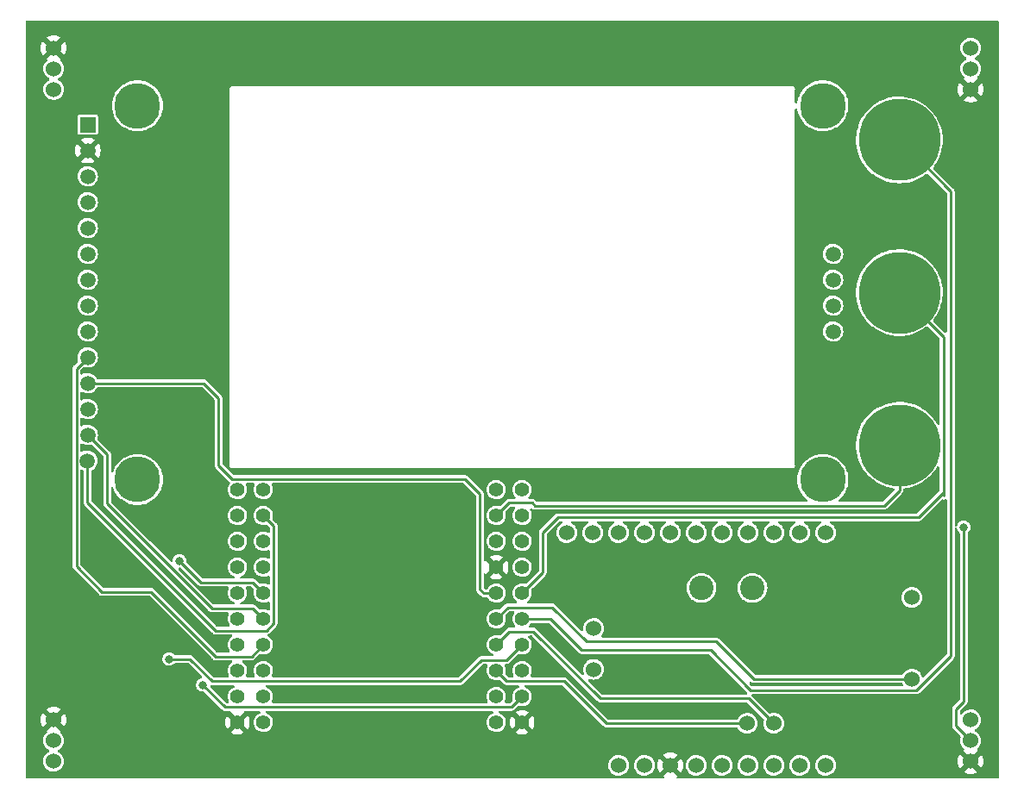
<source format=gbl>
%TF.GenerationSoftware,KiCad,Pcbnew,(6.0.0)*%
%TF.CreationDate,2022-12-18T15:17:50+01:00*%
%TF.ProjectId,Interconnect PCB,496e7465-7263-46f6-9e6e-656374205043,rev?*%
%TF.SameCoordinates,Original*%
%TF.FileFunction,Copper,L2,Bot*%
%TF.FilePolarity,Positive*%
%FSLAX46Y46*%
G04 Gerber Fmt 4.6, Leading zero omitted, Abs format (unit mm)*
G04 Created by KiCad (PCBNEW (6.0.0)) date 2022-12-18 15:17:50*
%MOMM*%
%LPD*%
G01*
G04 APERTURE LIST*
%TA.AperFunction,ComponentPad*%
%ADD10C,8.000000*%
%TD*%
%TA.AperFunction,ComponentPad*%
%ADD11C,1.524000*%
%TD*%
%TA.AperFunction,ComponentPad*%
%ADD12C,4.500000*%
%TD*%
%TA.AperFunction,ComponentPad*%
%ADD13R,1.500000X1.500000*%
%TD*%
%TA.AperFunction,ComponentPad*%
%ADD14C,1.500000*%
%TD*%
%TA.AperFunction,ComponentPad*%
%ADD15C,1.400000*%
%TD*%
%TA.AperFunction,ComponentPad*%
%ADD16C,2.400000*%
%TD*%
%TA.AperFunction,ViaPad*%
%ADD17C,0.800000*%
%TD*%
%TA.AperFunction,Conductor*%
%ADD18C,0.250000*%
%TD*%
G04 APERTURE END LIST*
D10*
%TO.P,T2,1,BTN*%
%TO.N,Net-(T2-Pad1)*%
X188000000Y-90000000D03*
%TD*%
D11*
%TO.P,U7,1,GND*%
%TO.N,GND*%
X105000000Y-131968000D03*
%TO.P,U7,2,DQ*%
%TO.N,/OneWire*%
X105000000Y-134000000D03*
%TO.P,U7,3,VDD*%
%TO.N,+3V3*%
X105000000Y-136032000D03*
%TD*%
%TO.P,U3,1,GND*%
%TO.N,unconnected-(U3-Pad1)*%
X155360000Y-113570000D03*
%TO.P,U3,2,DQ*%
%TO.N,unconnected-(U3-Pad2)*%
X157900000Y-113570000D03*
%TO.P,U3,3,3V3*%
%TO.N,unconnected-(U3-Pad3)*%
X160440000Y-113570000D03*
%TO.P,U3,4,3V3*%
%TO.N,+3V3*%
X162980000Y-113570000D03*
%TO.P,U3,5,D8*%
%TO.N,unconnected-(U3-Pad5)*%
X165520000Y-113570000D03*
%TO.P,U3,6,D7*%
%TO.N,unconnected-(U3-Pad6)*%
X168060000Y-113570000D03*
%TO.P,U3,7,D6*%
%TO.N,unconnected-(U3-Pad7)*%
X170600000Y-113570000D03*
%TO.P,U3,8,D5*%
%TO.N,unconnected-(U3-Pad8)*%
X173140000Y-113570000D03*
%TO.P,U3,9,D0*%
%TO.N,unconnected-(U3-Pad9)*%
X175680000Y-113570000D03*
%TO.P,U3,10,A0*%
%TO.N,unconnected-(U3-Pad10)*%
X178220000Y-113570000D03*
%TO.P,U3,11,RST*%
%TO.N,unconnected-(U3-Pad11)*%
X180760000Y-113570000D03*
%TO.P,U3,12,Tx*%
%TO.N,unconnected-(U3-Pad12)*%
X180760000Y-136430000D03*
%TO.P,U3,13,Rx*%
%TO.N,unconnected-(U3-Pad13)*%
X178220000Y-136430000D03*
%TO.P,U3,14,D1*%
%TO.N,unconnected-(U3-Pad14)*%
X175680000Y-136430000D03*
%TO.P,U3,15,D2*%
%TO.N,unconnected-(U3-Pad15)*%
X173140000Y-136430000D03*
%TO.P,U3,16,D3*%
%TO.N,unconnected-(U3-Pad16)*%
X170600000Y-136430000D03*
%TO.P,U3,17,D4*%
%TO.N,unconnected-(U3-Pad17)*%
X168060000Y-136430000D03*
%TO.P,U3,18,GND*%
%TO.N,GND*%
X165520000Y-136430000D03*
%TO.P,U3,19,5V*%
%TO.N,+5V*%
X162980000Y-136430000D03*
%TO.P,U3,20,-*%
%TO.N,unconnected-(U3-Pad20)*%
X160440000Y-136430000D03*
%TO.P,U3,21,IN*%
%TO.N,Net-(U1-Pad27)*%
X175680000Y-132313000D03*
%TO.P,U3,22,OUT*%
%TO.N,Net-(U1-Pad25)*%
X173060000Y-132313000D03*
%TO.P,U3,23,B1*%
%TO.N,Net-(J1-Pad1)*%
X158000000Y-123000000D03*
%TO.P,U3,24,B2*%
%TO.N,Net-(J1-Pad2)*%
X158000000Y-127000000D03*
%TD*%
D10*
%TO.P,T3,1,BTN*%
%TO.N,Net-(T3-Pad1)*%
X188000000Y-105000000D03*
%TD*%
%TO.P,T1,1,BTN*%
%TO.N,Net-(T1-Pad1)*%
X188000000Y-75000000D03*
%TD*%
D11*
%TO.P,U6,1,GND*%
%TO.N,GND*%
X105000000Y-65968000D03*
%TO.P,U6,2,DQ*%
%TO.N,/OneWire*%
X105000000Y-68000000D03*
%TO.P,U6,3,VDD*%
%TO.N,+3V3*%
X105000000Y-70032000D03*
%TD*%
%TO.P,U4,1,GND*%
%TO.N,GND*%
X195000000Y-70032000D03*
%TO.P,U4,2,DQ*%
%TO.N,/OneWire*%
X195000000Y-68000000D03*
%TO.P,U4,3,VDD*%
%TO.N,+3V3*%
X195000000Y-65968000D03*
%TD*%
D12*
%TO.P,U2,*%
%TO.N,*%
X113230000Y-108360000D03*
X113230000Y-71640000D03*
X180490000Y-71640000D03*
X180490000Y-108360000D03*
D13*
%TO.P,U2,1,VCC*%
%TO.N,+3V3*%
X108340000Y-73490000D03*
D14*
%TO.P,U2,2,GND*%
%TO.N,GND*%
X108340000Y-76030000D03*
%TO.P,U2,3,~{CS}*%
%TO.N,Net-(U1-Pad13)*%
X108340000Y-78570000D03*
%TO.P,U2,4,RESET*%
%TO.N,Net-(U1-Pad9)*%
X108340000Y-81110000D03*
%TO.P,U2,5,D/~{C}*%
%TO.N,Net-(U1-Pad24)*%
X108340000Y-83650000D03*
%TO.P,U2,6,MOSI*%
%TO.N,/MOSI*%
X108340000Y-86190000D03*
%TO.P,U2,7,SCK*%
%TO.N,/SCK*%
X108340000Y-88730000D03*
%TO.P,U2,8,LED*%
%TO.N,Net-(U1-Pad28)*%
X108340000Y-91270000D03*
%TO.P,U2,9,MISO*%
%TO.N,/MISO*%
X108340000Y-93810000D03*
%TO.P,U2,10,T_CLK*%
%TO.N,/SCK*%
X108340000Y-96350000D03*
%TO.P,U2,11,T_CS*%
%TO.N,Net-(U1-Pad31)*%
X108340000Y-98890000D03*
%TO.P,U2,12,T_DIN*%
%TO.N,/MOSI*%
X108340000Y-101430000D03*
%TO.P,U2,13,T_DO*%
%TO.N,/MISO*%
X108340000Y-103970000D03*
%TO.P,U2,14,T_IRQ*%
%TO.N,Net-(U1-Pad18)*%
X108310000Y-106510000D03*
%TO.P,U2,15,SD_CS*%
%TO.N,unconnected-(U2-Pad15)*%
X181490000Y-86190000D03*
%TO.P,U2,16,SD_MOSI*%
%TO.N,unconnected-(U2-Pad16)*%
X181490000Y-88730000D03*
%TO.P,U2,17,SD_MISO*%
%TO.N,unconnected-(U2-Pad17)*%
X181490000Y-91270000D03*
%TO.P,U2,18,SD_SCK*%
%TO.N,unconnected-(U2-Pad18)*%
X181490000Y-93810000D03*
%TD*%
D11*
%TO.P,U5,1,GND*%
%TO.N,GND*%
X195000000Y-136032000D03*
%TO.P,U5,2,DQ*%
%TO.N,/OneWire*%
X195000000Y-134000000D03*
%TO.P,U5,3,VDD*%
%TO.N,+3V3*%
X195000000Y-131968000D03*
%TD*%
%TO.P,R1,1*%
%TO.N,+3V3*%
X189230000Y-119952000D03*
%TO.P,R1,2*%
%TO.N,/OneWire*%
X189230000Y-127952000D03*
%TD*%
D15*
%TO.P,U1,1,GND*%
%TO.N,GND*%
X123030000Y-132210000D03*
%TO.P,U1,2,RST*%
%TO.N,unconnected-(U1-Pad2)*%
X125570000Y-132210000D03*
%TO.P,U1,3,NC*%
%TO.N,unconnected-(U1-Pad3)*%
X123030000Y-129670000D03*
%TO.P,U1,4,IO_36/SVP/A0*%
%TO.N,unconnected-(U1-Pad4)*%
X125570000Y-129670000D03*
%TO.P,U1,5,IO_39/SVN*%
%TO.N,unconnected-(U1-Pad5)*%
X123030000Y-127130000D03*
%TO.P,U1,6,IO_26/D0*%
%TO.N,unconnected-(U1-Pad6)*%
X125570000Y-127130000D03*
%TO.P,U1,7,IO_35*%
%TO.N,unconnected-(U1-Pad7)*%
X123030000Y-124590000D03*
%TO.P,U1,8,IO_18/D5*%
%TO.N,/SCK*%
X125570000Y-124590000D03*
%TO.P,U1,9,IO_33*%
%TO.N,Net-(U1-Pad9)*%
X123030000Y-122050000D03*
%TO.P,U1,10,IO_19/D6*%
%TO.N,/MISO*%
X125570000Y-122050000D03*
%TO.P,U1,11,IO_34*%
%TO.N,unconnected-(U1-Pad11)*%
X123030000Y-119510000D03*
%TO.P,U1,12,IO_23/D7*%
%TO.N,/MOSI*%
X125570000Y-119510000D03*
%TO.P,U1,13,IO_14/TMS*%
%TO.N,Net-(U1-Pad13)*%
X123030000Y-116970000D03*
%TO.P,U1,14,IO_05/D8*%
%TO.N,unconnected-(U1-Pad14)*%
X125570000Y-116970000D03*
%TO.P,U1,15,NC*%
%TO.N,unconnected-(U1-Pad15)*%
X123030000Y-114430000D03*
%TO.P,U1,16,3V3*%
%TO.N,+3V3*%
X125570000Y-114430000D03*
%TO.P,U1,17,IO_09/SD2*%
%TO.N,unconnected-(U1-Pad17)*%
X123030000Y-111890000D03*
%TO.P,U1,18,IO_13/TCK*%
%TO.N,Net-(U1-Pad18)*%
X125570000Y-111890000D03*
%TO.P,U1,19,CMD*%
%TO.N,unconnected-(U1-Pad19)*%
X123030000Y-109350000D03*
%TO.P,U1,20,IO_10/SD3*%
%TO.N,unconnected-(U1-Pad20)*%
X125570000Y-109350000D03*
%TO.P,U1,21,TXD*%
%TO.N,unconnected-(U1-Pad21)*%
X148430000Y-132210000D03*
%TO.P,U1,22,GND*%
%TO.N,GND*%
X150970000Y-132210000D03*
%TO.P,U1,23,RXD*%
%TO.N,unconnected-(U1-Pad23)*%
X148430000Y-129670000D03*
%TO.P,U1,24,IO_27*%
%TO.N,Net-(U1-Pad24)*%
X150970000Y-129670000D03*
%TO.P,U1,25,IO_22/D1/SCL*%
%TO.N,Net-(U1-Pad25)*%
X148430000Y-127130000D03*
%TO.P,U1,26,IO_25*%
%TO.N,unconnected-(U1-Pad26)*%
X150970000Y-127130000D03*
%TO.P,U1,27,IO_21/D2/SDA*%
%TO.N,Net-(U1-Pad27)*%
X148430000Y-124590000D03*
%TO.P,U1,28,IO_32*%
%TO.N,Net-(U1-Pad28)*%
X150970000Y-124590000D03*
%TO.P,U1,29,IO_17/D3*%
%TO.N,/OneWire*%
X148430000Y-122050000D03*
%TO.P,U1,30,IO_12/TDI*%
%TO.N,Net-(T1-Pad1)*%
X150970000Y-122050000D03*
%TO.P,U1,31,IO_16/D4*%
%TO.N,Net-(U1-Pad31)*%
X148430000Y-119510000D03*
%TO.P,U1,32,IO_04*%
%TO.N,Net-(T2-Pad1)*%
X150970000Y-119510000D03*
%TO.P,U1,33,GND*%
%TO.N,GND*%
X148430000Y-116970000D03*
%TO.P,U1,34,IO_00*%
%TO.N,unconnected-(U1-Pad34)*%
X150970000Y-116970000D03*
%TO.P,U1,35,VCC_(USB)*%
%TO.N,+5V*%
X148430000Y-114430000D03*
%TO.P,U1,36,IO_02*%
%TO.N,unconnected-(U1-Pad36)*%
X150970000Y-114430000D03*
%TO.P,U1,37,TD0*%
%TO.N,Net-(T3-Pad1)*%
X148430000Y-111890000D03*
%TO.P,U1,38,SD1*%
%TO.N,unconnected-(U1-Pad38)*%
X150970000Y-111890000D03*
%TO.P,U1,39,SD0*%
%TO.N,unconnected-(U1-Pad39)*%
X148430000Y-109350000D03*
%TO.P,U1,40,CLK*%
%TO.N,unconnected-(U1-Pad40)*%
X150970000Y-109350000D03*
%TD*%
D16*
%TO.P,J1,1,Pin_1*%
%TO.N,Net-(J1-Pad1)*%
X168587800Y-119017800D03*
%TO.P,J1,2,Pin_2*%
%TO.N,Net-(J1-Pad2)*%
X173587800Y-119017800D03*
%TD*%
D17*
%TO.N,Net-(U1-Pad28)*%
X116332000Y-125984000D03*
%TO.N,/OneWire*%
X194310000Y-113030000D03*
%TO.N,Net-(U1-Pad24)*%
X119634000Y-128524000D03*
%TO.N,/MOSI*%
X117348000Y-116332000D03*
%TD*%
D18*
%TO.N,Net-(T1-Pad1)*%
X188000000Y-75000000D02*
X193040000Y-80040000D01*
X189680049Y-129038511D02*
X173386911Y-129038511D01*
X156819600Y-125120400D02*
X153749200Y-122050000D01*
X153749200Y-122050000D02*
X150970000Y-122050000D01*
X173386911Y-129038511D02*
X169468800Y-125120400D01*
X193040000Y-80040000D02*
X193040000Y-125678560D01*
X169468800Y-125120400D02*
X156819600Y-125120400D01*
X193040000Y-125678560D02*
X189680049Y-129038511D01*
%TO.N,Net-(T2-Pad1)*%
X192324511Y-109622111D02*
X189881822Y-112064800D01*
X192324511Y-94324511D02*
X188000000Y-90000000D01*
X154482800Y-112064800D02*
X153009600Y-113538000D01*
X192324511Y-109622111D02*
X192324511Y-94324511D01*
X192324511Y-109935489D02*
X192324511Y-109622111D01*
X189881822Y-112064800D02*
X154482800Y-112064800D01*
X153009600Y-113538000D02*
X153009600Y-117470400D01*
X153009600Y-117470400D02*
X150970000Y-119510000D01*
%TO.N,Net-(T3-Pad1)*%
X151942800Y-110642400D02*
X149677600Y-110642400D01*
X188000000Y-109434000D02*
X186499489Y-110934511D01*
X152234911Y-110934511D02*
X151942800Y-110642400D01*
X186499489Y-110934511D02*
X172808911Y-110934511D01*
X172808911Y-110934511D02*
X152234911Y-110934511D01*
X149677600Y-110642400D02*
X148430000Y-111890000D01*
X172808911Y-110934511D02*
X172402511Y-110934511D01*
X188000000Y-105000000D02*
X188000000Y-109434000D01*
%TO.N,Net-(U1-Pad18)*%
X125878878Y-123190000D02*
X120904000Y-123190000D01*
X120904000Y-123190000D02*
X108310000Y-110596000D01*
X125570000Y-111890000D02*
X126594511Y-112914511D01*
X126594511Y-122474367D02*
X125878878Y-123190000D01*
X108310000Y-110596000D02*
X108310000Y-106510000D01*
X126594511Y-112914511D02*
X126594511Y-122474367D01*
%TO.N,Net-(U1-Pad28)*%
X118364000Y-125984000D02*
X116332000Y-125984000D01*
X149454511Y-126105489D02*
X146944511Y-126105489D01*
X120534511Y-128154511D02*
X118364000Y-125984000D01*
X146944511Y-126105489D02*
X144895489Y-128154511D01*
X150970000Y-124590000D02*
X149454511Y-126105489D01*
X144895489Y-128154511D02*
X120534511Y-128154511D01*
%TO.N,Net-(U1-Pad25)*%
X155078511Y-128154511D02*
X159237000Y-132313000D01*
X149454511Y-128154511D02*
X155078511Y-128154511D01*
X159237000Y-132313000D02*
X173060000Y-132313000D01*
X148430000Y-127130000D02*
X149454511Y-128154511D01*
%TO.N,/OneWire*%
X173722800Y-127952000D02*
X170027600Y-124256800D01*
X170027600Y-124256800D02*
X157276800Y-124256800D01*
X153924000Y-120904000D02*
X149576000Y-120904000D01*
X149576000Y-120904000D02*
X148430000Y-122050000D01*
X193548000Y-132548000D02*
X195000000Y-134000000D01*
X194310000Y-130175000D02*
X194310000Y-113030000D01*
X193548000Y-130937000D02*
X194310000Y-130175000D01*
X189230000Y-127952000D02*
X173722800Y-127952000D01*
X193548000Y-130937000D02*
X193548000Y-132548000D01*
X157276800Y-124256800D02*
X153924000Y-120904000D01*
%TO.N,Net-(U1-Pad27)*%
X175680000Y-132313000D02*
X173211800Y-129844800D01*
X152095200Y-123291600D02*
X149728400Y-123291600D01*
X173211800Y-129844800D02*
X158648400Y-129844800D01*
X158648400Y-129844800D02*
X152095200Y-123291600D01*
X149728400Y-123291600D02*
X148430000Y-124590000D01*
%TO.N,Net-(U1-Pad24)*%
X149945489Y-130694511D02*
X121804511Y-130694511D01*
X121804511Y-130694511D02*
X119634000Y-128524000D01*
X150970000Y-129670000D02*
X149945489Y-130694511D01*
%TO.N,Net-(U1-Pad31)*%
X146812000Y-109728000D02*
X145409489Y-108325489D01*
X122549489Y-108325489D02*
X121158000Y-106934000D01*
X121158000Y-106934000D02*
X121158000Y-100330000D01*
X145409489Y-108325489D02*
X122549489Y-108325489D01*
X148430000Y-119510000D02*
X147196000Y-119510000D01*
X146812000Y-119126000D02*
X146812000Y-109728000D01*
X147196000Y-119510000D02*
X146812000Y-119126000D01*
X121158000Y-100330000D02*
X119718000Y-98890000D01*
X119718000Y-98890000D02*
X108340000Y-98890000D01*
%TO.N,/SCK*%
X107235489Y-97454511D02*
X108340000Y-96350000D01*
X107235489Y-116887489D02*
X107235489Y-97454511D01*
X109728000Y-119380000D02*
X107235489Y-116887489D01*
X120904000Y-125730000D02*
X114554000Y-119380000D01*
X124430000Y-125730000D02*
X120904000Y-125730000D01*
X125570000Y-124590000D02*
X124430000Y-125730000D01*
X114554000Y-119380000D02*
X109728000Y-119380000D01*
%TO.N,/MISO*%
X120556611Y-121025489D02*
X124545489Y-121025489D01*
X110236000Y-110704878D02*
X120556611Y-121025489D01*
X108340000Y-103970000D02*
X110236000Y-105866000D01*
X110236000Y-105866000D02*
X110236000Y-110704878D01*
X124545489Y-121025489D02*
X125570000Y-122050000D01*
%TO.N,/MOSI*%
X117348000Y-116332000D02*
X119501489Y-118485489D01*
X124545489Y-118485489D02*
X125570000Y-119510000D01*
X119501489Y-118485489D02*
X124545489Y-118485489D01*
%TD*%
%TA.AperFunction,Conductor*%
%TO.N,GND*%
G36*
X197688121Y-63274002D02*
G01*
X197734614Y-63327658D01*
X197746000Y-63380000D01*
X197746000Y-137620000D01*
X197725998Y-137688121D01*
X197672342Y-137734614D01*
X197620000Y-137746000D01*
X166254355Y-137746000D01*
X166186234Y-137725998D01*
X166139741Y-137672342D01*
X166129637Y-137602068D01*
X166159131Y-137537488D01*
X166182084Y-137516787D01*
X166205765Y-137500205D01*
X166214139Y-137489729D01*
X166207071Y-137476281D01*
X165532812Y-136802022D01*
X165518868Y-136794408D01*
X165517035Y-136794539D01*
X165510420Y-136798790D01*
X164832207Y-137477003D01*
X164825777Y-137488777D01*
X164835072Y-137500792D01*
X164857916Y-137516787D01*
X164902244Y-137572244D01*
X164909553Y-137642863D01*
X164877522Y-137706224D01*
X164816321Y-137742209D01*
X164785645Y-137746000D01*
X102380000Y-137746000D01*
X102311879Y-137725998D01*
X102265386Y-137672342D01*
X102254000Y-137620000D01*
X102254000Y-136017739D01*
X103978682Y-136017739D01*
X103995362Y-136216386D01*
X104007379Y-136258294D01*
X104044786Y-136388744D01*
X104050310Y-136408009D01*
X104141430Y-136585311D01*
X104265253Y-136741537D01*
X104417063Y-136870737D01*
X104422441Y-136873743D01*
X104422443Y-136873744D01*
X104464397Y-136897191D01*
X104591076Y-136967989D01*
X104596935Y-136969893D01*
X104596938Y-136969894D01*
X104657703Y-136989638D01*
X104780665Y-137029591D01*
X104786775Y-137030320D01*
X104786777Y-137030320D01*
X104854314Y-137038373D01*
X104978609Y-137053194D01*
X104984744Y-137052722D01*
X104984746Y-137052722D01*
X105171226Y-137038373D01*
X105171231Y-137038372D01*
X105177367Y-137037900D01*
X105183297Y-137036244D01*
X105183299Y-137036244D01*
X105273369Y-137011096D01*
X105369370Y-136984292D01*
X105382155Y-136977834D01*
X105541802Y-136897191D01*
X105541804Y-136897190D01*
X105547303Y-136894412D01*
X105704390Y-136771682D01*
X105726962Y-136745532D01*
X105830618Y-136625446D01*
X105830619Y-136625444D01*
X105834647Y-136620778D01*
X105933112Y-136447448D01*
X105943660Y-136415739D01*
X159418682Y-136415739D01*
X159435362Y-136614386D01*
X159452437Y-136673932D01*
X159481555Y-136775476D01*
X159490310Y-136806009D01*
X159493125Y-136811486D01*
X159574535Y-136969894D01*
X159581430Y-136983311D01*
X159705253Y-137139537D01*
X159857063Y-137268737D01*
X159862441Y-137271743D01*
X159862443Y-137271744D01*
X159904397Y-137295191D01*
X160031076Y-137365989D01*
X160036935Y-137367893D01*
X160036938Y-137367894D01*
X160072701Y-137379514D01*
X160220665Y-137427591D01*
X160226775Y-137428320D01*
X160226777Y-137428320D01*
X160294314Y-137436373D01*
X160418609Y-137451194D01*
X160424744Y-137450722D01*
X160424746Y-137450722D01*
X160611226Y-137436373D01*
X160611231Y-137436372D01*
X160617367Y-137435900D01*
X160623297Y-137434244D01*
X160623299Y-137434244D01*
X160713368Y-137409096D01*
X160809370Y-137382292D01*
X160814870Y-137379514D01*
X160981802Y-137295191D01*
X160981804Y-137295190D01*
X160987303Y-137292412D01*
X161144390Y-137169682D01*
X161166962Y-137143532D01*
X161270618Y-137023446D01*
X161270619Y-137023444D01*
X161274647Y-137018778D01*
X161373112Y-136845448D01*
X161436035Y-136656294D01*
X161442105Y-136608247D01*
X161460578Y-136462023D01*
X161460579Y-136462013D01*
X161461020Y-136458520D01*
X161461418Y-136430000D01*
X161460020Y-136415739D01*
X161958682Y-136415739D01*
X161975362Y-136614386D01*
X161992437Y-136673932D01*
X162021555Y-136775476D01*
X162030310Y-136806009D01*
X162033125Y-136811486D01*
X162114535Y-136969894D01*
X162121430Y-136983311D01*
X162245253Y-137139537D01*
X162397063Y-137268737D01*
X162402441Y-137271743D01*
X162402443Y-137271744D01*
X162444397Y-137295191D01*
X162571076Y-137365989D01*
X162576935Y-137367893D01*
X162576938Y-137367894D01*
X162612701Y-137379514D01*
X162760665Y-137427591D01*
X162766775Y-137428320D01*
X162766777Y-137428320D01*
X162834314Y-137436373D01*
X162958609Y-137451194D01*
X162964744Y-137450722D01*
X162964746Y-137450722D01*
X163151226Y-137436373D01*
X163151231Y-137436372D01*
X163157367Y-137435900D01*
X163163297Y-137434244D01*
X163163299Y-137434244D01*
X163253368Y-137409096D01*
X163349370Y-137382292D01*
X163354870Y-137379514D01*
X163521802Y-137295191D01*
X163521804Y-137295190D01*
X163527303Y-137292412D01*
X163684390Y-137169682D01*
X163706962Y-137143532D01*
X163810618Y-137023446D01*
X163810619Y-137023444D01*
X163814647Y-137018778D01*
X163913112Y-136845448D01*
X163976035Y-136656294D01*
X163998963Y-136474805D01*
X164016009Y-136435720D01*
X164015524Y-136434797D01*
X164231296Y-136434797D01*
X164248361Y-136470531D01*
X164249490Y-136479615D01*
X164264038Y-136645896D01*
X164265941Y-136656691D01*
X164320609Y-136860715D01*
X164324355Y-136871007D01*
X164413623Y-137062441D01*
X164419103Y-137071932D01*
X164449794Y-137115765D01*
X164460271Y-137124140D01*
X164473718Y-137117072D01*
X165147978Y-136442812D01*
X165154356Y-136431132D01*
X165884408Y-136431132D01*
X165884539Y-136432965D01*
X165888790Y-136439580D01*
X166567003Y-137117793D01*
X166578777Y-137124223D01*
X166590793Y-137114926D01*
X166620897Y-137071932D01*
X166626377Y-137062441D01*
X166715645Y-136871007D01*
X166719391Y-136860715D01*
X166774059Y-136656691D01*
X166775963Y-136645895D01*
X166791782Y-136465075D01*
X166807034Y-136426084D01*
X166806210Y-136424418D01*
X167026741Y-136424418D01*
X167040833Y-136451229D01*
X167042861Y-136465513D01*
X167048494Y-136532591D01*
X167055362Y-136614386D01*
X167072437Y-136673932D01*
X167101555Y-136775476D01*
X167110310Y-136806009D01*
X167113125Y-136811486D01*
X167194535Y-136969894D01*
X167201430Y-136983311D01*
X167325253Y-137139537D01*
X167477063Y-137268737D01*
X167482441Y-137271743D01*
X167482443Y-137271744D01*
X167524397Y-137295191D01*
X167651076Y-137365989D01*
X167656935Y-137367893D01*
X167656938Y-137367894D01*
X167692701Y-137379514D01*
X167840665Y-137427591D01*
X167846775Y-137428320D01*
X167846777Y-137428320D01*
X167914314Y-137436373D01*
X168038609Y-137451194D01*
X168044744Y-137450722D01*
X168044746Y-137450722D01*
X168231226Y-137436373D01*
X168231231Y-137436372D01*
X168237367Y-137435900D01*
X168243297Y-137434244D01*
X168243299Y-137434244D01*
X168333368Y-137409096D01*
X168429370Y-137382292D01*
X168434870Y-137379514D01*
X168601802Y-137295191D01*
X168601804Y-137295190D01*
X168607303Y-137292412D01*
X168764390Y-137169682D01*
X168786962Y-137143532D01*
X168890618Y-137023446D01*
X168890619Y-137023444D01*
X168894647Y-137018778D01*
X168993112Y-136845448D01*
X169056035Y-136656294D01*
X169062105Y-136608247D01*
X169080578Y-136462023D01*
X169080579Y-136462013D01*
X169081020Y-136458520D01*
X169081418Y-136430000D01*
X169080020Y-136415739D01*
X169578682Y-136415739D01*
X169595362Y-136614386D01*
X169612437Y-136673932D01*
X169641555Y-136775476D01*
X169650310Y-136806009D01*
X169653125Y-136811486D01*
X169734535Y-136969894D01*
X169741430Y-136983311D01*
X169865253Y-137139537D01*
X170017063Y-137268737D01*
X170022441Y-137271743D01*
X170022443Y-137271744D01*
X170064397Y-137295191D01*
X170191076Y-137365989D01*
X170196935Y-137367893D01*
X170196938Y-137367894D01*
X170232701Y-137379514D01*
X170380665Y-137427591D01*
X170386775Y-137428320D01*
X170386777Y-137428320D01*
X170454314Y-137436373D01*
X170578609Y-137451194D01*
X170584744Y-137450722D01*
X170584746Y-137450722D01*
X170771226Y-137436373D01*
X170771231Y-137436372D01*
X170777367Y-137435900D01*
X170783297Y-137434244D01*
X170783299Y-137434244D01*
X170873368Y-137409096D01*
X170969370Y-137382292D01*
X170974870Y-137379514D01*
X171141802Y-137295191D01*
X171141804Y-137295190D01*
X171147303Y-137292412D01*
X171304390Y-137169682D01*
X171326962Y-137143532D01*
X171430618Y-137023446D01*
X171430619Y-137023444D01*
X171434647Y-137018778D01*
X171533112Y-136845448D01*
X171596035Y-136656294D01*
X171602105Y-136608247D01*
X171620578Y-136462023D01*
X171620579Y-136462013D01*
X171621020Y-136458520D01*
X171621418Y-136430000D01*
X171620020Y-136415739D01*
X172118682Y-136415739D01*
X172135362Y-136614386D01*
X172152437Y-136673932D01*
X172181555Y-136775476D01*
X172190310Y-136806009D01*
X172193125Y-136811486D01*
X172274535Y-136969894D01*
X172281430Y-136983311D01*
X172405253Y-137139537D01*
X172557063Y-137268737D01*
X172562441Y-137271743D01*
X172562443Y-137271744D01*
X172604397Y-137295191D01*
X172731076Y-137365989D01*
X172736935Y-137367893D01*
X172736938Y-137367894D01*
X172772701Y-137379514D01*
X172920665Y-137427591D01*
X172926775Y-137428320D01*
X172926777Y-137428320D01*
X172994314Y-137436373D01*
X173118609Y-137451194D01*
X173124744Y-137450722D01*
X173124746Y-137450722D01*
X173311226Y-137436373D01*
X173311231Y-137436372D01*
X173317367Y-137435900D01*
X173323297Y-137434244D01*
X173323299Y-137434244D01*
X173413368Y-137409096D01*
X173509370Y-137382292D01*
X173514870Y-137379514D01*
X173681802Y-137295191D01*
X173681804Y-137295190D01*
X173687303Y-137292412D01*
X173844390Y-137169682D01*
X173866962Y-137143532D01*
X173970618Y-137023446D01*
X173970619Y-137023444D01*
X173974647Y-137018778D01*
X174073112Y-136845448D01*
X174136035Y-136656294D01*
X174142105Y-136608247D01*
X174160578Y-136462023D01*
X174160579Y-136462013D01*
X174161020Y-136458520D01*
X174161418Y-136430000D01*
X174160020Y-136415739D01*
X174658682Y-136415739D01*
X174675362Y-136614386D01*
X174692437Y-136673932D01*
X174721555Y-136775476D01*
X174730310Y-136806009D01*
X174733125Y-136811486D01*
X174814535Y-136969894D01*
X174821430Y-136983311D01*
X174945253Y-137139537D01*
X175097063Y-137268737D01*
X175102441Y-137271743D01*
X175102443Y-137271744D01*
X175144397Y-137295191D01*
X175271076Y-137365989D01*
X175276935Y-137367893D01*
X175276938Y-137367894D01*
X175312701Y-137379514D01*
X175460665Y-137427591D01*
X175466775Y-137428320D01*
X175466777Y-137428320D01*
X175534314Y-137436373D01*
X175658609Y-137451194D01*
X175664744Y-137450722D01*
X175664746Y-137450722D01*
X175851226Y-137436373D01*
X175851231Y-137436372D01*
X175857367Y-137435900D01*
X175863297Y-137434244D01*
X175863299Y-137434244D01*
X175953368Y-137409096D01*
X176049370Y-137382292D01*
X176054870Y-137379514D01*
X176221802Y-137295191D01*
X176221804Y-137295190D01*
X176227303Y-137292412D01*
X176384390Y-137169682D01*
X176406962Y-137143532D01*
X176510618Y-137023446D01*
X176510619Y-137023444D01*
X176514647Y-137018778D01*
X176613112Y-136845448D01*
X176676035Y-136656294D01*
X176682105Y-136608247D01*
X176700578Y-136462023D01*
X176700579Y-136462013D01*
X176701020Y-136458520D01*
X176701418Y-136430000D01*
X176700020Y-136415739D01*
X177198682Y-136415739D01*
X177215362Y-136614386D01*
X177232437Y-136673932D01*
X177261555Y-136775476D01*
X177270310Y-136806009D01*
X177273125Y-136811486D01*
X177354535Y-136969894D01*
X177361430Y-136983311D01*
X177485253Y-137139537D01*
X177637063Y-137268737D01*
X177642441Y-137271743D01*
X177642443Y-137271744D01*
X177684397Y-137295191D01*
X177811076Y-137365989D01*
X177816935Y-137367893D01*
X177816938Y-137367894D01*
X177852701Y-137379514D01*
X178000665Y-137427591D01*
X178006775Y-137428320D01*
X178006777Y-137428320D01*
X178074314Y-137436373D01*
X178198609Y-137451194D01*
X178204744Y-137450722D01*
X178204746Y-137450722D01*
X178391226Y-137436373D01*
X178391231Y-137436372D01*
X178397367Y-137435900D01*
X178403297Y-137434244D01*
X178403299Y-137434244D01*
X178493368Y-137409096D01*
X178589370Y-137382292D01*
X178594870Y-137379514D01*
X178761802Y-137295191D01*
X178761804Y-137295190D01*
X178767303Y-137292412D01*
X178924390Y-137169682D01*
X178946962Y-137143532D01*
X179050618Y-137023446D01*
X179050619Y-137023444D01*
X179054647Y-137018778D01*
X179153112Y-136845448D01*
X179216035Y-136656294D01*
X179222105Y-136608247D01*
X179240578Y-136462023D01*
X179240579Y-136462013D01*
X179241020Y-136458520D01*
X179241418Y-136430000D01*
X179240020Y-136415739D01*
X179738682Y-136415739D01*
X179755362Y-136614386D01*
X179772437Y-136673932D01*
X179801555Y-136775476D01*
X179810310Y-136806009D01*
X179813125Y-136811486D01*
X179894535Y-136969894D01*
X179901430Y-136983311D01*
X180025253Y-137139537D01*
X180177063Y-137268737D01*
X180182441Y-137271743D01*
X180182443Y-137271744D01*
X180224397Y-137295191D01*
X180351076Y-137365989D01*
X180356935Y-137367893D01*
X180356938Y-137367894D01*
X180392701Y-137379514D01*
X180540665Y-137427591D01*
X180546775Y-137428320D01*
X180546777Y-137428320D01*
X180614314Y-137436373D01*
X180738609Y-137451194D01*
X180744744Y-137450722D01*
X180744746Y-137450722D01*
X180931226Y-137436373D01*
X180931231Y-137436372D01*
X180937367Y-137435900D01*
X180943297Y-137434244D01*
X180943299Y-137434244D01*
X181033368Y-137409096D01*
X181129370Y-137382292D01*
X181134870Y-137379514D01*
X181301802Y-137295191D01*
X181301804Y-137295190D01*
X181307303Y-137292412D01*
X181464390Y-137169682D01*
X181486962Y-137143532D01*
X181532499Y-137090777D01*
X194305777Y-137090777D01*
X194315074Y-137102793D01*
X194358069Y-137132898D01*
X194367555Y-137138376D01*
X194558993Y-137227645D01*
X194569285Y-137231391D01*
X194773309Y-137286059D01*
X194784104Y-137287962D01*
X194994525Y-137306372D01*
X195005475Y-137306372D01*
X195215896Y-137287962D01*
X195226691Y-137286059D01*
X195430715Y-137231391D01*
X195441007Y-137227645D01*
X195632445Y-137138376D01*
X195641931Y-137132898D01*
X195685764Y-137102207D01*
X195694139Y-137091729D01*
X195687071Y-137078281D01*
X195012812Y-136404022D01*
X194998868Y-136396408D01*
X194997035Y-136396539D01*
X194990420Y-136400790D01*
X194312207Y-137079003D01*
X194305777Y-137090777D01*
X181532499Y-137090777D01*
X181590618Y-137023446D01*
X181590619Y-137023444D01*
X181594647Y-137018778D01*
X181693112Y-136845448D01*
X181756035Y-136656294D01*
X181762105Y-136608247D01*
X181780578Y-136462023D01*
X181780579Y-136462013D01*
X181781020Y-136458520D01*
X181781418Y-136430000D01*
X181761965Y-136231606D01*
X181760184Y-136225707D01*
X181760183Y-136225702D01*
X181706129Y-136046667D01*
X181704348Y-136040768D01*
X181702597Y-136037475D01*
X193725628Y-136037475D01*
X193744038Y-136247896D01*
X193745941Y-136258691D01*
X193800609Y-136462715D01*
X193804355Y-136473007D01*
X193893623Y-136664441D01*
X193899103Y-136673932D01*
X193929794Y-136717765D01*
X193940271Y-136726140D01*
X193953718Y-136719072D01*
X194627978Y-136044812D01*
X194634356Y-136033132D01*
X195364408Y-136033132D01*
X195364539Y-136034965D01*
X195368790Y-136041580D01*
X196047003Y-136719793D01*
X196058777Y-136726223D01*
X196070793Y-136716926D01*
X196100897Y-136673932D01*
X196106377Y-136664441D01*
X196195645Y-136473007D01*
X196199391Y-136462715D01*
X196254059Y-136258691D01*
X196255962Y-136247896D01*
X196274372Y-136037475D01*
X196274372Y-136026525D01*
X196255962Y-135816104D01*
X196254059Y-135805309D01*
X196199391Y-135601285D01*
X196195645Y-135590993D01*
X196106377Y-135399559D01*
X196100897Y-135390068D01*
X196070206Y-135346235D01*
X196059729Y-135337860D01*
X196046282Y-135344928D01*
X195372022Y-136019188D01*
X195364408Y-136033132D01*
X194634356Y-136033132D01*
X194635592Y-136030868D01*
X194635461Y-136029035D01*
X194631210Y-136022420D01*
X193952997Y-135344207D01*
X193941223Y-135337777D01*
X193929207Y-135347074D01*
X193899103Y-135390068D01*
X193893623Y-135399559D01*
X193804355Y-135590993D01*
X193800609Y-135601285D01*
X193745941Y-135805309D01*
X193744038Y-135816104D01*
X193725628Y-136026525D01*
X193725628Y-136037475D01*
X181702597Y-136037475D01*
X181610761Y-135864756D01*
X181606871Y-135859986D01*
X181606868Y-135859982D01*
X181488663Y-135715049D01*
X181488660Y-135715046D01*
X181484768Y-135710274D01*
X181331170Y-135583206D01*
X181155815Y-135488392D01*
X180965385Y-135429444D01*
X180959260Y-135428800D01*
X180959259Y-135428800D01*
X180773260Y-135409251D01*
X180773258Y-135409251D01*
X180767131Y-135408607D01*
X180644252Y-135419790D01*
X180574746Y-135426115D01*
X180574745Y-135426115D01*
X180568605Y-135426674D01*
X180562691Y-135428415D01*
X180562689Y-135428415D01*
X180488620Y-135450215D01*
X180377370Y-135482958D01*
X180200709Y-135575314D01*
X180195909Y-135579174D01*
X180195908Y-135579174D01*
X180190893Y-135583206D01*
X180045351Y-135700225D01*
X179917214Y-135852933D01*
X179821179Y-136027621D01*
X179819318Y-136033488D01*
X179819317Y-136033490D01*
X179810524Y-136061210D01*
X179760902Y-136217635D01*
X179738682Y-136415739D01*
X179240020Y-136415739D01*
X179221965Y-136231606D01*
X179220184Y-136225707D01*
X179220183Y-136225702D01*
X179166129Y-136046667D01*
X179164348Y-136040768D01*
X179070761Y-135864756D01*
X179066871Y-135859986D01*
X179066868Y-135859982D01*
X178948663Y-135715049D01*
X178948660Y-135715046D01*
X178944768Y-135710274D01*
X178791170Y-135583206D01*
X178615815Y-135488392D01*
X178425385Y-135429444D01*
X178419260Y-135428800D01*
X178419259Y-135428800D01*
X178233260Y-135409251D01*
X178233258Y-135409251D01*
X178227131Y-135408607D01*
X178104252Y-135419790D01*
X178034746Y-135426115D01*
X178034745Y-135426115D01*
X178028605Y-135426674D01*
X178022691Y-135428415D01*
X178022689Y-135428415D01*
X177948620Y-135450215D01*
X177837370Y-135482958D01*
X177660709Y-135575314D01*
X177655909Y-135579174D01*
X177655908Y-135579174D01*
X177650893Y-135583206D01*
X177505351Y-135700225D01*
X177377214Y-135852933D01*
X177281179Y-136027621D01*
X177279318Y-136033488D01*
X177279317Y-136033490D01*
X177270524Y-136061210D01*
X177220902Y-136217635D01*
X177198682Y-136415739D01*
X176700020Y-136415739D01*
X176681965Y-136231606D01*
X176680184Y-136225707D01*
X176680183Y-136225702D01*
X176626129Y-136046667D01*
X176624348Y-136040768D01*
X176530761Y-135864756D01*
X176526871Y-135859986D01*
X176526868Y-135859982D01*
X176408663Y-135715049D01*
X176408660Y-135715046D01*
X176404768Y-135710274D01*
X176251170Y-135583206D01*
X176075815Y-135488392D01*
X175885385Y-135429444D01*
X175879260Y-135428800D01*
X175879259Y-135428800D01*
X175693260Y-135409251D01*
X175693258Y-135409251D01*
X175687131Y-135408607D01*
X175564252Y-135419790D01*
X175494746Y-135426115D01*
X175494745Y-135426115D01*
X175488605Y-135426674D01*
X175482691Y-135428415D01*
X175482689Y-135428415D01*
X175408620Y-135450215D01*
X175297370Y-135482958D01*
X175120709Y-135575314D01*
X175115909Y-135579174D01*
X175115908Y-135579174D01*
X175110893Y-135583206D01*
X174965351Y-135700225D01*
X174837214Y-135852933D01*
X174741179Y-136027621D01*
X174739318Y-136033488D01*
X174739317Y-136033490D01*
X174730524Y-136061210D01*
X174680902Y-136217635D01*
X174658682Y-136415739D01*
X174160020Y-136415739D01*
X174141965Y-136231606D01*
X174140184Y-136225707D01*
X174140183Y-136225702D01*
X174086129Y-136046667D01*
X174084348Y-136040768D01*
X173990761Y-135864756D01*
X173986871Y-135859986D01*
X173986868Y-135859982D01*
X173868663Y-135715049D01*
X173868660Y-135715046D01*
X173864768Y-135710274D01*
X173711170Y-135583206D01*
X173535815Y-135488392D01*
X173345385Y-135429444D01*
X173339260Y-135428800D01*
X173339259Y-135428800D01*
X173153260Y-135409251D01*
X173153258Y-135409251D01*
X173147131Y-135408607D01*
X173024252Y-135419790D01*
X172954746Y-135426115D01*
X172954745Y-135426115D01*
X172948605Y-135426674D01*
X172942691Y-135428415D01*
X172942689Y-135428415D01*
X172868620Y-135450215D01*
X172757370Y-135482958D01*
X172580709Y-135575314D01*
X172575909Y-135579174D01*
X172575908Y-135579174D01*
X172570893Y-135583206D01*
X172425351Y-135700225D01*
X172297214Y-135852933D01*
X172201179Y-136027621D01*
X172199318Y-136033488D01*
X172199317Y-136033490D01*
X172190524Y-136061210D01*
X172140902Y-136217635D01*
X172118682Y-136415739D01*
X171620020Y-136415739D01*
X171601965Y-136231606D01*
X171600184Y-136225707D01*
X171600183Y-136225702D01*
X171546129Y-136046667D01*
X171544348Y-136040768D01*
X171450761Y-135864756D01*
X171446871Y-135859986D01*
X171446868Y-135859982D01*
X171328663Y-135715049D01*
X171328660Y-135715046D01*
X171324768Y-135710274D01*
X171171170Y-135583206D01*
X170995815Y-135488392D01*
X170805385Y-135429444D01*
X170799260Y-135428800D01*
X170799259Y-135428800D01*
X170613260Y-135409251D01*
X170613258Y-135409251D01*
X170607131Y-135408607D01*
X170484252Y-135419790D01*
X170414746Y-135426115D01*
X170414745Y-135426115D01*
X170408605Y-135426674D01*
X170402691Y-135428415D01*
X170402689Y-135428415D01*
X170328620Y-135450215D01*
X170217370Y-135482958D01*
X170040709Y-135575314D01*
X170035909Y-135579174D01*
X170035908Y-135579174D01*
X170030893Y-135583206D01*
X169885351Y-135700225D01*
X169757214Y-135852933D01*
X169661179Y-136027621D01*
X169659318Y-136033488D01*
X169659317Y-136033490D01*
X169650524Y-136061210D01*
X169600902Y-136217635D01*
X169578682Y-136415739D01*
X169080020Y-136415739D01*
X169061965Y-136231606D01*
X169060184Y-136225707D01*
X169060183Y-136225702D01*
X169006129Y-136046667D01*
X169004348Y-136040768D01*
X168910761Y-135864756D01*
X168906871Y-135859986D01*
X168906868Y-135859982D01*
X168788663Y-135715049D01*
X168788660Y-135715046D01*
X168784768Y-135710274D01*
X168631170Y-135583206D01*
X168455815Y-135488392D01*
X168265385Y-135429444D01*
X168259260Y-135428800D01*
X168259259Y-135428800D01*
X168073260Y-135409251D01*
X168073258Y-135409251D01*
X168067131Y-135408607D01*
X167944252Y-135419790D01*
X167874746Y-135426115D01*
X167874745Y-135426115D01*
X167868605Y-135426674D01*
X167862691Y-135428415D01*
X167862689Y-135428415D01*
X167788620Y-135450215D01*
X167677370Y-135482958D01*
X167500709Y-135575314D01*
X167495909Y-135579174D01*
X167495908Y-135579174D01*
X167490893Y-135583206D01*
X167345351Y-135700225D01*
X167217214Y-135852933D01*
X167121179Y-136027621D01*
X167119318Y-136033488D01*
X167119317Y-136033490D01*
X167110524Y-136061210D01*
X167060902Y-136217635D01*
X167059335Y-136231606D01*
X167041710Y-136388744D01*
X167026741Y-136424418D01*
X166806210Y-136424418D01*
X166792395Y-136396502D01*
X166790974Y-136385682D01*
X166775962Y-136214104D01*
X166774059Y-136203309D01*
X166719391Y-135999285D01*
X166715645Y-135988993D01*
X166626377Y-135797559D01*
X166620897Y-135788068D01*
X166590206Y-135744235D01*
X166579729Y-135735860D01*
X166566282Y-135742928D01*
X165892022Y-136417188D01*
X165884408Y-136431132D01*
X165154356Y-136431132D01*
X165155592Y-136428868D01*
X165155461Y-136427035D01*
X165151210Y-136420420D01*
X164472997Y-135742207D01*
X164461223Y-135735777D01*
X164449207Y-135745074D01*
X164419103Y-135788068D01*
X164413623Y-135797559D01*
X164324355Y-135988993D01*
X164320609Y-135999285D01*
X164265941Y-136203309D01*
X164264037Y-136214105D01*
X164248600Y-136390559D01*
X164231296Y-136434797D01*
X164015524Y-136434797D01*
X163999549Y-136404405D01*
X163997680Y-136391874D01*
X163991155Y-136325329D01*
X163981965Y-136231606D01*
X163980184Y-136225707D01*
X163980183Y-136225702D01*
X163926129Y-136046667D01*
X163924348Y-136040768D01*
X163830761Y-135864756D01*
X163826871Y-135859986D01*
X163826868Y-135859982D01*
X163708663Y-135715049D01*
X163708660Y-135715046D01*
X163704768Y-135710274D01*
X163551170Y-135583206D01*
X163375815Y-135488392D01*
X163185385Y-135429444D01*
X163179260Y-135428800D01*
X163179259Y-135428800D01*
X162993260Y-135409251D01*
X162993258Y-135409251D01*
X162987131Y-135408607D01*
X162864252Y-135419790D01*
X162794746Y-135426115D01*
X162794745Y-135426115D01*
X162788605Y-135426674D01*
X162782691Y-135428415D01*
X162782689Y-135428415D01*
X162708620Y-135450215D01*
X162597370Y-135482958D01*
X162420709Y-135575314D01*
X162415909Y-135579174D01*
X162415908Y-135579174D01*
X162410893Y-135583206D01*
X162265351Y-135700225D01*
X162137214Y-135852933D01*
X162041179Y-136027621D01*
X162039318Y-136033488D01*
X162039317Y-136033490D01*
X162030524Y-136061210D01*
X161980902Y-136217635D01*
X161958682Y-136415739D01*
X161460020Y-136415739D01*
X161441965Y-136231606D01*
X161440184Y-136225707D01*
X161440183Y-136225702D01*
X161386129Y-136046667D01*
X161384348Y-136040768D01*
X161290761Y-135864756D01*
X161286871Y-135859986D01*
X161286868Y-135859982D01*
X161168663Y-135715049D01*
X161168660Y-135715046D01*
X161164768Y-135710274D01*
X161011170Y-135583206D01*
X160835815Y-135488392D01*
X160645385Y-135429444D01*
X160639260Y-135428800D01*
X160639259Y-135428800D01*
X160453260Y-135409251D01*
X160453258Y-135409251D01*
X160447131Y-135408607D01*
X160324252Y-135419790D01*
X160254746Y-135426115D01*
X160254745Y-135426115D01*
X160248605Y-135426674D01*
X160242691Y-135428415D01*
X160242689Y-135428415D01*
X160168620Y-135450215D01*
X160057370Y-135482958D01*
X159880709Y-135575314D01*
X159875909Y-135579174D01*
X159875908Y-135579174D01*
X159870893Y-135583206D01*
X159725351Y-135700225D01*
X159597214Y-135852933D01*
X159501179Y-136027621D01*
X159499318Y-136033488D01*
X159499317Y-136033490D01*
X159490524Y-136061210D01*
X159440902Y-136217635D01*
X159418682Y-136415739D01*
X105943660Y-136415739D01*
X105996035Y-136258294D01*
X106002981Y-136203309D01*
X106020578Y-136064023D01*
X106020579Y-136064013D01*
X106021020Y-136060520D01*
X106021418Y-136032000D01*
X106001965Y-135833606D01*
X106000184Y-135827707D01*
X106000183Y-135827702D01*
X105946129Y-135648667D01*
X105944348Y-135642768D01*
X105862265Y-135488392D01*
X105853655Y-135472198D01*
X105853653Y-135472195D01*
X105850761Y-135466756D01*
X105846871Y-135461986D01*
X105846868Y-135461982D01*
X105772070Y-135370271D01*
X164825860Y-135370271D01*
X164832928Y-135383718D01*
X165507188Y-136057978D01*
X165521132Y-136065592D01*
X165522965Y-136065461D01*
X165529580Y-136061210D01*
X166207793Y-135382997D01*
X166214223Y-135371223D01*
X166204926Y-135359207D01*
X166161931Y-135329102D01*
X166152445Y-135323624D01*
X165961007Y-135234355D01*
X165950715Y-135230609D01*
X165746691Y-135175941D01*
X165735896Y-135174038D01*
X165525475Y-135155628D01*
X165514525Y-135155628D01*
X165304104Y-135174038D01*
X165293309Y-135175941D01*
X165089285Y-135230609D01*
X165078993Y-135234355D01*
X164887559Y-135323623D01*
X164878068Y-135329103D01*
X164834235Y-135359794D01*
X164825860Y-135370271D01*
X105772070Y-135370271D01*
X105728663Y-135317049D01*
X105728660Y-135317046D01*
X105724768Y-135312274D01*
X105571170Y-135185206D01*
X105463004Y-135126721D01*
X105412596Y-135076726D01*
X105397218Y-135007415D01*
X105421754Y-134940793D01*
X105466121Y-134903420D01*
X105547303Y-134862412D01*
X105704390Y-134739682D01*
X105726962Y-134713532D01*
X105830618Y-134593446D01*
X105830619Y-134593444D01*
X105834647Y-134588778D01*
X105933112Y-134415448D01*
X105996035Y-134226294D01*
X106002105Y-134178247D01*
X106020578Y-134032023D01*
X106020579Y-134032013D01*
X106021020Y-134028520D01*
X106021418Y-134000000D01*
X106001965Y-133801606D01*
X106000184Y-133795707D01*
X106000183Y-133795702D01*
X105946129Y-133616667D01*
X105944348Y-133610768D01*
X105850761Y-133434756D01*
X105846871Y-133429986D01*
X105846868Y-133429982D01*
X105728663Y-133285049D01*
X105728660Y-133285046D01*
X105724768Y-133280274D01*
X105675854Y-133239809D01*
X105665353Y-133224261D01*
X122380294Y-133224261D01*
X122389590Y-133236276D01*
X122419189Y-133257001D01*
X122428677Y-133262479D01*
X122610277Y-133347159D01*
X122620571Y-133350907D01*
X122814122Y-133402769D01*
X122824909Y-133404671D01*
X123024525Y-133422135D01*
X123035475Y-133422135D01*
X123235091Y-133404671D01*
X123245878Y-133402769D01*
X123439429Y-133350907D01*
X123449723Y-133347159D01*
X123631323Y-133262479D01*
X123640811Y-133257001D01*
X123671248Y-133235689D01*
X123679623Y-133225212D01*
X123679123Y-133224261D01*
X150320294Y-133224261D01*
X150329590Y-133236276D01*
X150359189Y-133257001D01*
X150368677Y-133262479D01*
X150550277Y-133347159D01*
X150560571Y-133350907D01*
X150754122Y-133402769D01*
X150764909Y-133404671D01*
X150964525Y-133422135D01*
X150975475Y-133422135D01*
X151175091Y-133404671D01*
X151185878Y-133402769D01*
X151379429Y-133350907D01*
X151389723Y-133347159D01*
X151571323Y-133262479D01*
X151580811Y-133257001D01*
X151611248Y-133235689D01*
X151619623Y-133225212D01*
X151612554Y-133211764D01*
X150982812Y-132582022D01*
X150968868Y-132574408D01*
X150967035Y-132574539D01*
X150960420Y-132578790D01*
X150326724Y-133212486D01*
X150320294Y-133224261D01*
X123679123Y-133224261D01*
X123672554Y-133211764D01*
X123042812Y-132582022D01*
X123028868Y-132574408D01*
X123027035Y-132574539D01*
X123020420Y-132578790D01*
X122386724Y-133212486D01*
X122380294Y-133224261D01*
X105665353Y-133224261D01*
X105636117Y-133180976D01*
X105634494Y-133109998D01*
X105671503Y-133049411D01*
X105683899Y-133039512D01*
X105685765Y-133038205D01*
X105694139Y-133027729D01*
X105687071Y-133014281D01*
X105012812Y-132340022D01*
X104998868Y-132332408D01*
X104997035Y-132332539D01*
X104990420Y-132336790D01*
X104312207Y-133015003D01*
X104305777Y-133026777D01*
X104315073Y-133038792D01*
X104315574Y-133039143D01*
X104359902Y-133094600D01*
X104367211Y-133165220D01*
X104335180Y-133228580D01*
X104322256Y-133240552D01*
X104291486Y-133265292D01*
X104285351Y-133270225D01*
X104157214Y-133422933D01*
X104061179Y-133597621D01*
X104000902Y-133787635D01*
X103978682Y-133985739D01*
X103995362Y-134184386D01*
X104050310Y-134376009D01*
X104141430Y-134553311D01*
X104265253Y-134709537D01*
X104417063Y-134838737D01*
X104538091Y-134906377D01*
X104587793Y-134957067D01*
X104602202Y-135026586D01*
X104576738Y-135092859D01*
X104534992Y-135128024D01*
X104440709Y-135177314D01*
X104435909Y-135181174D01*
X104435908Y-135181174D01*
X104430893Y-135185206D01*
X104285351Y-135302225D01*
X104157214Y-135454933D01*
X104061179Y-135629621D01*
X104000902Y-135819635D01*
X103978682Y-136017739D01*
X102254000Y-136017739D01*
X102254000Y-131973475D01*
X103725628Y-131973475D01*
X103744038Y-132183896D01*
X103745941Y-132194691D01*
X103800609Y-132398715D01*
X103804355Y-132409007D01*
X103893623Y-132600441D01*
X103899103Y-132609932D01*
X103929794Y-132653765D01*
X103940271Y-132662140D01*
X103953718Y-132655072D01*
X104627978Y-131980812D01*
X104634356Y-131969132D01*
X105364408Y-131969132D01*
X105364539Y-131970965D01*
X105368790Y-131977580D01*
X106047003Y-132655793D01*
X106058777Y-132662223D01*
X106070793Y-132652926D01*
X106100897Y-132609932D01*
X106106377Y-132600441D01*
X106195645Y-132409007D01*
X106199391Y-132398715D01*
X106248490Y-132215475D01*
X121817865Y-132215475D01*
X121835329Y-132415091D01*
X121837231Y-132425878D01*
X121889093Y-132619429D01*
X121892841Y-132629723D01*
X121977521Y-132811323D01*
X121982999Y-132820811D01*
X122004311Y-132851248D01*
X122014788Y-132859623D01*
X122028236Y-132852554D01*
X122657978Y-132222812D01*
X122664356Y-132211132D01*
X123394408Y-132211132D01*
X123394539Y-132212965D01*
X123398790Y-132219580D01*
X124032486Y-132853276D01*
X124044261Y-132859706D01*
X124056276Y-132850410D01*
X124077001Y-132820811D01*
X124082479Y-132811323D01*
X124167159Y-132629723D01*
X124170907Y-132619429D01*
X124222769Y-132425878D01*
X124224671Y-132415091D01*
X124242135Y-132215475D01*
X124242135Y-132204525D01*
X124224671Y-132004909D01*
X124222769Y-131994122D01*
X124170907Y-131800571D01*
X124167159Y-131790277D01*
X124082479Y-131608677D01*
X124077001Y-131599189D01*
X124055689Y-131568752D01*
X124045212Y-131560377D01*
X124031764Y-131567446D01*
X123402022Y-132197188D01*
X123394408Y-132211132D01*
X122664356Y-132211132D01*
X122665592Y-132208868D01*
X122665461Y-132207035D01*
X122661210Y-132200420D01*
X122027514Y-131566724D01*
X122015739Y-131560294D01*
X122003724Y-131569590D01*
X121982999Y-131599189D01*
X121977521Y-131608677D01*
X121892841Y-131790277D01*
X121889093Y-131800571D01*
X121837231Y-131994122D01*
X121835329Y-132004909D01*
X121817865Y-132204525D01*
X121817865Y-132215475D01*
X106248490Y-132215475D01*
X106254059Y-132194691D01*
X106255962Y-132183896D01*
X106274372Y-131973475D01*
X106274372Y-131962525D01*
X106255962Y-131752104D01*
X106254059Y-131741309D01*
X106199391Y-131537285D01*
X106195645Y-131526993D01*
X106106377Y-131335559D01*
X106100897Y-131326068D01*
X106070206Y-131282235D01*
X106059729Y-131273860D01*
X106046282Y-131280928D01*
X105372022Y-131955188D01*
X105364408Y-131969132D01*
X104634356Y-131969132D01*
X104635592Y-131966868D01*
X104635461Y-131965035D01*
X104631210Y-131958420D01*
X103952997Y-131280207D01*
X103941223Y-131273777D01*
X103929207Y-131283074D01*
X103899103Y-131326068D01*
X103893623Y-131335559D01*
X103804355Y-131526993D01*
X103800609Y-131537285D01*
X103745941Y-131741309D01*
X103744038Y-131752104D01*
X103725628Y-131962525D01*
X103725628Y-131973475D01*
X102254000Y-131973475D01*
X102254000Y-130908271D01*
X104305860Y-130908271D01*
X104312928Y-130921718D01*
X104987188Y-131595978D01*
X105001132Y-131603592D01*
X105002965Y-131603461D01*
X105009580Y-131599210D01*
X105687793Y-130920997D01*
X105694223Y-130909223D01*
X105684926Y-130897207D01*
X105641931Y-130867102D01*
X105632445Y-130861624D01*
X105441007Y-130772355D01*
X105430715Y-130768609D01*
X105226691Y-130713941D01*
X105215896Y-130712038D01*
X105005475Y-130693628D01*
X104994525Y-130693628D01*
X104784104Y-130712038D01*
X104773309Y-130713941D01*
X104569285Y-130768609D01*
X104558993Y-130772355D01*
X104367559Y-130861623D01*
X104358068Y-130867103D01*
X104314235Y-130897794D01*
X104305860Y-130908271D01*
X102254000Y-130908271D01*
X102254000Y-116869365D01*
X106851169Y-116869365D01*
X106852393Y-116879706D01*
X106855116Y-116902712D01*
X106855466Y-116908643D01*
X106855561Y-116908635D01*
X106855989Y-116913813D01*
X106855989Y-116919013D01*
X106856843Y-116924142D01*
X106856843Y-116924145D01*
X106859158Y-116938054D01*
X106859995Y-116943932D01*
X106864597Y-116982812D01*
X106866019Y-116994830D01*
X106869982Y-117003082D01*
X106871485Y-117012115D01*
X106876432Y-117021284D01*
X106876433Y-117021286D01*
X106895823Y-117057221D01*
X106898520Y-117062514D01*
X106917274Y-117101571D01*
X106917277Y-117101575D01*
X106920708Y-117108721D01*
X106924303Y-117112997D01*
X106926226Y-117114920D01*
X106927998Y-117116852D01*
X106928041Y-117116931D01*
X106927917Y-117117044D01*
X106928393Y-117117584D01*
X106931479Y-117123303D01*
X106939124Y-117130370D01*
X106971075Y-117159905D01*
X106974641Y-117163335D01*
X109421522Y-119610216D01*
X109436664Y-119628964D01*
X109437779Y-119630189D01*
X109443429Y-119638940D01*
X109451607Y-119645387D01*
X109451609Y-119645389D01*
X109469800Y-119659729D01*
X109474241Y-119663675D01*
X109474303Y-119663602D01*
X109478267Y-119666961D01*
X109481944Y-119670638D01*
X109497692Y-119681892D01*
X109502362Y-119685398D01*
X109542647Y-119717156D01*
X109551281Y-119720188D01*
X109558734Y-119725514D01*
X109607850Y-119740203D01*
X109613492Y-119742036D01*
X109654367Y-119756390D01*
X109661851Y-119759018D01*
X109667416Y-119759500D01*
X109670124Y-119759500D01*
X109672758Y-119759614D01*
X109672856Y-119759643D01*
X109672849Y-119759807D01*
X109673553Y-119759851D01*
X109679778Y-119761713D01*
X109733635Y-119759597D01*
X109738582Y-119759500D01*
X114344616Y-119759500D01*
X114412737Y-119779502D01*
X114433711Y-119796405D01*
X120597522Y-125960216D01*
X120612664Y-125978964D01*
X120613779Y-125980189D01*
X120619429Y-125988940D01*
X120627607Y-125995387D01*
X120627609Y-125995389D01*
X120645800Y-126009729D01*
X120650241Y-126013675D01*
X120650303Y-126013602D01*
X120654267Y-126016961D01*
X120657944Y-126020638D01*
X120673692Y-126031892D01*
X120678362Y-126035398D01*
X120718647Y-126067156D01*
X120727281Y-126070188D01*
X120734734Y-126075514D01*
X120783850Y-126090203D01*
X120789492Y-126092036D01*
X120830199Y-126106331D01*
X120837851Y-126109018D01*
X120843416Y-126109500D01*
X120846124Y-126109500D01*
X120848758Y-126109614D01*
X120848856Y-126109643D01*
X120848849Y-126109807D01*
X120849553Y-126109851D01*
X120855778Y-126111713D01*
X120909635Y-126109597D01*
X120914582Y-126109500D01*
X122418093Y-126109500D01*
X122486214Y-126129502D01*
X122532707Y-126183158D01*
X122542811Y-126253432D01*
X122513317Y-126318012D01*
X122497046Y-126333696D01*
X122358940Y-126444736D01*
X122238619Y-126588130D01*
X122235655Y-126593522D01*
X122235652Y-126593526D01*
X122211573Y-126637326D01*
X122148441Y-126752163D01*
X122146580Y-126758030D01*
X122146579Y-126758032D01*
X122130811Y-126807740D01*
X122091841Y-126930588D01*
X122070975Y-127116609D01*
X122086639Y-127303139D01*
X122088338Y-127309064D01*
X122135877Y-127474851D01*
X122138235Y-127483075D01*
X122182224Y-127568668D01*
X122193915Y-127591417D01*
X122207262Y-127661147D01*
X122180792Y-127727025D01*
X122122907Y-127768133D01*
X122081848Y-127775011D01*
X120743895Y-127775011D01*
X120675774Y-127755009D01*
X120654800Y-127738106D01*
X118670478Y-125753784D01*
X118655336Y-125735036D01*
X118654221Y-125733811D01*
X118648571Y-125725060D01*
X118640393Y-125718613D01*
X118640391Y-125718611D01*
X118622200Y-125704271D01*
X118617759Y-125700325D01*
X118617697Y-125700398D01*
X118613733Y-125697039D01*
X118610056Y-125693362D01*
X118594308Y-125682108D01*
X118589638Y-125678602D01*
X118549353Y-125646844D01*
X118540719Y-125643812D01*
X118533266Y-125638486D01*
X118484150Y-125623797D01*
X118478508Y-125621964D01*
X118437633Y-125607610D01*
X118437632Y-125607610D01*
X118430149Y-125604982D01*
X118424584Y-125604500D01*
X118421876Y-125604500D01*
X118419242Y-125604386D01*
X118419144Y-125604357D01*
X118419151Y-125604193D01*
X118418447Y-125604149D01*
X118412222Y-125602287D01*
X118358365Y-125604403D01*
X118353418Y-125604500D01*
X116931682Y-125604500D01*
X116863561Y-125584498D01*
X116837114Y-125558860D01*
X116835878Y-125559949D01*
X116830855Y-125554251D01*
X116826553Y-125547992D01*
X116811994Y-125535020D01*
X116734406Y-125465893D01*
X116708275Y-125442611D01*
X116700889Y-125438700D01*
X116600957Y-125385789D01*
X116568274Y-125368484D01*
X116414633Y-125329892D01*
X116407034Y-125329852D01*
X116407033Y-125329852D01*
X116341181Y-125329507D01*
X116256221Y-125329062D01*
X116248841Y-125330834D01*
X116248839Y-125330834D01*
X116109563Y-125364271D01*
X116109560Y-125364272D01*
X116102184Y-125366043D01*
X115961414Y-125438700D01*
X115842039Y-125542838D01*
X115750950Y-125672444D01*
X115726163Y-125736019D01*
X115697661Y-125809124D01*
X115693406Y-125820037D01*
X115692414Y-125827570D01*
X115692414Y-125827571D01*
X115674568Y-125963131D01*
X115672729Y-125977096D01*
X115678775Y-126031858D01*
X115687827Y-126113846D01*
X115690113Y-126134553D01*
X115692723Y-126141684D01*
X115692723Y-126141686D01*
X115728965Y-126240721D01*
X115744553Y-126283319D01*
X115748789Y-126289622D01*
X115748789Y-126289623D01*
X115823232Y-126400405D01*
X115832908Y-126414805D01*
X115838527Y-126419918D01*
X115838528Y-126419919D01*
X115915337Y-126489809D01*
X115950076Y-126521419D01*
X116089293Y-126597008D01*
X116242522Y-126637207D01*
X116326477Y-126638526D01*
X116393319Y-126639576D01*
X116393322Y-126639576D01*
X116400916Y-126639695D01*
X116555332Y-126604329D01*
X116625742Y-126568917D01*
X116690072Y-126536563D01*
X116690075Y-126536561D01*
X116696855Y-126533151D01*
X116702626Y-126528222D01*
X116702629Y-126528220D01*
X116811542Y-126435199D01*
X116811543Y-126435198D01*
X116817314Y-126430269D01*
X116827586Y-126415974D01*
X116883581Y-126372326D01*
X116929909Y-126363500D01*
X118154616Y-126363500D01*
X118222737Y-126383502D01*
X118243711Y-126400405D01*
X119523434Y-127680128D01*
X119557460Y-127742440D01*
X119552395Y-127813255D01*
X119509848Y-127870091D01*
X119463754Y-127891741D01*
X119447803Y-127895571D01*
X119411563Y-127904271D01*
X119411560Y-127904272D01*
X119404184Y-127906043D01*
X119263414Y-127978700D01*
X119144039Y-128082838D01*
X119052950Y-128212444D01*
X119035481Y-128257250D01*
X118998734Y-128351502D01*
X118995406Y-128360037D01*
X118994414Y-128367570D01*
X118994414Y-128367571D01*
X118976281Y-128505311D01*
X118974729Y-128517096D01*
X118980671Y-128570916D01*
X118989638Y-128652133D01*
X118992113Y-128674553D01*
X118994723Y-128681684D01*
X118994723Y-128681686D01*
X119030965Y-128780721D01*
X119046553Y-128823319D01*
X119050789Y-128829622D01*
X119050789Y-128829623D01*
X119078798Y-128871304D01*
X119134908Y-128954805D01*
X119252076Y-129061419D01*
X119391293Y-129137008D01*
X119544522Y-129177207D01*
X119641138Y-129178725D01*
X119702772Y-129179693D01*
X119770570Y-129200762D01*
X119789888Y-129216582D01*
X121498033Y-130924727D01*
X121513175Y-130943475D01*
X121514290Y-130944700D01*
X121519940Y-130953451D01*
X121528118Y-130959898D01*
X121528120Y-130959900D01*
X121546311Y-130974240D01*
X121550752Y-130978186D01*
X121550814Y-130978113D01*
X121554778Y-130981472D01*
X121558455Y-130985149D01*
X121574203Y-130996403D01*
X121578873Y-130999909D01*
X121619158Y-131031667D01*
X121627792Y-131034699D01*
X121635245Y-131040025D01*
X121684361Y-131054714D01*
X121690003Y-131056547D01*
X121730710Y-131070842D01*
X121738362Y-131073529D01*
X121743927Y-131074011D01*
X121746635Y-131074011D01*
X121749269Y-131074125D01*
X121749367Y-131074154D01*
X121749360Y-131074318D01*
X121750064Y-131074362D01*
X121756289Y-131076224D01*
X121810146Y-131074108D01*
X121815093Y-131074011D01*
X122251821Y-131074011D01*
X122319942Y-131094013D01*
X122366435Y-131147669D01*
X122371347Y-131177607D01*
X122387446Y-131208236D01*
X123017188Y-131837978D01*
X123031132Y-131845592D01*
X123032965Y-131845461D01*
X123039580Y-131841210D01*
X123673276Y-131207514D01*
X123688304Y-131179994D01*
X123697085Y-131139626D01*
X123747287Y-131089424D01*
X123807673Y-131074011D01*
X125174727Y-131074011D01*
X125242848Y-131094013D01*
X125289341Y-131147669D01*
X125299445Y-131217943D01*
X125269951Y-131282523D01*
X125221928Y-131316836D01*
X125216617Y-131318982D01*
X125210708Y-131320721D01*
X125044822Y-131407444D01*
X125040022Y-131411304D01*
X125040021Y-131411304D01*
X125030718Y-131418784D01*
X124898940Y-131524736D01*
X124778619Y-131668130D01*
X124775655Y-131673522D01*
X124775652Y-131673526D01*
X124726078Y-131763702D01*
X124688441Y-131832163D01*
X124686580Y-131838030D01*
X124686579Y-131838032D01*
X124637064Y-131994122D01*
X124631841Y-132010588D01*
X124610975Y-132196609D01*
X124626639Y-132383139D01*
X124631105Y-132398715D01*
X124672541Y-132543216D01*
X124678235Y-132563075D01*
X124681050Y-132568552D01*
X124681051Y-132568555D01*
X124750155Y-132703018D01*
X124763797Y-132729562D01*
X124767620Y-132734386D01*
X124767623Y-132734390D01*
X124808345Y-132785768D01*
X124880068Y-132876259D01*
X124884762Y-132880254D01*
X125007441Y-132984662D01*
X125022618Y-132997579D01*
X125027996Y-133000585D01*
X125027998Y-133000586D01*
X125058631Y-133017706D01*
X125186018Y-133088900D01*
X125364043Y-133146744D01*
X125549914Y-133168908D01*
X125556049Y-133168436D01*
X125556051Y-133168436D01*
X125730408Y-133155020D01*
X125730413Y-133155019D01*
X125736549Y-133154547D01*
X125742479Y-133152891D01*
X125742481Y-133152891D01*
X125910913Y-133105864D01*
X125910912Y-133105864D01*
X125916841Y-133104209D01*
X125935864Y-133094600D01*
X126018846Y-133052682D01*
X126083921Y-133019810D01*
X126109989Y-132999444D01*
X126226571Y-132908360D01*
X126226572Y-132908360D01*
X126231427Y-132904566D01*
X126329557Y-132790881D01*
X126349709Y-132767535D01*
X126349710Y-132767533D01*
X126353738Y-132762867D01*
X126446198Y-132600108D01*
X126505283Y-132422491D01*
X126528744Y-132236780D01*
X126529118Y-132210000D01*
X126510852Y-132023706D01*
X126456749Y-131844509D01*
X126453305Y-131838032D01*
X126371764Y-131684674D01*
X126371762Y-131684671D01*
X126368870Y-131679232D01*
X126364980Y-131674462D01*
X126364977Y-131674458D01*
X126254457Y-131538948D01*
X126254454Y-131538945D01*
X126250562Y-131534173D01*
X126106332Y-131414855D01*
X125941673Y-131325824D01*
X125924073Y-131320376D01*
X125864914Y-131281125D01*
X125836366Y-131216121D01*
X125847494Y-131146002D01*
X125894765Y-131093030D01*
X125961332Y-131074011D01*
X148034727Y-131074011D01*
X148102848Y-131094013D01*
X148149341Y-131147669D01*
X148159445Y-131217943D01*
X148129951Y-131282523D01*
X148081928Y-131316836D01*
X148076617Y-131318982D01*
X148070708Y-131320721D01*
X147904822Y-131407444D01*
X147900022Y-131411304D01*
X147900021Y-131411304D01*
X147890718Y-131418784D01*
X147758940Y-131524736D01*
X147638619Y-131668130D01*
X147635655Y-131673522D01*
X147635652Y-131673526D01*
X147586078Y-131763702D01*
X147548441Y-131832163D01*
X147546580Y-131838030D01*
X147546579Y-131838032D01*
X147497064Y-131994122D01*
X147491841Y-132010588D01*
X147470975Y-132196609D01*
X147486639Y-132383139D01*
X147491105Y-132398715D01*
X147532541Y-132543216D01*
X147538235Y-132563075D01*
X147541050Y-132568552D01*
X147541051Y-132568555D01*
X147610155Y-132703018D01*
X147623797Y-132729562D01*
X147627620Y-132734386D01*
X147627623Y-132734390D01*
X147668345Y-132785768D01*
X147740068Y-132876259D01*
X147744762Y-132880254D01*
X147867441Y-132984662D01*
X147882618Y-132997579D01*
X147887996Y-133000585D01*
X147887998Y-133000586D01*
X147918631Y-133017706D01*
X148046018Y-133088900D01*
X148224043Y-133146744D01*
X148409914Y-133168908D01*
X148416049Y-133168436D01*
X148416051Y-133168436D01*
X148590408Y-133155020D01*
X148590413Y-133155019D01*
X148596549Y-133154547D01*
X148602479Y-133152891D01*
X148602481Y-133152891D01*
X148770913Y-133105864D01*
X148770912Y-133105864D01*
X148776841Y-133104209D01*
X148795864Y-133094600D01*
X148878846Y-133052682D01*
X148943921Y-133019810D01*
X148969989Y-132999444D01*
X149086571Y-132908360D01*
X149086572Y-132908360D01*
X149091427Y-132904566D01*
X149189557Y-132790881D01*
X149209709Y-132767535D01*
X149209710Y-132767533D01*
X149213738Y-132762867D01*
X149306198Y-132600108D01*
X149365283Y-132422491D01*
X149388744Y-132236780D01*
X149389042Y-132215475D01*
X149757865Y-132215475D01*
X149775329Y-132415091D01*
X149777231Y-132425878D01*
X149829093Y-132619429D01*
X149832841Y-132629723D01*
X149917521Y-132811323D01*
X149922999Y-132820811D01*
X149944311Y-132851248D01*
X149954788Y-132859623D01*
X149968236Y-132852554D01*
X150597978Y-132222812D01*
X150604356Y-132211132D01*
X151334408Y-132211132D01*
X151334539Y-132212965D01*
X151338790Y-132219580D01*
X151972486Y-132853276D01*
X151984261Y-132859706D01*
X151996276Y-132850410D01*
X152017001Y-132820811D01*
X152022479Y-132811323D01*
X152107159Y-132629723D01*
X152110907Y-132619429D01*
X152162769Y-132425878D01*
X152164671Y-132415091D01*
X152182135Y-132215475D01*
X152182135Y-132204525D01*
X152164671Y-132004909D01*
X152162769Y-131994122D01*
X152110907Y-131800571D01*
X152107159Y-131790277D01*
X152022479Y-131608677D01*
X152017001Y-131599189D01*
X151995689Y-131568752D01*
X151985212Y-131560377D01*
X151971764Y-131567446D01*
X151342022Y-132197188D01*
X151334408Y-132211132D01*
X150604356Y-132211132D01*
X150605592Y-132208868D01*
X150605461Y-132207035D01*
X150601210Y-132200420D01*
X149967514Y-131566724D01*
X149955739Y-131560294D01*
X149943724Y-131569590D01*
X149922999Y-131599189D01*
X149917521Y-131608677D01*
X149832841Y-131790277D01*
X149829093Y-131800571D01*
X149777231Y-131994122D01*
X149775329Y-132004909D01*
X149757865Y-132204525D01*
X149757865Y-132215475D01*
X149389042Y-132215475D01*
X149389118Y-132210000D01*
X149370852Y-132023706D01*
X149316749Y-131844509D01*
X149313305Y-131838032D01*
X149231764Y-131684674D01*
X149231762Y-131684671D01*
X149228870Y-131679232D01*
X149224980Y-131674462D01*
X149224977Y-131674458D01*
X149114457Y-131538948D01*
X149114454Y-131538945D01*
X149110562Y-131534173D01*
X148966332Y-131414855D01*
X148801673Y-131325824D01*
X148784073Y-131320376D01*
X148724914Y-131281125D01*
X148696366Y-131216121D01*
X148700090Y-131192654D01*
X150319256Y-131192654D01*
X150327446Y-131208236D01*
X150957188Y-131837978D01*
X150971132Y-131845592D01*
X150972965Y-131845461D01*
X150979580Y-131841210D01*
X151613276Y-131207514D01*
X151619706Y-131195739D01*
X151610410Y-131183724D01*
X151580811Y-131162999D01*
X151571323Y-131157521D01*
X151389723Y-131072841D01*
X151379429Y-131069093D01*
X151185878Y-131017231D01*
X151175091Y-131015329D01*
X150975475Y-130997865D01*
X150964525Y-130997865D01*
X150764909Y-131015329D01*
X150754122Y-131017231D01*
X150560571Y-131069093D01*
X150550277Y-131072841D01*
X150363693Y-131159845D01*
X150362895Y-131158133D01*
X150332191Y-131165580D01*
X150319468Y-131190608D01*
X150319256Y-131192654D01*
X148700090Y-131192654D01*
X148707494Y-131146002D01*
X148754765Y-131093030D01*
X148821332Y-131074011D01*
X149891569Y-131074011D01*
X149915517Y-131076560D01*
X149917182Y-131076639D01*
X149927365Y-131078831D01*
X149937706Y-131077607D01*
X149960712Y-131074884D01*
X149966643Y-131074534D01*
X149966635Y-131074439D01*
X149971813Y-131074011D01*
X149977013Y-131074011D01*
X149982142Y-131073157D01*
X149982145Y-131073157D01*
X149996054Y-131070842D01*
X150001932Y-131070005D01*
X150042490Y-131065205D01*
X150042491Y-131065205D01*
X150052830Y-131063981D01*
X150061082Y-131060018D01*
X150070115Y-131058515D01*
X150079284Y-131053568D01*
X150079286Y-131053567D01*
X150115221Y-131034177D01*
X150120514Y-131031480D01*
X150159079Y-131012962D01*
X150192234Y-131007541D01*
X150215522Y-130961503D01*
X150217909Y-130958921D01*
X150221335Y-130955359D01*
X150562951Y-130613743D01*
X150625263Y-130579717D01*
X150690982Y-130583005D01*
X150764043Y-130606744D01*
X150949914Y-130628908D01*
X150956049Y-130628436D01*
X150956051Y-130628436D01*
X151130408Y-130615020D01*
X151130413Y-130615019D01*
X151136549Y-130614547D01*
X151142479Y-130612891D01*
X151142481Y-130612891D01*
X151310913Y-130565864D01*
X151310912Y-130565864D01*
X151316841Y-130564209D01*
X151483921Y-130479810D01*
X151549264Y-130428759D01*
X151626571Y-130368360D01*
X151626572Y-130368360D01*
X151631427Y-130364566D01*
X151720646Y-130261205D01*
X151749709Y-130227535D01*
X151749710Y-130227533D01*
X151753738Y-130222867D01*
X151846198Y-130060108D01*
X151905283Y-129882491D01*
X151928744Y-129696780D01*
X151929118Y-129670000D01*
X151910852Y-129483706D01*
X151856749Y-129304509D01*
X151801586Y-129200762D01*
X151771764Y-129144674D01*
X151771762Y-129144671D01*
X151768870Y-129139232D01*
X151764980Y-129134462D01*
X151764977Y-129134458D01*
X151654457Y-128998948D01*
X151654454Y-128998945D01*
X151650562Y-128994173D01*
X151602975Y-128954805D01*
X151511081Y-128878784D01*
X151506332Y-128874855D01*
X151341673Y-128785824D01*
X151324073Y-128780376D01*
X151264914Y-128741125D01*
X151236366Y-128676121D01*
X151247494Y-128606002D01*
X151294765Y-128553030D01*
X151361332Y-128534011D01*
X154869127Y-128534011D01*
X154937248Y-128554013D01*
X154958222Y-128570916D01*
X158930522Y-132543216D01*
X158945664Y-132561964D01*
X158946779Y-132563189D01*
X158952429Y-132571940D01*
X158960607Y-132578387D01*
X158960609Y-132578389D01*
X158978800Y-132592729D01*
X158983242Y-132596676D01*
X158983304Y-132596603D01*
X158987267Y-132599961D01*
X158990944Y-132603638D01*
X158995173Y-132606660D01*
X159006646Y-132614859D01*
X159011392Y-132618422D01*
X159025728Y-132629723D01*
X159051647Y-132650156D01*
X159060283Y-132653189D01*
X159067735Y-132658514D01*
X159113548Y-132672215D01*
X159116855Y-132673204D01*
X159122502Y-132675039D01*
X159163370Y-132689391D01*
X159163372Y-132689391D01*
X159170851Y-132692018D01*
X159176416Y-132692500D01*
X159179123Y-132692500D01*
X159181755Y-132692614D01*
X159181856Y-132692644D01*
X159181849Y-132692807D01*
X159182549Y-132692851D01*
X159188778Y-132694714D01*
X159239559Y-132692718D01*
X159242650Y-132692597D01*
X159247598Y-132692500D01*
X172035193Y-132692500D01*
X172103314Y-132712502D01*
X172147259Y-132760905D01*
X172151539Y-132769232D01*
X172198036Y-132859706D01*
X172201430Y-132866311D01*
X172325253Y-133022537D01*
X172329946Y-133026531D01*
X172329947Y-133026532D01*
X172343663Y-133038205D01*
X172477063Y-133151737D01*
X172482441Y-133154743D01*
X172482443Y-133154744D01*
X172524397Y-133178191D01*
X172651076Y-133248989D01*
X172656935Y-133250893D01*
X172656938Y-133250894D01*
X172692593Y-133262479D01*
X172840665Y-133310591D01*
X172846775Y-133311320D01*
X172846777Y-133311320D01*
X172914314Y-133319373D01*
X173038609Y-133334194D01*
X173044744Y-133333722D01*
X173044746Y-133333722D01*
X173231226Y-133319373D01*
X173231231Y-133319372D01*
X173237367Y-133318900D01*
X173243297Y-133317244D01*
X173243299Y-133317244D01*
X173375710Y-133280274D01*
X173429370Y-133265292D01*
X173434939Y-133262479D01*
X173601802Y-133178191D01*
X173601804Y-133178190D01*
X173607303Y-133175412D01*
X173764390Y-133052682D01*
X173768416Y-133048018D01*
X173890618Y-132906446D01*
X173890619Y-132906444D01*
X173894647Y-132901778D01*
X173993112Y-132728448D01*
X174056035Y-132539294D01*
X174071726Y-132415091D01*
X174080578Y-132345023D01*
X174080579Y-132345013D01*
X174081020Y-132341520D01*
X174081418Y-132313000D01*
X174061965Y-132114606D01*
X174060184Y-132108707D01*
X174060183Y-132108702D01*
X174006129Y-131929667D01*
X174004348Y-131923768D01*
X173933370Y-131790277D01*
X173913655Y-131753198D01*
X173913653Y-131753195D01*
X173910761Y-131747756D01*
X173906871Y-131742986D01*
X173906868Y-131742982D01*
X173788663Y-131598049D01*
X173788660Y-131598046D01*
X173784768Y-131593274D01*
X173767234Y-131578768D01*
X173701920Y-131524736D01*
X173631170Y-131466206D01*
X173455815Y-131371392D01*
X173265385Y-131312444D01*
X173259260Y-131311800D01*
X173259259Y-131311800D01*
X173073260Y-131292251D01*
X173073258Y-131292251D01*
X173067131Y-131291607D01*
X172944252Y-131302790D01*
X172874746Y-131309115D01*
X172874745Y-131309115D01*
X172868605Y-131309674D01*
X172862691Y-131311415D01*
X172862689Y-131311415D01*
X172819923Y-131324002D01*
X172677370Y-131365958D01*
X172500709Y-131458314D01*
X172495909Y-131462174D01*
X172495908Y-131462174D01*
X172490893Y-131466206D01*
X172345351Y-131583225D01*
X172217214Y-131735933D01*
X172214250Y-131741325D01*
X172214247Y-131741329D01*
X172144499Y-131868201D01*
X172094153Y-131918260D01*
X172034084Y-131933500D01*
X159446384Y-131933500D01*
X159378263Y-131913498D01*
X159357289Y-131896595D01*
X155384989Y-127924295D01*
X155369847Y-127905547D01*
X155368732Y-127904322D01*
X155363082Y-127895571D01*
X155354904Y-127889124D01*
X155354902Y-127889122D01*
X155336711Y-127874782D01*
X155332270Y-127870836D01*
X155332208Y-127870909D01*
X155328244Y-127867550D01*
X155324567Y-127863873D01*
X155308819Y-127852619D01*
X155304149Y-127849113D01*
X155263864Y-127817355D01*
X155255230Y-127814323D01*
X155247777Y-127808997D01*
X155198661Y-127794308D01*
X155193019Y-127792475D01*
X155152144Y-127778121D01*
X155152143Y-127778121D01*
X155144660Y-127775493D01*
X155139095Y-127775011D01*
X155136387Y-127775011D01*
X155133753Y-127774897D01*
X155133655Y-127774868D01*
X155133662Y-127774704D01*
X155132958Y-127774660D01*
X155126733Y-127772798D01*
X155072876Y-127774914D01*
X155067929Y-127775011D01*
X151917882Y-127775011D01*
X151849761Y-127755009D01*
X151803268Y-127701353D01*
X151793164Y-127631079D01*
X151808326Y-127586774D01*
X151843152Y-127525471D01*
X151843154Y-127525466D01*
X151846198Y-127520108D01*
X151905283Y-127342491D01*
X151928744Y-127156780D01*
X151929118Y-127130000D01*
X151910852Y-126943706D01*
X151856749Y-126764509D01*
X151847316Y-126746768D01*
X151771764Y-126604674D01*
X151771762Y-126604671D01*
X151768870Y-126599232D01*
X151764980Y-126594462D01*
X151764977Y-126594458D01*
X151654457Y-126458948D01*
X151654454Y-126458945D01*
X151650562Y-126454173D01*
X151637955Y-126443743D01*
X151551626Y-126372326D01*
X151506332Y-126334855D01*
X151341673Y-126245824D01*
X151241462Y-126214804D01*
X151168744Y-126192294D01*
X151168741Y-126192293D01*
X151162857Y-126190472D01*
X151156732Y-126189828D01*
X151156731Y-126189828D01*
X150982824Y-126171549D01*
X150982823Y-126171549D01*
X150976696Y-126170905D01*
X150900143Y-126177872D01*
X150796418Y-126187312D01*
X150796415Y-126187313D01*
X150790279Y-126187871D01*
X150784373Y-126189609D01*
X150784369Y-126189610D01*
X150698767Y-126214804D01*
X150610708Y-126240721D01*
X150444822Y-126327444D01*
X150440022Y-126331304D01*
X150440021Y-126331304D01*
X150430718Y-126338784D01*
X150298940Y-126444736D01*
X150178619Y-126588130D01*
X150175655Y-126593522D01*
X150175652Y-126593526D01*
X150151573Y-126637326D01*
X150088441Y-126752163D01*
X150086580Y-126758030D01*
X150086579Y-126758032D01*
X150070811Y-126807740D01*
X150031841Y-126930588D01*
X150010975Y-127116609D01*
X150026639Y-127303139D01*
X150028338Y-127309064D01*
X150075877Y-127474851D01*
X150078235Y-127483075D01*
X150122224Y-127568668D01*
X150133915Y-127591417D01*
X150147262Y-127661147D01*
X150120792Y-127727025D01*
X150062907Y-127768133D01*
X150021848Y-127775011D01*
X149663895Y-127775011D01*
X149595774Y-127755009D01*
X149574800Y-127738106D01*
X149373857Y-127537163D01*
X149339831Y-127474851D01*
X149343393Y-127408297D01*
X149363338Y-127348339D01*
X149363339Y-127348336D01*
X149365283Y-127342491D01*
X149388744Y-127156780D01*
X149389118Y-127130000D01*
X149370852Y-126943706D01*
X149316749Y-126764509D01*
X149266572Y-126670140D01*
X149252253Y-126600605D01*
X149277801Y-126534365D01*
X149335105Y-126492452D01*
X149377824Y-126484989D01*
X149400591Y-126484989D01*
X149424539Y-126487538D01*
X149426204Y-126487617D01*
X149436387Y-126489809D01*
X149446728Y-126488585D01*
X149469734Y-126485862D01*
X149475665Y-126485512D01*
X149475657Y-126485417D01*
X149480835Y-126484989D01*
X149486035Y-126484989D01*
X149491164Y-126484135D01*
X149491167Y-126484135D01*
X149505076Y-126481820D01*
X149510954Y-126480983D01*
X149551512Y-126476183D01*
X149551513Y-126476183D01*
X149561852Y-126474959D01*
X149570104Y-126470996D01*
X149579137Y-126469493D01*
X149588306Y-126464546D01*
X149588308Y-126464545D01*
X149624243Y-126445155D01*
X149629536Y-126442458D01*
X149668593Y-126423704D01*
X149668597Y-126423701D01*
X149675743Y-126420270D01*
X149680019Y-126416675D01*
X149681942Y-126414752D01*
X149683874Y-126412980D01*
X149683953Y-126412937D01*
X149684066Y-126413061D01*
X149684606Y-126412585D01*
X149690325Y-126409499D01*
X149726928Y-126369902D01*
X149730357Y-126366337D01*
X150562951Y-125533743D01*
X150625263Y-125499717D01*
X150690982Y-125503005D01*
X150764043Y-125526744D01*
X150949914Y-125548908D01*
X150956049Y-125548436D01*
X150956051Y-125548436D01*
X151130408Y-125535020D01*
X151130413Y-125535019D01*
X151136549Y-125534547D01*
X151142479Y-125532891D01*
X151142481Y-125532891D01*
X151262368Y-125499418D01*
X151316841Y-125484209D01*
X151322341Y-125481431D01*
X151455707Y-125414062D01*
X151483921Y-125399810D01*
X151510122Y-125379340D01*
X151626571Y-125288360D01*
X151626572Y-125288360D01*
X151631427Y-125284566D01*
X151719844Y-125182134D01*
X151749709Y-125147535D01*
X151749710Y-125147533D01*
X151753738Y-125142867D01*
X151846198Y-124980108D01*
X151905283Y-124802491D01*
X151928744Y-124616780D01*
X151929118Y-124590000D01*
X151910852Y-124403706D01*
X151856749Y-124224509D01*
X151768870Y-124059232D01*
X151764980Y-124054462D01*
X151764977Y-124054458D01*
X151654457Y-123918948D01*
X151654454Y-123918945D01*
X151650562Y-123914173D01*
X151626398Y-123894183D01*
X151586662Y-123835350D01*
X151585041Y-123764372D01*
X151622051Y-123703785D01*
X151685941Y-123672824D01*
X151706716Y-123671100D01*
X151885816Y-123671100D01*
X151953937Y-123691102D01*
X151974911Y-123708005D01*
X158341922Y-130075016D01*
X158357064Y-130093764D01*
X158358179Y-130094989D01*
X158363829Y-130103740D01*
X158372007Y-130110187D01*
X158372009Y-130110189D01*
X158390200Y-130124529D01*
X158394644Y-130128478D01*
X158394706Y-130128404D01*
X158398663Y-130131757D01*
X158402344Y-130135438D01*
X158418054Y-130146665D01*
X158422780Y-130150213D01*
X158463047Y-130181956D01*
X158471684Y-130184989D01*
X158479134Y-130190313D01*
X158489110Y-130193297D01*
X158489111Y-130193297D01*
X158504446Y-130197883D01*
X158528249Y-130205002D01*
X158533886Y-130206834D01*
X158569183Y-130219229D01*
X158582251Y-130223818D01*
X158587816Y-130224300D01*
X158590524Y-130224300D01*
X158593158Y-130224414D01*
X158593256Y-130224443D01*
X158593249Y-130224607D01*
X158593953Y-130224651D01*
X158600178Y-130226513D01*
X158654035Y-130224397D01*
X158658982Y-130224300D01*
X173002416Y-130224300D01*
X173070537Y-130244302D01*
X173091511Y-130261205D01*
X174686947Y-131856641D01*
X174720973Y-131918953D01*
X174717954Y-131983833D01*
X174680902Y-132100635D01*
X174658682Y-132298739D01*
X174675362Y-132497386D01*
X174697448Y-132574408D01*
X174721566Y-132658514D01*
X174730310Y-132689009D01*
X174765513Y-132757507D01*
X174818036Y-132859706D01*
X174821430Y-132866311D01*
X174945253Y-133022537D01*
X174949946Y-133026531D01*
X174949947Y-133026532D01*
X174963663Y-133038205D01*
X175097063Y-133151737D01*
X175102441Y-133154743D01*
X175102443Y-133154744D01*
X175144397Y-133178191D01*
X175271076Y-133248989D01*
X175276935Y-133250893D01*
X175276938Y-133250894D01*
X175312593Y-133262479D01*
X175460665Y-133310591D01*
X175466775Y-133311320D01*
X175466777Y-133311320D01*
X175534314Y-133319373D01*
X175658609Y-133334194D01*
X175664744Y-133333722D01*
X175664746Y-133333722D01*
X175851226Y-133319373D01*
X175851231Y-133319372D01*
X175857367Y-133318900D01*
X175863297Y-133317244D01*
X175863299Y-133317244D01*
X175995710Y-133280274D01*
X176049370Y-133265292D01*
X176054939Y-133262479D01*
X176221802Y-133178191D01*
X176221804Y-133178190D01*
X176227303Y-133175412D01*
X176384390Y-133052682D01*
X176388416Y-133048018D01*
X176510618Y-132906446D01*
X176510619Y-132906444D01*
X176514647Y-132901778D01*
X176613112Y-132728448D01*
X176676035Y-132539294D01*
X176691726Y-132415091D01*
X176700578Y-132345023D01*
X176700579Y-132345013D01*
X176701020Y-132341520D01*
X176701418Y-132313000D01*
X176681965Y-132114606D01*
X176680184Y-132108707D01*
X176680183Y-132108702D01*
X176626129Y-131929667D01*
X176624348Y-131923768D01*
X176553370Y-131790277D01*
X176533655Y-131753198D01*
X176533653Y-131753195D01*
X176530761Y-131747756D01*
X176526871Y-131742986D01*
X176526868Y-131742982D01*
X176408663Y-131598049D01*
X176408660Y-131598046D01*
X176404768Y-131593274D01*
X176387234Y-131578768D01*
X176321920Y-131524736D01*
X176251170Y-131466206D01*
X176075815Y-131371392D01*
X175885385Y-131312444D01*
X175879260Y-131311800D01*
X175879259Y-131311800D01*
X175693260Y-131292251D01*
X175693258Y-131292251D01*
X175687131Y-131291607D01*
X175564252Y-131302790D01*
X175494746Y-131309115D01*
X175494745Y-131309115D01*
X175488605Y-131309674D01*
X175482691Y-131311415D01*
X175482689Y-131311415D01*
X175347724Y-131351138D01*
X175276728Y-131351184D01*
X175223054Y-131319360D01*
X173536800Y-129633106D01*
X173502774Y-129570794D01*
X173507839Y-129499979D01*
X173550386Y-129443143D01*
X173616906Y-129418332D01*
X173625895Y-129418011D01*
X189626129Y-129418011D01*
X189650077Y-129420560D01*
X189651742Y-129420639D01*
X189661925Y-129422831D01*
X189672266Y-129421607D01*
X189695272Y-129418884D01*
X189701203Y-129418534D01*
X189701195Y-129418439D01*
X189706373Y-129418011D01*
X189711573Y-129418011D01*
X189716702Y-129417157D01*
X189716705Y-129417157D01*
X189730614Y-129414842D01*
X189736492Y-129414005D01*
X189777050Y-129409205D01*
X189777051Y-129409205D01*
X189787390Y-129407981D01*
X189795642Y-129404018D01*
X189804675Y-129402515D01*
X189813844Y-129397568D01*
X189813846Y-129397567D01*
X189849781Y-129378177D01*
X189855074Y-129375480D01*
X189894131Y-129356726D01*
X189894135Y-129356723D01*
X189901281Y-129353292D01*
X189905557Y-129349697D01*
X189907480Y-129347774D01*
X189909412Y-129346002D01*
X189909491Y-129345959D01*
X189909604Y-129346083D01*
X189910144Y-129345607D01*
X189915863Y-129342521D01*
X189952466Y-129302924D01*
X189955895Y-129299359D01*
X193270216Y-125985038D01*
X193288964Y-125969896D01*
X193290189Y-125968781D01*
X193298940Y-125963131D01*
X193305387Y-125954953D01*
X193305389Y-125954951D01*
X193319729Y-125936760D01*
X193323678Y-125932316D01*
X193323604Y-125932254D01*
X193326957Y-125928297D01*
X193330638Y-125924616D01*
X193341865Y-125908906D01*
X193345421Y-125904169D01*
X193370708Y-125872092D01*
X193377156Y-125863913D01*
X193380189Y-125855276D01*
X193385513Y-125847826D01*
X193400202Y-125798711D01*
X193402034Y-125793074D01*
X193416390Y-125752193D01*
X193416390Y-125752192D01*
X193419018Y-125744709D01*
X193419500Y-125739144D01*
X193419500Y-125736436D01*
X193419614Y-125733802D01*
X193419643Y-125733704D01*
X193419807Y-125733711D01*
X193419851Y-125733007D01*
X193421713Y-125726782D01*
X193419597Y-125672925D01*
X193419500Y-125667978D01*
X193419500Y-113205576D01*
X193439502Y-113137455D01*
X193493158Y-113090962D01*
X193563432Y-113080858D01*
X193628012Y-113110352D01*
X193667594Y-113175849D01*
X193668113Y-113180553D01*
X193670723Y-113187684D01*
X193670723Y-113187686D01*
X193715508Y-113310067D01*
X193722553Y-113329319D01*
X193726789Y-113335622D01*
X193726789Y-113335623D01*
X193785835Y-113423492D01*
X193810908Y-113460805D01*
X193816527Y-113465918D01*
X193816528Y-113465919D01*
X193889299Y-113532135D01*
X193926222Y-113592775D01*
X193930500Y-113625329D01*
X193930500Y-129965616D01*
X193910498Y-130033737D01*
X193893595Y-130054711D01*
X193317784Y-130630522D01*
X193299036Y-130645664D01*
X193297811Y-130646779D01*
X193289060Y-130652429D01*
X193282613Y-130660607D01*
X193282611Y-130660609D01*
X193268271Y-130678800D01*
X193264325Y-130683241D01*
X193264398Y-130683303D01*
X193261039Y-130687267D01*
X193257362Y-130690944D01*
X193246108Y-130706692D01*
X193242602Y-130711362D01*
X193210844Y-130751647D01*
X193207812Y-130760281D01*
X193202486Y-130767734D01*
X193199501Y-130777715D01*
X193187799Y-130816844D01*
X193185964Y-130822492D01*
X193172222Y-130861624D01*
X193168982Y-130870851D01*
X193168500Y-130876416D01*
X193168500Y-130879124D01*
X193168386Y-130881758D01*
X193168357Y-130881856D01*
X193168193Y-130881849D01*
X193168149Y-130882553D01*
X193166287Y-130888778D01*
X193166696Y-130899183D01*
X193168403Y-130942635D01*
X193168500Y-130947582D01*
X193168500Y-132494080D01*
X193165951Y-132518028D01*
X193165872Y-132519693D01*
X193163680Y-132529876D01*
X193164904Y-132540217D01*
X193167627Y-132563223D01*
X193167977Y-132569154D01*
X193168072Y-132569146D01*
X193168500Y-132574324D01*
X193168500Y-132579524D01*
X193169354Y-132584653D01*
X193169354Y-132584656D01*
X193171669Y-132598565D01*
X193172506Y-132604443D01*
X193174161Y-132618422D01*
X193178530Y-132655341D01*
X193182493Y-132663593D01*
X193183996Y-132672626D01*
X193188943Y-132681795D01*
X193188944Y-132681797D01*
X193208334Y-132717732D01*
X193211031Y-132723025D01*
X193229785Y-132762082D01*
X193229788Y-132762086D01*
X193233219Y-132769232D01*
X193236814Y-132773508D01*
X193238737Y-132775431D01*
X193240509Y-132777363D01*
X193240552Y-132777442D01*
X193240428Y-132777555D01*
X193240904Y-132778095D01*
X193243990Y-132783814D01*
X193251635Y-132790881D01*
X193283586Y-132820416D01*
X193287152Y-132823846D01*
X194006947Y-133543641D01*
X194040973Y-133605953D01*
X194037954Y-133670833D01*
X194000902Y-133787635D01*
X193978682Y-133985739D01*
X193995362Y-134184386D01*
X194050310Y-134376009D01*
X194141430Y-134553311D01*
X194265253Y-134709537D01*
X194269947Y-134713532D01*
X194269951Y-134713536D01*
X194325825Y-134761088D01*
X194364739Y-134820470D01*
X194365370Y-134891464D01*
X194327519Y-134951529D01*
X194316432Y-134960256D01*
X194314235Y-134961795D01*
X194305860Y-134972271D01*
X194312928Y-134985718D01*
X194987188Y-135659978D01*
X195001132Y-135667592D01*
X195002965Y-135667461D01*
X195009580Y-135663210D01*
X195687793Y-134984997D01*
X195694223Y-134973223D01*
X195682023Y-134957454D01*
X195640817Y-134905903D01*
X195633509Y-134835284D01*
X195665540Y-134771923D01*
X195679840Y-134758863D01*
X195704390Y-134739682D01*
X195726962Y-134713532D01*
X195830618Y-134593446D01*
X195830619Y-134593444D01*
X195834647Y-134588778D01*
X195933112Y-134415448D01*
X195996035Y-134226294D01*
X196002105Y-134178247D01*
X196020578Y-134032023D01*
X196020579Y-134032013D01*
X196021020Y-134028520D01*
X196021418Y-134000000D01*
X196001965Y-133801606D01*
X196000184Y-133795707D01*
X196000183Y-133795702D01*
X195946129Y-133616667D01*
X195944348Y-133610768D01*
X195850761Y-133434756D01*
X195846871Y-133429986D01*
X195846868Y-133429982D01*
X195728663Y-133285049D01*
X195728660Y-133285046D01*
X195724768Y-133280274D01*
X195571170Y-133153206D01*
X195463004Y-133094721D01*
X195412596Y-133044726D01*
X195397218Y-132975415D01*
X195421754Y-132908793D01*
X195466121Y-132871420D01*
X195547303Y-132830412D01*
X195704390Y-132707682D01*
X195715584Y-132694714D01*
X195830618Y-132561446D01*
X195830619Y-132561444D01*
X195834647Y-132556778D01*
X195933112Y-132383448D01*
X195996035Y-132194294D01*
X196007867Y-132100635D01*
X196020578Y-132000023D01*
X196020579Y-132000013D01*
X196021020Y-131996520D01*
X196021418Y-131968000D01*
X196001965Y-131769606D01*
X196000184Y-131763707D01*
X196000183Y-131763702D01*
X195946129Y-131584667D01*
X195944348Y-131578768D01*
X195868723Y-131436538D01*
X195853655Y-131408198D01*
X195853653Y-131408195D01*
X195850761Y-131402756D01*
X195846871Y-131397986D01*
X195846868Y-131397982D01*
X195728663Y-131253049D01*
X195728660Y-131253046D01*
X195724768Y-131248274D01*
X195571170Y-131121206D01*
X195395815Y-131026392D01*
X195205385Y-130967444D01*
X195199260Y-130966800D01*
X195199259Y-130966800D01*
X195013260Y-130947251D01*
X195013258Y-130947251D01*
X195007131Y-130946607D01*
X194891545Y-130957126D01*
X194814746Y-130964115D01*
X194814745Y-130964115D01*
X194808605Y-130964674D01*
X194802691Y-130966415D01*
X194802689Y-130966415D01*
X194695833Y-130997865D01*
X194617370Y-131020958D01*
X194440709Y-131113314D01*
X194435909Y-131117174D01*
X194435908Y-131117174D01*
X194430893Y-131121206D01*
X194285351Y-131238225D01*
X194223074Y-131312444D01*
X194170186Y-131375474D01*
X194157214Y-131390933D01*
X194156314Y-131392570D01*
X194102476Y-131436538D01*
X194031937Y-131444587D01*
X193968245Y-131413223D01*
X193931620Y-131352402D01*
X193927500Y-131320446D01*
X193927500Y-131146384D01*
X193947502Y-131078263D01*
X193964405Y-131057289D01*
X194540216Y-130481478D01*
X194558964Y-130466336D01*
X194560189Y-130465221D01*
X194568940Y-130459571D01*
X194575387Y-130451393D01*
X194575389Y-130451391D01*
X194589729Y-130433200D01*
X194593675Y-130428759D01*
X194593602Y-130428697D01*
X194596961Y-130424733D01*
X194600638Y-130421056D01*
X194611892Y-130405308D01*
X194615398Y-130400638D01*
X194647156Y-130360353D01*
X194650188Y-130351719D01*
X194655514Y-130344266D01*
X194670203Y-130295150D01*
X194672036Y-130289508D01*
X194686390Y-130248633D01*
X194686390Y-130248632D01*
X194689018Y-130241149D01*
X194689500Y-130235584D01*
X194689500Y-130232876D01*
X194689614Y-130230242D01*
X194689643Y-130230144D01*
X194689807Y-130230151D01*
X194689851Y-130229447D01*
X194691713Y-130223222D01*
X194689597Y-130169365D01*
X194689500Y-130164418D01*
X194689500Y-113624730D01*
X194709502Y-113556609D01*
X194733669Y-113528919D01*
X194789536Y-113481204D01*
X194795314Y-113476269D01*
X194887755Y-113347624D01*
X194946842Y-113200641D01*
X194969162Y-113043807D01*
X194969307Y-113030000D01*
X194965675Y-112999982D01*
X194960234Y-112955022D01*
X194950276Y-112872733D01*
X194894280Y-112724546D01*
X194877703Y-112700426D01*
X194808855Y-112600251D01*
X194808854Y-112600249D01*
X194804553Y-112593992D01*
X194793974Y-112584566D01*
X194753614Y-112548607D01*
X194686275Y-112488611D01*
X194678889Y-112484700D01*
X194596601Y-112441131D01*
X194546274Y-112414484D01*
X194392633Y-112375892D01*
X194385034Y-112375852D01*
X194385033Y-112375852D01*
X194319181Y-112375507D01*
X194234221Y-112375062D01*
X194226841Y-112376834D01*
X194226839Y-112376834D01*
X194087563Y-112410271D01*
X194087560Y-112410272D01*
X194080184Y-112412043D01*
X193939414Y-112484700D01*
X193820039Y-112588838D01*
X193728950Y-112718444D01*
X193709278Y-112768900D01*
X193677552Y-112850274D01*
X193671406Y-112866037D01*
X193670414Y-112873570D01*
X193668526Y-112880925D01*
X193667284Y-112880606D01*
X193641699Y-112938439D01*
X193582434Y-112977530D01*
X193511442Y-112978375D01*
X193451264Y-112940704D01*
X193421005Y-112876479D01*
X193419500Y-112857065D01*
X193419500Y-80093920D01*
X193422049Y-80069973D01*
X193422128Y-80068307D01*
X193424320Y-80058124D01*
X193423096Y-80047782D01*
X193423096Y-80047779D01*
X193420374Y-80024787D01*
X193420023Y-80018846D01*
X193419928Y-80018854D01*
X193419500Y-80013674D01*
X193419500Y-80008476D01*
X193416329Y-79989424D01*
X193415492Y-79983547D01*
X193410693Y-79942997D01*
X193410692Y-79942995D01*
X193409469Y-79932659D01*
X193405508Y-79924410D01*
X193404004Y-79915374D01*
X193399056Y-79906203D01*
X193379652Y-79870240D01*
X193376957Y-79864951D01*
X193358212Y-79825915D01*
X193354780Y-79818768D01*
X193351186Y-79814492D01*
X193349246Y-79812552D01*
X193347493Y-79810641D01*
X193347444Y-79810551D01*
X193347567Y-79810439D01*
X193347095Y-79809904D01*
X193344010Y-79804186D01*
X193304413Y-79767583D01*
X193300848Y-79764154D01*
X191345254Y-77808560D01*
X191311228Y-77746248D01*
X191316293Y-77675433D01*
X191336015Y-77640684D01*
X191399606Y-77561309D01*
X191445866Y-77503568D01*
X191453371Y-77492143D01*
X191664548Y-77170656D01*
X191664554Y-77170646D01*
X191666179Y-77168172D01*
X191853952Y-76813532D01*
X192007516Y-76442795D01*
X192125510Y-76059251D01*
X192130954Y-76032966D01*
X192206282Y-75669218D01*
X192206283Y-75669213D01*
X192206885Y-75666305D01*
X192207212Y-75663347D01*
X192250648Y-75269904D01*
X192250649Y-75269892D01*
X192250919Y-75267445D01*
X192259324Y-75000000D01*
X192240421Y-74599162D01*
X192183880Y-74201882D01*
X192170104Y-74144500D01*
X192090894Y-73814567D01*
X192090892Y-73814560D01*
X192090202Y-73811686D01*
X191960219Y-73432038D01*
X191795085Y-73066307D01*
X191596266Y-72717740D01*
X191365526Y-72389430D01*
X191104914Y-72084292D01*
X191008003Y-71990379D01*
X190818880Y-71807106D01*
X190818871Y-71807098D01*
X190816741Y-71805034D01*
X190503568Y-71554134D01*
X190273532Y-71403029D01*
X190170656Y-71335452D01*
X190170646Y-71335446D01*
X190168172Y-71333821D01*
X189813532Y-71146048D01*
X189680096Y-71090777D01*
X194305777Y-71090777D01*
X194315074Y-71102793D01*
X194358069Y-71132898D01*
X194367555Y-71138376D01*
X194558993Y-71227645D01*
X194569285Y-71231391D01*
X194773309Y-71286059D01*
X194784104Y-71287962D01*
X194994525Y-71306372D01*
X195005475Y-71306372D01*
X195215896Y-71287962D01*
X195226691Y-71286059D01*
X195430715Y-71231391D01*
X195441007Y-71227645D01*
X195632445Y-71138376D01*
X195641931Y-71132898D01*
X195685764Y-71102207D01*
X195694139Y-71091729D01*
X195687071Y-71078281D01*
X195012812Y-70404022D01*
X194998868Y-70396408D01*
X194997035Y-70396539D01*
X194990420Y-70400790D01*
X194312207Y-71079003D01*
X194305777Y-71090777D01*
X189680096Y-71090777D01*
X189442795Y-70992484D01*
X189439972Y-70991616D01*
X189439965Y-70991613D01*
X189062089Y-70875363D01*
X189062087Y-70875363D01*
X189059251Y-70874490D01*
X189056348Y-70873889D01*
X189056341Y-70873887D01*
X188669218Y-70793718D01*
X188669213Y-70793717D01*
X188666305Y-70793115D01*
X188663356Y-70792789D01*
X188663347Y-70792788D01*
X188270409Y-70749408D01*
X188270404Y-70749408D01*
X188267445Y-70749081D01*
X188264461Y-70749034D01*
X188264459Y-70749034D01*
X188173997Y-70747613D01*
X187866211Y-70742778D01*
X187863267Y-70743010D01*
X187863257Y-70743010D01*
X187498947Y-70771682D01*
X187466165Y-70774262D01*
X187070857Y-70843254D01*
X187067986Y-70844040D01*
X187067979Y-70844041D01*
X186686660Y-70948358D01*
X186686650Y-70948361D01*
X186683796Y-70949142D01*
X186681032Y-70950186D01*
X186681021Y-70950190D01*
X186311191Y-71089938D01*
X186308418Y-71090986D01*
X185948055Y-71267526D01*
X185945520Y-71269079D01*
X185945519Y-71269080D01*
X185837210Y-71335452D01*
X185605905Y-71477196D01*
X185603520Y-71478986D01*
X185603521Y-71478986D01*
X185287379Y-71716351D01*
X185287372Y-71716357D01*
X185285005Y-71718134D01*
X185282824Y-71720119D01*
X185282815Y-71720126D01*
X185084153Y-71900895D01*
X184988203Y-71988203D01*
X184986223Y-71990379D01*
X184720126Y-72282815D01*
X184720119Y-72282824D01*
X184718134Y-72285005D01*
X184716357Y-72287372D01*
X184716351Y-72287379D01*
X184556512Y-72500266D01*
X184477196Y-72605905D01*
X184267526Y-72948055D01*
X184090986Y-73308418D01*
X184089939Y-73311188D01*
X184089938Y-73311191D01*
X183950190Y-73681021D01*
X183950186Y-73681032D01*
X183949142Y-73683796D01*
X183948361Y-73686650D01*
X183948358Y-73686660D01*
X183855353Y-74026631D01*
X183843254Y-74070857D01*
X183774262Y-74466165D01*
X183774030Y-74469113D01*
X183748949Y-74787804D01*
X183742778Y-74866211D01*
X183749081Y-75267445D01*
X183749408Y-75270404D01*
X183749408Y-75270409D01*
X183792553Y-75661210D01*
X183793115Y-75666305D01*
X183793717Y-75669213D01*
X183793718Y-75669218D01*
X183869047Y-76032966D01*
X183874490Y-76059251D01*
X183992484Y-76442795D01*
X184146048Y-76813532D01*
X184333821Y-77168172D01*
X184335446Y-77170646D01*
X184335452Y-77170656D01*
X184546629Y-77492143D01*
X184554134Y-77503568D01*
X184805034Y-77816741D01*
X184807098Y-77818871D01*
X184807106Y-77818880D01*
X184989069Y-78006651D01*
X185084292Y-78104914D01*
X185086546Y-78106839D01*
X185360275Y-78340625D01*
X185389430Y-78365526D01*
X185717740Y-78596266D01*
X185893928Y-78696762D01*
X186063731Y-78793616D01*
X186063736Y-78793619D01*
X186066307Y-78795085D01*
X186432038Y-78960219D01*
X186811686Y-79090202D01*
X186814560Y-79090892D01*
X186814567Y-79090894D01*
X187199003Y-79183189D01*
X187199007Y-79183190D01*
X187201882Y-79183880D01*
X187204815Y-79184297D01*
X187204818Y-79184298D01*
X187335754Y-79202933D01*
X187599162Y-79240421D01*
X188000000Y-79259324D01*
X188400838Y-79240421D01*
X188664246Y-79202933D01*
X188795182Y-79184298D01*
X188795185Y-79184297D01*
X188798118Y-79183880D01*
X188800993Y-79183190D01*
X188800997Y-79183189D01*
X189185433Y-79090894D01*
X189185440Y-79090892D01*
X189188314Y-79090202D01*
X189567962Y-78960219D01*
X189933693Y-78795085D01*
X189936264Y-78793619D01*
X189936269Y-78793616D01*
X190106072Y-78696762D01*
X190282260Y-78596266D01*
X190610570Y-78365526D01*
X190639726Y-78340625D01*
X190704515Y-78311595D01*
X190774715Y-78322202D01*
X190810649Y-78347343D01*
X192623595Y-80160289D01*
X192657621Y-80222601D01*
X192660500Y-80249384D01*
X192660500Y-93819616D01*
X192640498Y-93887737D01*
X192586842Y-93934230D01*
X192516568Y-93944334D01*
X192451988Y-93914840D01*
X192445405Y-93908711D01*
X191345254Y-92808560D01*
X191311228Y-92746248D01*
X191316293Y-92675433D01*
X191336015Y-92640684D01*
X191444007Y-92505888D01*
X191445866Y-92503568D01*
X191593598Y-92278667D01*
X191664548Y-92170656D01*
X191664554Y-92170646D01*
X191666179Y-92168172D01*
X191853952Y-91813532D01*
X192007516Y-91442795D01*
X192059592Y-91273522D01*
X192124637Y-91062089D01*
X192124637Y-91062087D01*
X192125510Y-91059251D01*
X192161521Y-90885363D01*
X192206282Y-90669218D01*
X192206283Y-90669213D01*
X192206885Y-90666305D01*
X192218757Y-90558770D01*
X192250648Y-90269904D01*
X192250649Y-90269892D01*
X192250919Y-90267445D01*
X192259324Y-90000000D01*
X192240421Y-89599162D01*
X192198765Y-89306468D01*
X192184298Y-89204818D01*
X192184297Y-89204815D01*
X192183880Y-89201882D01*
X192115757Y-88918129D01*
X192090894Y-88814567D01*
X192090892Y-88814560D01*
X192090202Y-88811686D01*
X191960219Y-88432038D01*
X191795085Y-88066307D01*
X191770694Y-88023544D01*
X191644577Y-87802438D01*
X191596266Y-87717740D01*
X191365526Y-87389430D01*
X191104914Y-87084292D01*
X191008003Y-86990379D01*
X190818880Y-86807106D01*
X190818871Y-86807098D01*
X190816741Y-86805034D01*
X190503568Y-86554134D01*
X190384075Y-86475642D01*
X190170656Y-86335452D01*
X190170646Y-86335446D01*
X190168172Y-86333821D01*
X189813532Y-86146048D01*
X189442795Y-85992484D01*
X189439972Y-85991616D01*
X189439965Y-85991613D01*
X189062089Y-85875363D01*
X189062087Y-85875363D01*
X189059251Y-85874490D01*
X189056348Y-85873889D01*
X189056341Y-85873887D01*
X188669218Y-85793718D01*
X188669213Y-85793717D01*
X188666305Y-85793115D01*
X188663356Y-85792789D01*
X188663347Y-85792788D01*
X188270409Y-85749408D01*
X188270404Y-85749408D01*
X188267445Y-85749081D01*
X188264461Y-85749034D01*
X188264459Y-85749034D01*
X188173997Y-85747613D01*
X187866211Y-85742778D01*
X187863267Y-85743010D01*
X187863257Y-85743010D01*
X187477427Y-85773376D01*
X187466165Y-85774262D01*
X187070857Y-85843254D01*
X187067986Y-85844040D01*
X187067979Y-85844041D01*
X186686660Y-85948358D01*
X186686650Y-85948361D01*
X186683796Y-85949142D01*
X186681032Y-85950186D01*
X186681021Y-85950190D01*
X186311191Y-86089938D01*
X186308418Y-86090986D01*
X186305751Y-86092293D01*
X186305750Y-86092293D01*
X186048777Y-86218183D01*
X185948055Y-86267526D01*
X185945520Y-86269079D01*
X185945519Y-86269080D01*
X185837210Y-86335452D01*
X185605905Y-86477196D01*
X185603520Y-86478986D01*
X185603521Y-86478986D01*
X185287379Y-86716351D01*
X185287372Y-86716357D01*
X185285005Y-86718134D01*
X185282824Y-86720119D01*
X185282815Y-86720126D01*
X184993234Y-86983625D01*
X184988203Y-86988203D01*
X184986223Y-86990379D01*
X184720126Y-87282815D01*
X184720119Y-87282824D01*
X184718134Y-87285005D01*
X184716357Y-87287372D01*
X184716351Y-87287379D01*
X184637908Y-87391856D01*
X184477196Y-87605905D01*
X184475642Y-87608441D01*
X184302936Y-87890272D01*
X184267526Y-87948055D01*
X184266214Y-87950734D01*
X184266213Y-87950735D01*
X184234806Y-88014845D01*
X184090986Y-88308418D01*
X184089939Y-88311188D01*
X184089938Y-88311191D01*
X183950190Y-88681021D01*
X183950186Y-88681032D01*
X183949142Y-88683796D01*
X183948361Y-88686650D01*
X183948358Y-88686660D01*
X183844041Y-89067979D01*
X183843254Y-89070857D01*
X183774262Y-89466165D01*
X183774030Y-89469113D01*
X183752779Y-89739139D01*
X183742778Y-89866211D01*
X183749081Y-90267445D01*
X183749408Y-90270404D01*
X183749408Y-90270409D01*
X183780810Y-90554845D01*
X183793115Y-90666305D01*
X183793717Y-90669213D01*
X183793718Y-90669218D01*
X183838480Y-90885363D01*
X183874490Y-91059251D01*
X183875363Y-91062087D01*
X183875363Y-91062089D01*
X183940409Y-91273522D01*
X183992484Y-91442795D01*
X184146048Y-91813532D01*
X184333821Y-92168172D01*
X184335446Y-92170646D01*
X184335452Y-92170656D01*
X184406402Y-92278667D01*
X184554134Y-92503568D01*
X184734547Y-92728759D01*
X184792671Y-92801309D01*
X184805034Y-92816741D01*
X184807098Y-92818871D01*
X184807106Y-92818880D01*
X184960463Y-92977132D01*
X185084292Y-93104914D01*
X185086546Y-93106839D01*
X185360275Y-93340625D01*
X185389430Y-93365526D01*
X185717740Y-93596266D01*
X185893928Y-93696762D01*
X186063731Y-93793616D01*
X186063736Y-93793619D01*
X186066307Y-93795085D01*
X186432038Y-93960219D01*
X186811686Y-94090202D01*
X186814560Y-94090892D01*
X186814567Y-94090894D01*
X187199003Y-94183189D01*
X187199007Y-94183190D01*
X187201882Y-94183880D01*
X187204815Y-94184297D01*
X187204818Y-94184298D01*
X187335754Y-94202933D01*
X187599162Y-94240421D01*
X188000000Y-94259324D01*
X188400838Y-94240421D01*
X188664246Y-94202933D01*
X188795182Y-94184298D01*
X188795185Y-94184297D01*
X188798118Y-94183880D01*
X188800993Y-94183190D01*
X188800997Y-94183189D01*
X189185433Y-94090894D01*
X189185440Y-94090892D01*
X189188314Y-94090202D01*
X189567962Y-93960219D01*
X189933693Y-93795085D01*
X189936264Y-93793619D01*
X189936269Y-93793616D01*
X190106072Y-93696762D01*
X190282260Y-93596266D01*
X190610570Y-93365526D01*
X190639726Y-93340625D01*
X190704515Y-93311595D01*
X190774715Y-93322202D01*
X190810649Y-93347343D01*
X191908106Y-94444800D01*
X191942132Y-94507112D01*
X191945011Y-94533895D01*
X191945011Y-102853943D01*
X191925009Y-102922064D01*
X191871353Y-102968557D01*
X191801079Y-102978661D01*
X191736499Y-102949167D01*
X191709563Y-102916371D01*
X191597731Y-102720309D01*
X191596266Y-102717740D01*
X191365526Y-102389430D01*
X191104914Y-102084292D01*
X191008003Y-101990379D01*
X190818880Y-101807106D01*
X190818871Y-101807098D01*
X190816741Y-101805034D01*
X190503568Y-101554134D01*
X190352154Y-101454674D01*
X190170656Y-101335452D01*
X190170646Y-101335446D01*
X190168172Y-101333821D01*
X189813532Y-101146048D01*
X189442795Y-100992484D01*
X189439972Y-100991616D01*
X189439965Y-100991613D01*
X189062089Y-100875363D01*
X189062087Y-100875363D01*
X189059251Y-100874490D01*
X189056348Y-100873889D01*
X189056341Y-100873887D01*
X188669218Y-100793718D01*
X188669213Y-100793717D01*
X188666305Y-100793115D01*
X188663356Y-100792789D01*
X188663347Y-100792788D01*
X188270409Y-100749408D01*
X188270404Y-100749408D01*
X188267445Y-100749081D01*
X188264461Y-100749034D01*
X188264459Y-100749034D01*
X188173997Y-100747613D01*
X187866211Y-100742778D01*
X187863267Y-100743010D01*
X187863257Y-100743010D01*
X187477427Y-100773376D01*
X187466165Y-100774262D01*
X187070857Y-100843254D01*
X187067986Y-100844040D01*
X187067979Y-100844041D01*
X186686660Y-100948358D01*
X186686650Y-100948361D01*
X186683796Y-100949142D01*
X186681032Y-100950186D01*
X186681021Y-100950190D01*
X186311191Y-101089938D01*
X186308418Y-101090986D01*
X185948055Y-101267526D01*
X185945520Y-101269079D01*
X185945519Y-101269080D01*
X185837210Y-101335452D01*
X185605905Y-101477196D01*
X185603520Y-101478986D01*
X185603521Y-101478986D01*
X185287379Y-101716351D01*
X185287372Y-101716357D01*
X185285005Y-101718134D01*
X185282824Y-101720119D01*
X185282815Y-101720126D01*
X185150478Y-101840544D01*
X184988203Y-101988203D01*
X184986223Y-101990379D01*
X184720126Y-102282815D01*
X184720119Y-102282824D01*
X184718134Y-102285005D01*
X184716357Y-102287372D01*
X184716351Y-102287379D01*
X184602407Y-102439139D01*
X184477196Y-102605905D01*
X184267526Y-102948055D01*
X184266214Y-102950734D01*
X184266213Y-102950735D01*
X184109197Y-103271244D01*
X184090986Y-103308418D01*
X184089939Y-103311188D01*
X184089938Y-103311191D01*
X183950190Y-103681021D01*
X183950186Y-103681032D01*
X183949142Y-103683796D01*
X183948361Y-103686650D01*
X183948358Y-103686660D01*
X183864095Y-103994674D01*
X183843254Y-104070857D01*
X183774262Y-104466165D01*
X183774030Y-104469113D01*
X183743092Y-104862227D01*
X183742778Y-104866211D01*
X183749081Y-105267445D01*
X183749408Y-105270404D01*
X183749408Y-105270409D01*
X183792116Y-105657254D01*
X183793115Y-105666305D01*
X183793717Y-105669213D01*
X183793718Y-105669218D01*
X183857007Y-105974827D01*
X183874490Y-106059251D01*
X183875363Y-106062087D01*
X183875363Y-106062089D01*
X183988285Y-106429145D01*
X183992484Y-106442795D01*
X184146048Y-106813532D01*
X184333821Y-107168172D01*
X184335446Y-107170646D01*
X184335452Y-107170656D01*
X184512366Y-107439982D01*
X184554134Y-107503568D01*
X184805034Y-107816741D01*
X184807098Y-107818871D01*
X184807106Y-107818880D01*
X184972845Y-107989909D01*
X185084292Y-108104914D01*
X185086546Y-108106839D01*
X185378326Y-108356042D01*
X185389430Y-108365526D01*
X185717740Y-108596266D01*
X185861768Y-108678418D01*
X186063731Y-108793616D01*
X186063736Y-108793619D01*
X186066307Y-108795085D01*
X186432038Y-108960219D01*
X186811686Y-109090202D01*
X186814560Y-109090892D01*
X186814567Y-109090894D01*
X187199003Y-109183189D01*
X187199007Y-109183190D01*
X187201882Y-109183880D01*
X187204815Y-109184297D01*
X187204818Y-109184298D01*
X187251422Y-109190931D01*
X187400046Y-109212083D01*
X187464667Y-109241483D01*
X187503136Y-109301154D01*
X187503238Y-109372150D01*
X187471386Y-109425920D01*
X186379200Y-110518106D01*
X186316888Y-110552132D01*
X186290105Y-110555011D01*
X182117525Y-110555011D01*
X182049404Y-110535009D01*
X182002911Y-110481353D01*
X181992807Y-110411079D01*
X182022301Y-110346499D01*
X182043464Y-110327075D01*
X182086381Y-110295894D01*
X182086383Y-110295893D01*
X182089585Y-110293566D01*
X182123300Y-110261906D01*
X182275513Y-110118968D01*
X182319312Y-110077838D01*
X182520189Y-109835019D01*
X182689050Y-109568938D01*
X182790424Y-109353505D01*
X182821540Y-109287381D01*
X182821542Y-109287377D01*
X182823229Y-109283791D01*
X182920613Y-108984075D01*
X182979664Y-108674518D01*
X182999452Y-108360000D01*
X182979664Y-108045482D01*
X182920613Y-107735925D01*
X182858667Y-107545276D01*
X182824455Y-107439982D01*
X182824455Y-107439981D01*
X182823229Y-107436209D01*
X182788496Y-107362396D01*
X182738628Y-107256421D01*
X182689050Y-107151062D01*
X182520189Y-106884981D01*
X182319312Y-106642162D01*
X182089585Y-106426434D01*
X181834632Y-106241200D01*
X181558473Y-106089380D01*
X181391306Y-106023194D01*
X181269146Y-105974827D01*
X181269143Y-105974826D01*
X181265463Y-105973369D01*
X181261629Y-105972385D01*
X181261621Y-105972382D01*
X181057293Y-105919920D01*
X180960224Y-105894997D01*
X180956296Y-105894501D01*
X180956292Y-105894500D01*
X180792296Y-105873783D01*
X180647570Y-105855500D01*
X180332430Y-105855500D01*
X180187704Y-105873783D01*
X180023708Y-105894500D01*
X180023704Y-105894501D01*
X180019776Y-105894997D01*
X179922707Y-105919920D01*
X179718379Y-105972382D01*
X179718371Y-105972385D01*
X179714537Y-105973369D01*
X179710857Y-105974826D01*
X179710854Y-105974827D01*
X179588694Y-106023194D01*
X179421527Y-106089380D01*
X179145368Y-106241200D01*
X178890415Y-106426434D01*
X178660688Y-106642162D01*
X178459811Y-106884981D01*
X178290950Y-107151062D01*
X178241372Y-107256421D01*
X178191505Y-107362396D01*
X178156771Y-107436209D01*
X178155545Y-107439981D01*
X178155545Y-107439982D01*
X178121333Y-107545276D01*
X178059387Y-107735925D01*
X178000336Y-108045482D01*
X177980548Y-108360000D01*
X178000336Y-108674518D01*
X178059387Y-108984075D01*
X178156771Y-109283791D01*
X178158458Y-109287377D01*
X178158460Y-109287381D01*
X178189576Y-109353505D01*
X178290950Y-109568938D01*
X178459811Y-109835019D01*
X178660688Y-110077838D01*
X178704487Y-110118968D01*
X178856701Y-110261906D01*
X178890415Y-110293566D01*
X178893617Y-110295893D01*
X178893619Y-110295894D01*
X178936536Y-110327075D01*
X178979890Y-110383297D01*
X178985965Y-110454034D01*
X178952833Y-110516825D01*
X178891013Y-110551737D01*
X178862475Y-110555011D01*
X152444295Y-110555011D01*
X152376174Y-110535009D01*
X152355200Y-110518106D01*
X152249278Y-110412184D01*
X152234136Y-110393436D01*
X152233021Y-110392211D01*
X152227371Y-110383460D01*
X152219193Y-110377013D01*
X152219191Y-110377011D01*
X152201000Y-110362671D01*
X152196559Y-110358725D01*
X152196497Y-110358798D01*
X152192533Y-110355439D01*
X152188856Y-110351762D01*
X152173108Y-110340508D01*
X152168438Y-110337002D01*
X152128153Y-110305244D01*
X152119519Y-110302212D01*
X152112066Y-110296886D01*
X152062950Y-110282197D01*
X152057308Y-110280364D01*
X152016433Y-110266010D01*
X152016432Y-110266010D01*
X152008949Y-110263382D01*
X152003384Y-110262900D01*
X152000676Y-110262900D01*
X151998042Y-110262786D01*
X151997944Y-110262757D01*
X151997951Y-110262593D01*
X151997247Y-110262549D01*
X151991022Y-110260687D01*
X151937165Y-110262803D01*
X151932218Y-110262900D01*
X151716304Y-110262900D01*
X151648183Y-110242898D01*
X151601690Y-110189242D01*
X151591586Y-110118968D01*
X151621080Y-110054388D01*
X151627590Y-110047564D01*
X151631427Y-110044566D01*
X151753738Y-109902867D01*
X151846198Y-109740108D01*
X151905283Y-109562491D01*
X151928744Y-109376780D01*
X151929118Y-109350000D01*
X151910852Y-109163706D01*
X151856749Y-108984509D01*
X151843187Y-108959002D01*
X151771764Y-108824674D01*
X151771762Y-108824671D01*
X151768870Y-108819232D01*
X151764980Y-108814462D01*
X151764977Y-108814458D01*
X151654457Y-108678948D01*
X151654454Y-108678945D01*
X151650562Y-108674173D01*
X151635379Y-108661612D01*
X151553588Y-108593949D01*
X151506332Y-108554855D01*
X151341673Y-108465824D01*
X151252265Y-108438148D01*
X151168744Y-108412294D01*
X151168741Y-108412293D01*
X151162857Y-108410472D01*
X151156732Y-108409828D01*
X151156731Y-108409828D01*
X150982824Y-108391549D01*
X150982823Y-108391549D01*
X150976696Y-108390905D01*
X150900143Y-108397872D01*
X150796418Y-108407312D01*
X150796415Y-108407313D01*
X150790279Y-108407871D01*
X150784373Y-108409609D01*
X150784369Y-108409610D01*
X150649075Y-108449429D01*
X150610708Y-108460721D01*
X150444822Y-108547444D01*
X150440022Y-108551304D01*
X150440021Y-108551304D01*
X150434547Y-108555705D01*
X150298940Y-108664736D01*
X150178619Y-108808130D01*
X150175655Y-108813522D01*
X150175652Y-108813526D01*
X150156194Y-108848921D01*
X150088441Y-108972163D01*
X150086580Y-108978030D01*
X150086579Y-108978032D01*
X150083464Y-108987851D01*
X150031841Y-109150588D01*
X150010975Y-109336609D01*
X150011491Y-109342752D01*
X150025865Y-109513918D01*
X150026639Y-109523139D01*
X150028338Y-109529064D01*
X150076343Y-109696476D01*
X150078235Y-109703075D01*
X150081050Y-109708552D01*
X150081051Y-109708555D01*
X150092583Y-109730994D01*
X150163797Y-109869562D01*
X150167620Y-109874386D01*
X150167623Y-109874390D01*
X150190194Y-109902867D01*
X150280068Y-110016259D01*
X150284762Y-110020254D01*
X150309075Y-110040946D01*
X150347988Y-110100329D01*
X150348619Y-110171323D01*
X150310767Y-110231388D01*
X150246451Y-110261453D01*
X150227412Y-110262900D01*
X149731520Y-110262900D01*
X149707572Y-110260351D01*
X149705907Y-110260272D01*
X149695724Y-110258080D01*
X149663399Y-110261906D01*
X149662377Y-110262027D01*
X149656446Y-110262377D01*
X149656454Y-110262472D01*
X149651276Y-110262900D01*
X149646076Y-110262900D01*
X149640947Y-110263754D01*
X149640944Y-110263754D01*
X149627035Y-110266069D01*
X149621157Y-110266906D01*
X149580599Y-110271706D01*
X149580598Y-110271706D01*
X149570259Y-110272930D01*
X149562007Y-110276893D01*
X149552974Y-110278396D01*
X149543805Y-110283343D01*
X149543803Y-110283344D01*
X149507868Y-110302734D01*
X149502575Y-110305431D01*
X149463518Y-110324185D01*
X149463514Y-110324188D01*
X149456368Y-110327619D01*
X149452092Y-110331214D01*
X149450169Y-110333137D01*
X149448237Y-110334909D01*
X149448158Y-110334952D01*
X149448045Y-110334828D01*
X149447505Y-110335304D01*
X149441786Y-110338390D01*
X149434719Y-110346035D01*
X149405184Y-110377986D01*
X149401754Y-110381552D01*
X148836946Y-110946360D01*
X148774634Y-110980386D01*
X148710592Y-110977630D01*
X148628744Y-110952294D01*
X148628741Y-110952293D01*
X148622857Y-110950472D01*
X148616732Y-110949828D01*
X148616731Y-110949828D01*
X148442824Y-110931549D01*
X148442823Y-110931549D01*
X148436696Y-110930905D01*
X148360143Y-110937872D01*
X148256418Y-110947312D01*
X148256415Y-110947313D01*
X148250279Y-110947871D01*
X148244373Y-110949609D01*
X148244369Y-110949610D01*
X148109075Y-110989429D01*
X148070708Y-111000721D01*
X147904822Y-111087444D01*
X147900022Y-111091304D01*
X147900021Y-111091304D01*
X147894730Y-111095558D01*
X147758940Y-111204736D01*
X147638619Y-111348130D01*
X147635655Y-111353522D01*
X147635652Y-111353526D01*
X147564450Y-111483043D01*
X147548441Y-111512163D01*
X147546580Y-111518030D01*
X147546579Y-111518032D01*
X147540384Y-111537562D01*
X147491841Y-111690588D01*
X147470975Y-111876609D01*
X147486639Y-112063139D01*
X147488338Y-112069064D01*
X147535877Y-112234851D01*
X147538235Y-112243075D01*
X147541050Y-112248552D01*
X147541051Y-112248555D01*
X147606493Y-112375892D01*
X147623797Y-112409562D01*
X147627620Y-112414386D01*
X147627623Y-112414390D01*
X147691679Y-112495208D01*
X147740068Y-112556259D01*
X147744762Y-112560254D01*
X147840925Y-112642095D01*
X147882618Y-112677579D01*
X147887996Y-112680585D01*
X147887998Y-112680586D01*
X147922396Y-112699810D01*
X148046018Y-112768900D01*
X148224043Y-112826744D01*
X148409914Y-112848908D01*
X148416049Y-112848436D01*
X148416051Y-112848436D01*
X148590408Y-112835020D01*
X148590413Y-112835019D01*
X148596549Y-112834547D01*
X148602479Y-112832891D01*
X148602481Y-112832891D01*
X148754993Y-112790309D01*
X148776841Y-112784209D01*
X148783933Y-112780627D01*
X148893016Y-112725524D01*
X148943921Y-112699810D01*
X148952281Y-112693279D01*
X149086571Y-112588360D01*
X149086572Y-112588360D01*
X149091427Y-112584566D01*
X149213738Y-112442867D01*
X149217927Y-112435494D01*
X149249689Y-112379581D01*
X149306198Y-112280108D01*
X149365283Y-112102491D01*
X149388744Y-111916780D01*
X149389118Y-111890000D01*
X149370852Y-111703706D01*
X149342124Y-111608554D01*
X149341583Y-111537562D01*
X149373651Y-111483043D01*
X149797889Y-111058805D01*
X149860201Y-111024779D01*
X149886984Y-111021900D01*
X150182150Y-111021900D01*
X150250271Y-111041902D01*
X150296764Y-111095558D01*
X150306868Y-111165832D01*
X150278672Y-111228890D01*
X150178619Y-111348130D01*
X150175655Y-111353522D01*
X150175652Y-111353526D01*
X150104450Y-111483043D01*
X150088441Y-111512163D01*
X150086580Y-111518030D01*
X150086579Y-111518032D01*
X150080384Y-111537562D01*
X150031841Y-111690588D01*
X150010975Y-111876609D01*
X150026639Y-112063139D01*
X150028338Y-112069064D01*
X150075877Y-112234851D01*
X150078235Y-112243075D01*
X150081050Y-112248552D01*
X150081051Y-112248555D01*
X150146493Y-112375892D01*
X150163797Y-112409562D01*
X150167620Y-112414386D01*
X150167623Y-112414390D01*
X150231679Y-112495208D01*
X150280068Y-112556259D01*
X150284762Y-112560254D01*
X150380925Y-112642095D01*
X150422618Y-112677579D01*
X150427996Y-112680585D01*
X150427998Y-112680586D01*
X150462396Y-112699810D01*
X150586018Y-112768900D01*
X150764043Y-112826744D01*
X150949914Y-112848908D01*
X150956049Y-112848436D01*
X150956051Y-112848436D01*
X151130408Y-112835020D01*
X151130413Y-112835019D01*
X151136549Y-112834547D01*
X151142479Y-112832891D01*
X151142481Y-112832891D01*
X151294993Y-112790309D01*
X151316841Y-112784209D01*
X151323933Y-112780627D01*
X151433016Y-112725524D01*
X151483921Y-112699810D01*
X151492281Y-112693279D01*
X151626571Y-112588360D01*
X151626572Y-112588360D01*
X151631427Y-112584566D01*
X151753738Y-112442867D01*
X151757927Y-112435494D01*
X151789689Y-112379581D01*
X151846198Y-112280108D01*
X151905283Y-112102491D01*
X151928744Y-111916780D01*
X151929118Y-111890000D01*
X151910852Y-111703706D01*
X151856749Y-111524509D01*
X151768870Y-111359232D01*
X151770478Y-111358377D01*
X151751987Y-111298746D01*
X151770959Y-111230331D01*
X151823907Y-111183034D01*
X151894021Y-111171871D01*
X151955977Y-111197895D01*
X151976718Y-111214245D01*
X151981155Y-111218188D01*
X151981217Y-111218115D01*
X151985174Y-111221468D01*
X151988855Y-111225149D01*
X152004565Y-111236376D01*
X152009291Y-111239924D01*
X152049558Y-111271667D01*
X152058195Y-111274700D01*
X152065645Y-111280024D01*
X152075621Y-111283008D01*
X152075622Y-111283008D01*
X152090957Y-111287594D01*
X152114760Y-111294713D01*
X152120397Y-111296545D01*
X152161110Y-111310842D01*
X152168762Y-111313529D01*
X152174327Y-111314011D01*
X152177035Y-111314011D01*
X152179669Y-111314125D01*
X152179767Y-111314154D01*
X152179760Y-111314318D01*
X152180464Y-111314362D01*
X152186689Y-111316224D01*
X152240546Y-111314108D01*
X152245493Y-111314011D01*
X186445569Y-111314011D01*
X186469517Y-111316560D01*
X186471182Y-111316639D01*
X186481365Y-111318831D01*
X186491706Y-111317607D01*
X186514712Y-111314884D01*
X186520643Y-111314534D01*
X186520635Y-111314439D01*
X186525813Y-111314011D01*
X186531013Y-111314011D01*
X186536142Y-111313157D01*
X186536145Y-111313157D01*
X186550054Y-111310842D01*
X186555932Y-111310005D01*
X186596490Y-111305205D01*
X186596491Y-111305205D01*
X186606830Y-111303981D01*
X186615082Y-111300018D01*
X186624115Y-111298515D01*
X186633284Y-111293568D01*
X186633286Y-111293567D01*
X186669221Y-111274177D01*
X186674514Y-111271480D01*
X186713571Y-111252726D01*
X186713575Y-111252723D01*
X186720721Y-111249292D01*
X186724997Y-111245697D01*
X186726920Y-111243774D01*
X186728852Y-111242002D01*
X186728931Y-111241959D01*
X186729044Y-111242083D01*
X186729584Y-111241607D01*
X186735303Y-111238521D01*
X186771906Y-111198924D01*
X186775335Y-111195359D01*
X188230216Y-109740478D01*
X188248964Y-109725336D01*
X188250189Y-109724221D01*
X188258940Y-109718571D01*
X188265387Y-109710393D01*
X188265389Y-109710391D01*
X188279729Y-109692200D01*
X188283675Y-109687759D01*
X188283602Y-109687697D01*
X188286961Y-109683733D01*
X188290638Y-109680056D01*
X188301892Y-109664308D01*
X188305398Y-109659638D01*
X188337156Y-109619353D01*
X188340188Y-109610719D01*
X188345514Y-109603266D01*
X188360203Y-109554150D01*
X188362036Y-109548508D01*
X188376390Y-109507633D01*
X188376390Y-109507632D01*
X188379018Y-109500149D01*
X188379500Y-109494584D01*
X188379500Y-109491876D01*
X188379614Y-109489242D01*
X188379643Y-109489144D01*
X188379807Y-109489151D01*
X188379851Y-109488447D01*
X188381713Y-109482222D01*
X188379597Y-109428365D01*
X188379500Y-109423418D01*
X188379500Y-109352795D01*
X188399502Y-109284674D01*
X188453158Y-109238181D01*
X188487746Y-109228052D01*
X188601701Y-109211834D01*
X188795182Y-109184298D01*
X188795185Y-109184297D01*
X188798118Y-109183880D01*
X188800993Y-109183190D01*
X188800997Y-109183189D01*
X189185433Y-109090894D01*
X189185440Y-109090892D01*
X189188314Y-109090202D01*
X189567962Y-108960219D01*
X189933693Y-108795085D01*
X189936264Y-108793619D01*
X189936269Y-108793616D01*
X190138232Y-108678418D01*
X190282260Y-108596266D01*
X190610570Y-108365526D01*
X190621675Y-108356042D01*
X190913454Y-108106839D01*
X190915708Y-108104914D01*
X191027155Y-107989909D01*
X191192894Y-107818880D01*
X191192902Y-107818871D01*
X191194966Y-107816741D01*
X191445866Y-107503568D01*
X191487634Y-107439982D01*
X191664548Y-107170656D01*
X191664554Y-107170646D01*
X191666179Y-107168172D01*
X191707657Y-107089834D01*
X191757210Y-107038991D01*
X191826384Y-107023009D01*
X191893218Y-107046963D01*
X191936491Y-107103247D01*
X191945011Y-107148793D01*
X191945011Y-109412727D01*
X191925009Y-109480848D01*
X191908106Y-109501822D01*
X189761533Y-111648395D01*
X189699221Y-111682421D01*
X189672438Y-111685300D01*
X154536720Y-111685300D01*
X154512773Y-111682751D01*
X154511107Y-111682672D01*
X154500924Y-111680480D01*
X154490582Y-111681704D01*
X154490579Y-111681704D01*
X154467587Y-111684426D01*
X154461646Y-111684777D01*
X154461654Y-111684872D01*
X154456474Y-111685300D01*
X154451276Y-111685300D01*
X154446154Y-111686153D01*
X154446149Y-111686153D01*
X154432227Y-111688471D01*
X154426350Y-111689308D01*
X154419849Y-111690077D01*
X154385797Y-111694107D01*
X154385795Y-111694108D01*
X154375459Y-111695331D01*
X154367210Y-111699292D01*
X154358174Y-111700796D01*
X154349005Y-111705743D01*
X154349003Y-111705744D01*
X154313040Y-111725148D01*
X154307751Y-111727843D01*
X154268715Y-111746588D01*
X154261568Y-111750020D01*
X154257292Y-111753614D01*
X154255352Y-111755554D01*
X154253441Y-111757307D01*
X154253351Y-111757356D01*
X154253239Y-111757233D01*
X154252704Y-111757705D01*
X154246986Y-111760790D01*
X154239919Y-111768435D01*
X154210384Y-111800386D01*
X154206954Y-111803952D01*
X152779384Y-113231522D01*
X152760636Y-113246664D01*
X152759411Y-113247779D01*
X152750660Y-113253429D01*
X152744213Y-113261607D01*
X152744211Y-113261609D01*
X152729871Y-113279800D01*
X152725925Y-113284241D01*
X152725998Y-113284303D01*
X152722639Y-113288267D01*
X152718962Y-113291944D01*
X152707708Y-113307692D01*
X152704202Y-113312362D01*
X152672444Y-113352647D01*
X152669412Y-113361281D01*
X152664086Y-113368734D01*
X152661101Y-113378715D01*
X152649399Y-113417844D01*
X152647564Y-113423492D01*
X152630582Y-113471851D01*
X152630100Y-113477416D01*
X152630100Y-113480124D01*
X152629986Y-113482758D01*
X152629957Y-113482856D01*
X152629793Y-113482849D01*
X152629749Y-113483553D01*
X152627887Y-113489778D01*
X152628296Y-113500183D01*
X152630003Y-113543635D01*
X152630100Y-113548582D01*
X152630100Y-117261016D01*
X152610098Y-117329137D01*
X152593195Y-117350111D01*
X151376946Y-118566360D01*
X151314634Y-118600386D01*
X151250592Y-118597630D01*
X151168744Y-118572294D01*
X151168741Y-118572293D01*
X151162857Y-118570472D01*
X151156732Y-118569828D01*
X151156731Y-118569828D01*
X150982824Y-118551549D01*
X150982823Y-118551549D01*
X150976696Y-118550905D01*
X150900143Y-118557872D01*
X150796418Y-118567312D01*
X150796415Y-118567313D01*
X150790279Y-118567871D01*
X150784373Y-118569609D01*
X150784369Y-118569610D01*
X150689165Y-118597630D01*
X150610708Y-118620721D01*
X150444822Y-118707444D01*
X150440022Y-118711304D01*
X150440021Y-118711304D01*
X150434547Y-118715705D01*
X150298940Y-118824736D01*
X150178619Y-118968130D01*
X150175655Y-118973522D01*
X150175652Y-118973526D01*
X150136678Y-119044420D01*
X150088441Y-119132163D01*
X150086580Y-119138030D01*
X150086579Y-119138032D01*
X150033704Y-119304715D01*
X150031841Y-119310588D01*
X150010975Y-119496609D01*
X150015920Y-119555490D01*
X150025843Y-119673656D01*
X150026639Y-119683139D01*
X150028338Y-119689064D01*
X150074903Y-119851454D01*
X150078235Y-119863075D01*
X150081050Y-119868552D01*
X150081051Y-119868555D01*
X150131834Y-119967369D01*
X150163797Y-120029562D01*
X150167620Y-120034386D01*
X150167623Y-120034390D01*
X150243599Y-120130247D01*
X150280068Y-120176259D01*
X150284762Y-120180254D01*
X150417923Y-120293584D01*
X150417926Y-120293586D01*
X150422618Y-120297579D01*
X150422331Y-120297917D01*
X150464532Y-120350334D01*
X150472090Y-120420927D01*
X150440282Y-120484400D01*
X150379208Y-120520600D01*
X150348102Y-120524500D01*
X149629920Y-120524500D01*
X149605972Y-120521951D01*
X149604307Y-120521872D01*
X149594124Y-120519680D01*
X149583783Y-120520904D01*
X149560777Y-120523627D01*
X149554846Y-120523977D01*
X149554854Y-120524072D01*
X149549676Y-120524500D01*
X149544476Y-120524500D01*
X149539347Y-120525354D01*
X149539344Y-120525354D01*
X149525435Y-120527669D01*
X149519557Y-120528506D01*
X149478999Y-120533306D01*
X149478998Y-120533306D01*
X149468659Y-120534530D01*
X149460407Y-120538493D01*
X149451374Y-120539996D01*
X149442205Y-120544943D01*
X149442203Y-120544944D01*
X149406268Y-120564334D01*
X149400976Y-120567031D01*
X149354768Y-120589219D01*
X149350493Y-120592813D01*
X149348568Y-120594738D01*
X149346638Y-120596509D01*
X149346553Y-120596555D01*
X149346441Y-120596432D01*
X149345906Y-120596904D01*
X149340186Y-120599990D01*
X149333119Y-120607635D01*
X149303584Y-120639586D01*
X149300154Y-120643152D01*
X148836946Y-121106360D01*
X148774634Y-121140386D01*
X148710592Y-121137630D01*
X148628744Y-121112294D01*
X148628741Y-121112293D01*
X148622857Y-121110472D01*
X148616732Y-121109828D01*
X148616731Y-121109828D01*
X148442824Y-121091549D01*
X148442823Y-121091549D01*
X148436696Y-121090905D01*
X148360143Y-121097872D01*
X148256418Y-121107312D01*
X148256415Y-121107313D01*
X148250279Y-121107871D01*
X148244373Y-121109609D01*
X148244369Y-121109610D01*
X148149165Y-121137630D01*
X148070708Y-121160721D01*
X147904822Y-121247444D01*
X147900022Y-121251304D01*
X147900021Y-121251304D01*
X147894547Y-121255705D01*
X147758940Y-121364736D01*
X147638619Y-121508130D01*
X147635655Y-121513522D01*
X147635652Y-121513526D01*
X147616194Y-121548921D01*
X147548441Y-121672163D01*
X147546580Y-121678030D01*
X147546579Y-121678032D01*
X147510724Y-121791060D01*
X147491841Y-121850588D01*
X147470975Y-122036609D01*
X147486639Y-122223139D01*
X147538235Y-122403075D01*
X147541050Y-122408552D01*
X147541051Y-122408555D01*
X147620982Y-122564085D01*
X147623797Y-122569562D01*
X147627620Y-122574386D01*
X147627623Y-122574390D01*
X147730922Y-122704720D01*
X147740068Y-122716259D01*
X147744762Y-122720254D01*
X147801061Y-122768168D01*
X147882618Y-122837579D01*
X147887996Y-122840585D01*
X147887998Y-122840586D01*
X147922396Y-122859810D01*
X148046018Y-122928900D01*
X148224043Y-122986744D01*
X148409914Y-123008908D01*
X148416049Y-123008436D01*
X148416051Y-123008436D01*
X148590408Y-122995020D01*
X148590413Y-122995019D01*
X148596549Y-122994547D01*
X148602479Y-122992891D01*
X148602481Y-122992891D01*
X148740183Y-122954444D01*
X148776841Y-122944209D01*
X148802201Y-122931399D01*
X148880002Y-122892098D01*
X148943921Y-122859810D01*
X148972376Y-122837579D01*
X149086571Y-122748360D01*
X149086572Y-122748360D01*
X149091427Y-122744566D01*
X149201826Y-122616667D01*
X149209709Y-122607535D01*
X149209710Y-122607533D01*
X149213738Y-122602867D01*
X149216784Y-122597506D01*
X149255406Y-122529518D01*
X149306198Y-122440108D01*
X149365283Y-122262491D01*
X149388744Y-122076780D01*
X149389118Y-122050000D01*
X149370852Y-121863706D01*
X149342124Y-121768554D01*
X149341583Y-121697562D01*
X149373651Y-121643043D01*
X149696289Y-121320405D01*
X149758601Y-121286379D01*
X149785384Y-121283500D01*
X150096898Y-121283500D01*
X150165019Y-121303502D01*
X150211512Y-121357158D01*
X150221616Y-121427432D01*
X150193419Y-121490492D01*
X150182578Y-121503411D01*
X150182575Y-121503415D01*
X150178619Y-121508130D01*
X150175655Y-121513522D01*
X150175652Y-121513526D01*
X150156194Y-121548921D01*
X150088441Y-121672163D01*
X150086580Y-121678030D01*
X150086579Y-121678032D01*
X150050724Y-121791060D01*
X150031841Y-121850588D01*
X150010975Y-122036609D01*
X150026639Y-122223139D01*
X150078235Y-122403075D01*
X150081050Y-122408552D01*
X150081051Y-122408555D01*
X150160982Y-122564085D01*
X150163797Y-122569562D01*
X150167620Y-122574386D01*
X150167623Y-122574390D01*
X150273391Y-122707835D01*
X150300029Y-122773645D01*
X150286858Y-122843410D01*
X150238061Y-122894978D01*
X150174646Y-122912100D01*
X149782320Y-122912100D01*
X149758372Y-122909551D01*
X149756707Y-122909472D01*
X149746524Y-122907280D01*
X149736183Y-122908504D01*
X149713177Y-122911227D01*
X149707246Y-122911577D01*
X149707254Y-122911672D01*
X149702076Y-122912100D01*
X149696876Y-122912100D01*
X149691747Y-122912954D01*
X149691744Y-122912954D01*
X149677835Y-122915269D01*
X149671957Y-122916106D01*
X149631399Y-122920906D01*
X149631398Y-122920906D01*
X149621059Y-122922130D01*
X149612807Y-122926093D01*
X149603774Y-122927596D01*
X149594605Y-122932543D01*
X149594603Y-122932544D01*
X149558668Y-122951934D01*
X149553375Y-122954631D01*
X149514318Y-122973385D01*
X149514314Y-122973388D01*
X149507168Y-122976819D01*
X149502892Y-122980414D01*
X149500969Y-122982337D01*
X149499037Y-122984109D01*
X149498958Y-122984152D01*
X149498845Y-122984028D01*
X149498305Y-122984504D01*
X149492586Y-122987590D01*
X149485519Y-122995235D01*
X149455984Y-123027186D01*
X149452554Y-123030752D01*
X148836946Y-123646360D01*
X148774634Y-123680386D01*
X148710592Y-123677630D01*
X148628744Y-123652294D01*
X148628741Y-123652293D01*
X148622857Y-123650472D01*
X148616732Y-123649828D01*
X148616731Y-123649828D01*
X148442824Y-123631549D01*
X148442823Y-123631549D01*
X148436696Y-123630905D01*
X148360143Y-123637872D01*
X148256418Y-123647312D01*
X148256415Y-123647313D01*
X148250279Y-123647871D01*
X148244373Y-123649609D01*
X148244369Y-123649610D01*
X148158767Y-123674804D01*
X148070708Y-123700721D01*
X147904822Y-123787444D01*
X147900022Y-123791304D01*
X147900021Y-123791304D01*
X147890718Y-123798784D01*
X147758940Y-123904736D01*
X147638619Y-124048130D01*
X147635655Y-124053522D01*
X147635652Y-124053526D01*
X147564450Y-124183043D01*
X147548441Y-124212163D01*
X147546580Y-124218030D01*
X147546579Y-124218032D01*
X147540384Y-124237562D01*
X147491841Y-124390588D01*
X147470975Y-124576609D01*
X147473134Y-124602313D01*
X147484586Y-124738687D01*
X147486639Y-124763139D01*
X147538235Y-124943075D01*
X147623797Y-125109562D01*
X147627620Y-125114386D01*
X147627623Y-125114390D01*
X147700683Y-125206568D01*
X147740068Y-125256259D01*
X147744762Y-125260254D01*
X147876109Y-125372039D01*
X147882618Y-125377579D01*
X147887996Y-125380585D01*
X147887998Y-125380586D01*
X147942486Y-125411038D01*
X148046018Y-125468900D01*
X148080662Y-125480156D01*
X148139266Y-125520230D01*
X148166903Y-125585627D01*
X148154796Y-125655583D01*
X148106790Y-125707889D01*
X148041724Y-125725989D01*
X146998436Y-125725989D01*
X146974478Y-125723439D01*
X146972819Y-125723361D01*
X146962635Y-125721168D01*
X146952293Y-125722392D01*
X146952290Y-125722392D01*
X146930455Y-125724977D01*
X146929755Y-125725060D01*
X146929290Y-125725115D01*
X146923359Y-125725465D01*
X146923367Y-125725561D01*
X146918191Y-125725989D01*
X146912987Y-125725989D01*
X146893923Y-125729162D01*
X146888077Y-125729993D01*
X146876628Y-125731348D01*
X146837170Y-125736019D01*
X146828918Y-125739982D01*
X146819885Y-125741485D01*
X146810716Y-125746432D01*
X146810714Y-125746433D01*
X146774779Y-125765823D01*
X146769487Y-125768520D01*
X146723279Y-125790708D01*
X146719004Y-125794302D01*
X146717079Y-125796227D01*
X146715149Y-125797998D01*
X146715064Y-125798044D01*
X146714952Y-125797921D01*
X146714417Y-125798393D01*
X146708697Y-125801479D01*
X146701630Y-125809124D01*
X146672095Y-125841075D01*
X146668665Y-125844641D01*
X144775200Y-127738106D01*
X144712888Y-127772132D01*
X144686105Y-127775011D01*
X126517882Y-127775011D01*
X126449761Y-127755009D01*
X126403268Y-127701353D01*
X126393164Y-127631079D01*
X126408326Y-127586774D01*
X126443152Y-127525471D01*
X126443154Y-127525466D01*
X126446198Y-127520108D01*
X126505283Y-127342491D01*
X126528744Y-127156780D01*
X126529118Y-127130000D01*
X126510852Y-126943706D01*
X126456749Y-126764509D01*
X126447316Y-126746768D01*
X126371764Y-126604674D01*
X126371762Y-126604671D01*
X126368870Y-126599232D01*
X126364980Y-126594462D01*
X126364977Y-126594458D01*
X126254457Y-126458948D01*
X126254454Y-126458945D01*
X126250562Y-126454173D01*
X126237955Y-126443743D01*
X126151626Y-126372326D01*
X126106332Y-126334855D01*
X125941673Y-126245824D01*
X125841462Y-126214804D01*
X125768744Y-126192294D01*
X125768741Y-126192293D01*
X125762857Y-126190472D01*
X125756732Y-126189828D01*
X125756731Y-126189828D01*
X125582824Y-126171549D01*
X125582823Y-126171549D01*
X125576696Y-126170905D01*
X125500143Y-126177872D01*
X125396418Y-126187312D01*
X125396415Y-126187313D01*
X125390279Y-126187871D01*
X125384373Y-126189609D01*
X125384369Y-126189610D01*
X125298767Y-126214804D01*
X125210708Y-126240721D01*
X125044822Y-126327444D01*
X125040022Y-126331304D01*
X125040021Y-126331304D01*
X125030718Y-126338784D01*
X124898940Y-126444736D01*
X124778619Y-126588130D01*
X124775655Y-126593522D01*
X124775652Y-126593526D01*
X124751573Y-126637326D01*
X124688441Y-126752163D01*
X124686580Y-126758030D01*
X124686579Y-126758032D01*
X124670811Y-126807740D01*
X124631841Y-126930588D01*
X124610975Y-127116609D01*
X124626639Y-127303139D01*
X124628338Y-127309064D01*
X124675877Y-127474851D01*
X124678235Y-127483075D01*
X124722224Y-127568668D01*
X124733915Y-127591417D01*
X124747262Y-127661147D01*
X124720792Y-127727025D01*
X124662907Y-127768133D01*
X124621848Y-127775011D01*
X123977882Y-127775011D01*
X123909761Y-127755009D01*
X123863268Y-127701353D01*
X123853164Y-127631079D01*
X123868326Y-127586774D01*
X123903152Y-127525471D01*
X123903154Y-127525466D01*
X123906198Y-127520108D01*
X123965283Y-127342491D01*
X123988744Y-127156780D01*
X123989118Y-127130000D01*
X123970852Y-126943706D01*
X123916749Y-126764509D01*
X123907316Y-126746768D01*
X123831764Y-126604674D01*
X123831762Y-126604671D01*
X123828870Y-126599232D01*
X123824980Y-126594462D01*
X123824977Y-126594458D01*
X123714457Y-126458948D01*
X123714454Y-126458945D01*
X123710562Y-126454173D01*
X123697955Y-126443743D01*
X123566332Y-126334855D01*
X123567463Y-126333488D01*
X123527534Y-126285285D01*
X123518992Y-126214804D01*
X123549912Y-126150894D01*
X123610475Y-126113846D01*
X123643281Y-126109500D01*
X124376080Y-126109500D01*
X124400028Y-126112049D01*
X124401693Y-126112128D01*
X124411876Y-126114320D01*
X124422217Y-126113096D01*
X124445223Y-126110373D01*
X124451154Y-126110023D01*
X124451146Y-126109928D01*
X124456324Y-126109500D01*
X124461524Y-126109500D01*
X124466653Y-126108646D01*
X124466656Y-126108646D01*
X124480565Y-126106331D01*
X124486443Y-126105494D01*
X124527001Y-126100694D01*
X124527002Y-126100694D01*
X124537341Y-126099470D01*
X124545593Y-126095507D01*
X124554626Y-126094004D01*
X124563795Y-126089057D01*
X124563797Y-126089056D01*
X124599732Y-126069666D01*
X124605025Y-126066969D01*
X124644082Y-126048215D01*
X124644086Y-126048212D01*
X124651232Y-126044781D01*
X124655508Y-126041186D01*
X124657431Y-126039263D01*
X124659363Y-126037491D01*
X124659442Y-126037448D01*
X124659555Y-126037572D01*
X124660095Y-126037096D01*
X124665814Y-126034010D01*
X124702416Y-125994414D01*
X124705845Y-125990849D01*
X125162951Y-125533743D01*
X125225263Y-125499717D01*
X125290982Y-125503005D01*
X125364043Y-125526744D01*
X125549914Y-125548908D01*
X125556049Y-125548436D01*
X125556051Y-125548436D01*
X125730408Y-125535020D01*
X125730413Y-125535019D01*
X125736549Y-125534547D01*
X125742479Y-125532891D01*
X125742481Y-125532891D01*
X125862368Y-125499418D01*
X125916841Y-125484209D01*
X125922341Y-125481431D01*
X126055707Y-125414062D01*
X126083921Y-125399810D01*
X126110122Y-125379340D01*
X126226571Y-125288360D01*
X126226572Y-125288360D01*
X126231427Y-125284566D01*
X126319844Y-125182134D01*
X126349709Y-125147535D01*
X126349710Y-125147533D01*
X126353738Y-125142867D01*
X126446198Y-124980108D01*
X126505283Y-124802491D01*
X126528744Y-124616780D01*
X126529118Y-124590000D01*
X126510852Y-124403706D01*
X126456749Y-124224509D01*
X126368870Y-124059232D01*
X126364980Y-124054462D01*
X126364977Y-124054458D01*
X126254457Y-123918948D01*
X126254454Y-123918945D01*
X126250562Y-123914173D01*
X126228287Y-123895745D01*
X126155282Y-123835350D01*
X126106332Y-123794855D01*
X126100915Y-123791926D01*
X126100909Y-123791922D01*
X126037218Y-123757485D01*
X125986809Y-123707490D01*
X125971431Y-123638179D01*
X125995967Y-123571557D01*
X126037311Y-123535763D01*
X126045296Y-123531454D01*
X126048613Y-123529665D01*
X126053903Y-123526969D01*
X126092960Y-123508215D01*
X126092964Y-123508212D01*
X126100110Y-123504781D01*
X126104386Y-123501186D01*
X126106309Y-123499263D01*
X126108241Y-123497491D01*
X126108320Y-123497448D01*
X126108433Y-123497572D01*
X126108973Y-123497096D01*
X126114692Y-123494010D01*
X126151295Y-123454413D01*
X126154724Y-123450848D01*
X126824727Y-122780845D01*
X126843475Y-122765703D01*
X126844700Y-122764588D01*
X126853451Y-122758938D01*
X126859898Y-122750760D01*
X126859900Y-122750758D01*
X126874240Y-122732567D01*
X126878186Y-122728126D01*
X126878113Y-122728064D01*
X126881472Y-122724100D01*
X126885149Y-122720423D01*
X126896403Y-122704675D01*
X126899909Y-122700005D01*
X126931667Y-122659720D01*
X126934699Y-122651086D01*
X126940025Y-122643633D01*
X126954714Y-122594517D01*
X126956547Y-122588875D01*
X126970901Y-122548000D01*
X126970901Y-122547999D01*
X126973529Y-122540516D01*
X126974011Y-122534951D01*
X126974011Y-122532243D01*
X126974125Y-122529609D01*
X126974154Y-122529511D01*
X126974318Y-122529518D01*
X126974362Y-122528814D01*
X126976224Y-122522589D01*
X126974108Y-122468732D01*
X126974011Y-122463785D01*
X126974011Y-112968431D01*
X126976560Y-112944484D01*
X126976639Y-112942818D01*
X126978831Y-112932635D01*
X126977607Y-112922293D01*
X126977607Y-112922290D01*
X126974885Y-112899298D01*
X126974534Y-112893357D01*
X126974439Y-112893365D01*
X126974011Y-112888185D01*
X126974011Y-112882987D01*
X126970840Y-112863935D01*
X126970003Y-112858058D01*
X126969886Y-112857065D01*
X126968451Y-112844944D01*
X126965204Y-112817508D01*
X126965203Y-112817506D01*
X126963980Y-112807170D01*
X126960019Y-112798921D01*
X126958515Y-112789885D01*
X126953520Y-112780627D01*
X126934163Y-112744751D01*
X126931468Y-112739462D01*
X126912723Y-112700426D01*
X126909291Y-112693279D01*
X126905697Y-112689003D01*
X126903757Y-112687063D01*
X126902004Y-112685152D01*
X126901955Y-112685062D01*
X126902078Y-112684950D01*
X126901606Y-112684415D01*
X126898521Y-112678697D01*
X126858924Y-112642094D01*
X126855359Y-112638665D01*
X126513857Y-112297163D01*
X126479831Y-112234851D01*
X126483393Y-112168297D01*
X126503338Y-112108339D01*
X126503339Y-112108336D01*
X126505283Y-112102491D01*
X126528744Y-111916780D01*
X126529118Y-111890000D01*
X126510852Y-111703706D01*
X126456749Y-111524509D01*
X126368870Y-111359232D01*
X126364980Y-111354462D01*
X126364977Y-111354458D01*
X126254457Y-111218948D01*
X126254454Y-111218945D01*
X126250562Y-111214173D01*
X126232131Y-111198925D01*
X126111081Y-111098784D01*
X126106332Y-111094855D01*
X125941673Y-111005824D01*
X125849506Y-110977294D01*
X125768744Y-110952294D01*
X125768741Y-110952293D01*
X125762857Y-110950472D01*
X125756732Y-110949828D01*
X125756731Y-110949828D01*
X125582824Y-110931549D01*
X125582823Y-110931549D01*
X125576696Y-110930905D01*
X125500143Y-110937872D01*
X125396418Y-110947312D01*
X125396415Y-110947313D01*
X125390279Y-110947871D01*
X125384373Y-110949609D01*
X125384369Y-110949610D01*
X125249075Y-110989429D01*
X125210708Y-111000721D01*
X125044822Y-111087444D01*
X125040022Y-111091304D01*
X125040021Y-111091304D01*
X125034730Y-111095558D01*
X124898940Y-111204736D01*
X124778619Y-111348130D01*
X124775655Y-111353522D01*
X124775652Y-111353526D01*
X124704450Y-111483043D01*
X124688441Y-111512163D01*
X124686580Y-111518030D01*
X124686579Y-111518032D01*
X124680384Y-111537562D01*
X124631841Y-111690588D01*
X124610975Y-111876609D01*
X124626639Y-112063139D01*
X124628338Y-112069064D01*
X124675877Y-112234851D01*
X124678235Y-112243075D01*
X124681050Y-112248552D01*
X124681051Y-112248555D01*
X124746493Y-112375892D01*
X124763797Y-112409562D01*
X124767620Y-112414386D01*
X124767623Y-112414390D01*
X124831679Y-112495208D01*
X124880068Y-112556259D01*
X124884762Y-112560254D01*
X124980925Y-112642095D01*
X125022618Y-112677579D01*
X125027996Y-112680585D01*
X125027998Y-112680586D01*
X125062396Y-112699810D01*
X125186018Y-112768900D01*
X125364043Y-112826744D01*
X125549914Y-112848908D01*
X125556049Y-112848436D01*
X125556051Y-112848436D01*
X125730408Y-112835020D01*
X125730413Y-112835019D01*
X125736549Y-112834547D01*
X125742479Y-112832891D01*
X125742481Y-112832891D01*
X125854270Y-112801679D01*
X125925261Y-112802626D01*
X125977249Y-112833943D01*
X126178106Y-113034800D01*
X126212132Y-113097112D01*
X126215011Y-113123895D01*
X126215011Y-113482250D01*
X126195009Y-113550371D01*
X126141353Y-113596864D01*
X126071079Y-113606968D01*
X126029082Y-113593086D01*
X126028507Y-113592775D01*
X125941673Y-113545824D01*
X125773515Y-113493771D01*
X125768744Y-113492294D01*
X125768741Y-113492293D01*
X125762857Y-113490472D01*
X125756732Y-113489828D01*
X125756731Y-113489828D01*
X125582824Y-113471549D01*
X125582823Y-113471549D01*
X125576696Y-113470905D01*
X125505155Y-113477416D01*
X125396418Y-113487312D01*
X125396415Y-113487313D01*
X125390279Y-113487871D01*
X125384373Y-113489609D01*
X125384369Y-113489610D01*
X125250808Y-113528919D01*
X125210708Y-113540721D01*
X125044822Y-113627444D01*
X125040022Y-113631304D01*
X125040021Y-113631304D01*
X125030718Y-113638784D01*
X124898940Y-113744736D01*
X124778619Y-113888130D01*
X124775655Y-113893522D01*
X124775652Y-113893526D01*
X124701455Y-114028491D01*
X124688441Y-114052163D01*
X124686580Y-114058030D01*
X124686579Y-114058032D01*
X124653140Y-114163446D01*
X124631841Y-114230588D01*
X124610975Y-114416609D01*
X124614052Y-114453255D01*
X124625575Y-114590465D01*
X124626639Y-114603139D01*
X124678235Y-114783075D01*
X124763797Y-114949562D01*
X124767620Y-114954386D01*
X124767623Y-114954390D01*
X124790194Y-114982867D01*
X124880068Y-115096259D01*
X125022618Y-115217579D01*
X125027996Y-115220585D01*
X125027998Y-115220586D01*
X125104318Y-115263240D01*
X125186018Y-115308900D01*
X125364043Y-115366744D01*
X125549914Y-115388908D01*
X125556049Y-115388436D01*
X125556051Y-115388436D01*
X125730408Y-115375020D01*
X125730413Y-115375019D01*
X125736549Y-115374547D01*
X125742479Y-115372891D01*
X125742481Y-115372891D01*
X125855364Y-115341373D01*
X125916841Y-115324209D01*
X125922337Y-115321433D01*
X125922344Y-115321430D01*
X126032200Y-115265937D01*
X126102022Y-115253076D01*
X126167713Y-115280005D01*
X126208417Y-115338174D01*
X126215011Y-115378402D01*
X126215011Y-116022250D01*
X126195009Y-116090371D01*
X126141353Y-116136864D01*
X126071079Y-116146968D01*
X126029082Y-116133086D01*
X125950082Y-116090371D01*
X125941673Y-116085824D01*
X125852265Y-116058148D01*
X125768744Y-116032294D01*
X125768741Y-116032293D01*
X125762857Y-116030472D01*
X125756732Y-116029828D01*
X125756731Y-116029828D01*
X125582824Y-116011549D01*
X125582823Y-116011549D01*
X125576696Y-116010905D01*
X125500143Y-116017872D01*
X125396418Y-116027312D01*
X125396415Y-116027313D01*
X125390279Y-116027871D01*
X125384373Y-116029609D01*
X125384369Y-116029610D01*
X125249075Y-116069429D01*
X125210708Y-116080721D01*
X125044822Y-116167444D01*
X125040022Y-116171304D01*
X125040021Y-116171304D01*
X125034714Y-116175571D01*
X124898940Y-116284736D01*
X124778619Y-116428130D01*
X124775655Y-116433522D01*
X124775652Y-116433526D01*
X124711468Y-116550277D01*
X124688441Y-116592163D01*
X124686580Y-116598030D01*
X124686579Y-116598032D01*
X124684181Y-116605592D01*
X124631841Y-116770588D01*
X124610975Y-116956609D01*
X124614052Y-116993255D01*
X124624448Y-117117044D01*
X124626639Y-117143139D01*
X124678235Y-117323075D01*
X124681050Y-117328552D01*
X124681051Y-117328555D01*
X124694259Y-117354255D01*
X124763797Y-117489562D01*
X124767620Y-117494386D01*
X124767623Y-117494390D01*
X124841581Y-117587701D01*
X124880068Y-117636259D01*
X124884762Y-117640254D01*
X124969336Y-117712232D01*
X125022618Y-117757579D01*
X125027996Y-117760585D01*
X125027998Y-117760586D01*
X125097920Y-117799664D01*
X125186018Y-117848900D01*
X125364043Y-117906744D01*
X125549914Y-117928908D01*
X125556049Y-117928436D01*
X125556051Y-117928436D01*
X125730408Y-117915020D01*
X125730413Y-117915019D01*
X125736549Y-117914547D01*
X125742479Y-117912891D01*
X125742481Y-117912891D01*
X125855364Y-117881373D01*
X125916841Y-117864209D01*
X125922337Y-117861433D01*
X125922344Y-117861430D01*
X126032200Y-117805937D01*
X126102022Y-117793076D01*
X126167713Y-117820005D01*
X126208417Y-117878174D01*
X126215011Y-117918402D01*
X126215011Y-118562250D01*
X126195009Y-118630371D01*
X126141353Y-118676864D01*
X126071079Y-118686968D01*
X126029082Y-118673086D01*
X125950082Y-118630371D01*
X125941673Y-118625824D01*
X125850592Y-118597630D01*
X125768744Y-118572294D01*
X125768741Y-118572293D01*
X125762857Y-118570472D01*
X125756732Y-118569828D01*
X125756731Y-118569828D01*
X125582824Y-118551549D01*
X125582823Y-118551549D01*
X125576696Y-118550905D01*
X125500143Y-118557872D01*
X125396418Y-118567312D01*
X125396415Y-118567313D01*
X125390279Y-118567871D01*
X125384370Y-118569610D01*
X125384360Y-118569612D01*
X125287659Y-118598073D01*
X125216663Y-118598119D01*
X125162989Y-118566295D01*
X124851967Y-118255273D01*
X124836825Y-118236525D01*
X124835710Y-118235300D01*
X124830060Y-118226549D01*
X124821882Y-118220102D01*
X124821880Y-118220100D01*
X124803689Y-118205760D01*
X124799248Y-118201814D01*
X124799186Y-118201887D01*
X124795222Y-118198528D01*
X124791545Y-118194851D01*
X124775797Y-118183597D01*
X124771127Y-118180091D01*
X124730842Y-118148333D01*
X124722208Y-118145301D01*
X124714755Y-118139975D01*
X124665639Y-118125286D01*
X124659997Y-118123453D01*
X124619122Y-118109099D01*
X124619121Y-118109099D01*
X124611638Y-118106471D01*
X124606073Y-118105989D01*
X124603365Y-118105989D01*
X124600731Y-118105875D01*
X124600633Y-118105846D01*
X124600640Y-118105682D01*
X124599936Y-118105638D01*
X124593711Y-118103776D01*
X124539854Y-118105892D01*
X124534907Y-118105989D01*
X123425108Y-118105989D01*
X123356987Y-118085987D01*
X123310494Y-118032331D01*
X123300390Y-117962057D01*
X123329884Y-117897477D01*
X123376919Y-117864363D01*
X123376841Y-117864209D01*
X123382339Y-117861432D01*
X123382341Y-117861431D01*
X123517659Y-117793076D01*
X123543921Y-117779810D01*
X123572376Y-117757579D01*
X123686571Y-117668360D01*
X123686572Y-117668360D01*
X123691427Y-117664566D01*
X123813738Y-117522867D01*
X123906198Y-117360108D01*
X123965283Y-117182491D01*
X123988744Y-116996780D01*
X123989118Y-116970000D01*
X123970852Y-116783706D01*
X123916749Y-116604509D01*
X123913305Y-116598032D01*
X123831764Y-116444674D01*
X123831762Y-116444671D01*
X123828870Y-116439232D01*
X123824980Y-116434462D01*
X123824977Y-116434458D01*
X123714457Y-116298948D01*
X123714454Y-116298945D01*
X123710562Y-116294173D01*
X123566332Y-116174855D01*
X123401673Y-116085824D01*
X123312265Y-116058148D01*
X123228744Y-116032294D01*
X123228741Y-116032293D01*
X123222857Y-116030472D01*
X123216732Y-116029828D01*
X123216731Y-116029828D01*
X123042824Y-116011549D01*
X123042823Y-116011549D01*
X123036696Y-116010905D01*
X122960143Y-116017872D01*
X122856418Y-116027312D01*
X122856415Y-116027313D01*
X122850279Y-116027871D01*
X122844373Y-116029609D01*
X122844369Y-116029610D01*
X122709075Y-116069429D01*
X122670708Y-116080721D01*
X122504822Y-116167444D01*
X122500022Y-116171304D01*
X122500021Y-116171304D01*
X122494714Y-116175571D01*
X122358940Y-116284736D01*
X122238619Y-116428130D01*
X122235655Y-116433522D01*
X122235652Y-116433526D01*
X122171468Y-116550277D01*
X122148441Y-116592163D01*
X122146580Y-116598030D01*
X122146579Y-116598032D01*
X122144181Y-116605592D01*
X122091841Y-116770588D01*
X122070975Y-116956609D01*
X122074052Y-116993255D01*
X122084448Y-117117044D01*
X122086639Y-117143139D01*
X122138235Y-117323075D01*
X122141050Y-117328552D01*
X122141051Y-117328555D01*
X122154259Y-117354255D01*
X122223797Y-117489562D01*
X122227620Y-117494386D01*
X122227623Y-117494390D01*
X122301581Y-117587701D01*
X122340068Y-117636259D01*
X122344762Y-117640254D01*
X122429336Y-117712232D01*
X122482618Y-117757579D01*
X122487996Y-117760585D01*
X122487998Y-117760586D01*
X122557920Y-117799664D01*
X122646018Y-117848900D01*
X122680662Y-117860156D01*
X122739266Y-117900230D01*
X122766903Y-117965627D01*
X122754796Y-118035583D01*
X122706790Y-118087889D01*
X122641724Y-118105989D01*
X119710873Y-118105989D01*
X119642752Y-118085987D01*
X119621778Y-118069084D01*
X118038143Y-116485449D01*
X118004117Y-116423137D01*
X118002495Y-116378601D01*
X118006581Y-116349892D01*
X118006581Y-116349886D01*
X118007162Y-116345807D01*
X118007231Y-116339265D01*
X118007264Y-116336134D01*
X118007264Y-116336128D01*
X118007307Y-116332000D01*
X118005901Y-116320377D01*
X118001121Y-116280877D01*
X117988276Y-116174733D01*
X117932280Y-116026546D01*
X117875358Y-115943724D01*
X117846855Y-115902251D01*
X117846854Y-115902249D01*
X117842553Y-115895992D01*
X117724275Y-115790611D01*
X117716889Y-115786700D01*
X117590988Y-115720039D01*
X117590989Y-115720039D01*
X117584274Y-115716484D01*
X117430633Y-115677892D01*
X117423034Y-115677852D01*
X117423033Y-115677852D01*
X117357181Y-115677507D01*
X117272221Y-115677062D01*
X117264841Y-115678834D01*
X117264839Y-115678834D01*
X117125563Y-115712271D01*
X117125560Y-115712272D01*
X117118184Y-115714043D01*
X116977414Y-115786700D01*
X116858039Y-115890838D01*
X116766950Y-116020444D01*
X116709406Y-116168037D01*
X116688729Y-116325096D01*
X116687888Y-116324985D01*
X116668990Y-116386935D01*
X116614849Y-116432862D01*
X116544473Y-116442229D01*
X116480205Y-116412060D01*
X116474617Y-116406801D01*
X114484425Y-114416609D01*
X122070975Y-114416609D01*
X122074052Y-114453255D01*
X122085575Y-114590465D01*
X122086639Y-114603139D01*
X122138235Y-114783075D01*
X122223797Y-114949562D01*
X122227620Y-114954386D01*
X122227623Y-114954390D01*
X122250194Y-114982867D01*
X122340068Y-115096259D01*
X122482618Y-115217579D01*
X122487996Y-115220585D01*
X122487998Y-115220586D01*
X122564318Y-115263240D01*
X122646018Y-115308900D01*
X122824043Y-115366744D01*
X123009914Y-115388908D01*
X123016049Y-115388436D01*
X123016051Y-115388436D01*
X123190408Y-115375020D01*
X123190413Y-115375019D01*
X123196549Y-115374547D01*
X123202479Y-115372891D01*
X123202481Y-115372891D01*
X123315364Y-115341373D01*
X123376841Y-115324209D01*
X123382343Y-115321430D01*
X123517659Y-115253076D01*
X123543921Y-115239810D01*
X123572376Y-115217579D01*
X123686571Y-115128360D01*
X123686572Y-115128360D01*
X123691427Y-115124566D01*
X123813738Y-114982867D01*
X123906198Y-114820108D01*
X123965283Y-114642491D01*
X123988744Y-114456780D01*
X123989118Y-114430000D01*
X123970852Y-114243706D01*
X123916749Y-114064509D01*
X123828870Y-113899232D01*
X123824980Y-113894462D01*
X123824977Y-113894458D01*
X123714457Y-113758948D01*
X123714454Y-113758945D01*
X123710562Y-113754173D01*
X123566332Y-113634855D01*
X123401673Y-113545824D01*
X123233515Y-113493771D01*
X123228744Y-113492294D01*
X123228741Y-113492293D01*
X123222857Y-113490472D01*
X123216732Y-113489828D01*
X123216731Y-113489828D01*
X123042824Y-113471549D01*
X123042823Y-113471549D01*
X123036696Y-113470905D01*
X122965155Y-113477416D01*
X122856418Y-113487312D01*
X122856415Y-113487313D01*
X122850279Y-113487871D01*
X122844373Y-113489609D01*
X122844369Y-113489610D01*
X122710808Y-113528919D01*
X122670708Y-113540721D01*
X122504822Y-113627444D01*
X122500022Y-113631304D01*
X122500021Y-113631304D01*
X122490718Y-113638784D01*
X122358940Y-113744736D01*
X122238619Y-113888130D01*
X122235655Y-113893522D01*
X122235652Y-113893526D01*
X122161455Y-114028491D01*
X122148441Y-114052163D01*
X122146580Y-114058030D01*
X122146579Y-114058032D01*
X122113140Y-114163446D01*
X122091841Y-114230588D01*
X122070975Y-114416609D01*
X114484425Y-114416609D01*
X111944425Y-111876609D01*
X122070975Y-111876609D01*
X122086639Y-112063139D01*
X122088338Y-112069064D01*
X122135877Y-112234851D01*
X122138235Y-112243075D01*
X122141050Y-112248552D01*
X122141051Y-112248555D01*
X122206493Y-112375892D01*
X122223797Y-112409562D01*
X122227620Y-112414386D01*
X122227623Y-112414390D01*
X122291679Y-112495208D01*
X122340068Y-112556259D01*
X122344762Y-112560254D01*
X122440925Y-112642095D01*
X122482618Y-112677579D01*
X122487996Y-112680585D01*
X122487998Y-112680586D01*
X122522396Y-112699810D01*
X122646018Y-112768900D01*
X122824043Y-112826744D01*
X123009914Y-112848908D01*
X123016049Y-112848436D01*
X123016051Y-112848436D01*
X123190408Y-112835020D01*
X123190413Y-112835019D01*
X123196549Y-112834547D01*
X123202479Y-112832891D01*
X123202481Y-112832891D01*
X123354993Y-112790309D01*
X123376841Y-112784209D01*
X123383933Y-112780627D01*
X123493016Y-112725524D01*
X123543921Y-112699810D01*
X123552281Y-112693279D01*
X123686571Y-112588360D01*
X123686572Y-112588360D01*
X123691427Y-112584566D01*
X123813738Y-112442867D01*
X123817927Y-112435494D01*
X123849689Y-112379581D01*
X123906198Y-112280108D01*
X123965283Y-112102491D01*
X123988744Y-111916780D01*
X123989118Y-111890000D01*
X123970852Y-111703706D01*
X123916749Y-111524509D01*
X123828870Y-111359232D01*
X123824980Y-111354462D01*
X123824977Y-111354458D01*
X123714457Y-111218948D01*
X123714454Y-111218945D01*
X123710562Y-111214173D01*
X123692131Y-111198925D01*
X123571081Y-111098784D01*
X123566332Y-111094855D01*
X123401673Y-111005824D01*
X123309506Y-110977294D01*
X123228744Y-110952294D01*
X123228741Y-110952293D01*
X123222857Y-110950472D01*
X123216732Y-110949828D01*
X123216731Y-110949828D01*
X123042824Y-110931549D01*
X123042823Y-110931549D01*
X123036696Y-110930905D01*
X122960143Y-110937872D01*
X122856418Y-110947312D01*
X122856415Y-110947313D01*
X122850279Y-110947871D01*
X122844373Y-110949609D01*
X122844369Y-110949610D01*
X122709075Y-110989429D01*
X122670708Y-111000721D01*
X122504822Y-111087444D01*
X122500022Y-111091304D01*
X122500021Y-111091304D01*
X122494730Y-111095558D01*
X122358940Y-111204736D01*
X122238619Y-111348130D01*
X122235655Y-111353522D01*
X122235652Y-111353526D01*
X122164450Y-111483043D01*
X122148441Y-111512163D01*
X122146580Y-111518030D01*
X122146579Y-111518032D01*
X122140384Y-111537562D01*
X122091841Y-111690588D01*
X122070975Y-111876609D01*
X111944425Y-111876609D01*
X110652405Y-110584589D01*
X110618379Y-110522277D01*
X110615500Y-110495494D01*
X110615500Y-109213660D01*
X110635502Y-109145539D01*
X110689158Y-109099046D01*
X110759432Y-109088942D01*
X110824012Y-109118436D01*
X110861333Y-109174724D01*
X110896771Y-109283791D01*
X110898458Y-109287377D01*
X110898460Y-109287381D01*
X110929576Y-109353505D01*
X111030950Y-109568938D01*
X111199811Y-109835019D01*
X111400688Y-110077838D01*
X111444487Y-110118968D01*
X111596701Y-110261906D01*
X111630415Y-110293566D01*
X111633617Y-110295893D01*
X111633619Y-110295894D01*
X111654884Y-110311344D01*
X111885368Y-110478800D01*
X111888837Y-110480707D01*
X111888840Y-110480709D01*
X112139661Y-110618599D01*
X112161527Y-110630620D01*
X112209195Y-110649493D01*
X112450854Y-110745173D01*
X112450857Y-110745174D01*
X112454537Y-110746631D01*
X112458371Y-110747615D01*
X112458379Y-110747618D01*
X112647098Y-110796072D01*
X112759776Y-110825003D01*
X112763704Y-110825499D01*
X112763708Y-110825500D01*
X112887866Y-110841184D01*
X113072430Y-110864500D01*
X113387570Y-110864500D01*
X113572134Y-110841184D01*
X113696292Y-110825500D01*
X113696296Y-110825499D01*
X113700224Y-110825003D01*
X113812902Y-110796072D01*
X114001621Y-110747618D01*
X114001629Y-110747615D01*
X114005463Y-110746631D01*
X114009143Y-110745174D01*
X114009146Y-110745173D01*
X114250805Y-110649493D01*
X114298473Y-110630620D01*
X114320340Y-110618599D01*
X114571160Y-110480709D01*
X114571163Y-110480707D01*
X114574632Y-110478800D01*
X114805116Y-110311344D01*
X114826381Y-110295894D01*
X114826383Y-110295893D01*
X114829585Y-110293566D01*
X114863300Y-110261906D01*
X115015513Y-110118968D01*
X115059312Y-110077838D01*
X115260189Y-109835019D01*
X115429050Y-109568938D01*
X115530424Y-109353505D01*
X115561540Y-109287381D01*
X115561542Y-109287377D01*
X115563229Y-109283791D01*
X115660613Y-108984075D01*
X115719664Y-108674518D01*
X115739452Y-108360000D01*
X115719664Y-108045482D01*
X115660613Y-107735925D01*
X115598667Y-107545276D01*
X115564455Y-107439982D01*
X115564455Y-107439981D01*
X115563229Y-107436209D01*
X115528496Y-107362396D01*
X115478628Y-107256421D01*
X115429050Y-107151062D01*
X115260189Y-106884981D01*
X115059312Y-106642162D01*
X114829585Y-106426434D01*
X114574632Y-106241200D01*
X114298473Y-106089380D01*
X114131306Y-106023194D01*
X114009146Y-105974827D01*
X114009143Y-105974826D01*
X114005463Y-105973369D01*
X114001629Y-105972385D01*
X114001621Y-105972382D01*
X113797293Y-105919920D01*
X113700224Y-105894997D01*
X113696296Y-105894501D01*
X113696292Y-105894500D01*
X113532296Y-105873783D01*
X113387570Y-105855500D01*
X113072430Y-105855500D01*
X112927704Y-105873783D01*
X112763708Y-105894500D01*
X112763704Y-105894501D01*
X112759776Y-105894997D01*
X112662707Y-105919920D01*
X112458379Y-105972382D01*
X112458371Y-105972385D01*
X112454537Y-105973369D01*
X112450857Y-105974826D01*
X112450854Y-105974827D01*
X112328694Y-106023194D01*
X112161527Y-106089380D01*
X111885368Y-106241200D01*
X111630415Y-106426434D01*
X111400688Y-106642162D01*
X111199811Y-106884981D01*
X111030950Y-107151062D01*
X110981372Y-107256421D01*
X110931505Y-107362396D01*
X110896771Y-107436209D01*
X110895545Y-107439981D01*
X110895545Y-107439982D01*
X110861333Y-107545276D01*
X110821260Y-107603882D01*
X110755863Y-107631519D01*
X110685906Y-107619412D01*
X110633600Y-107571406D01*
X110615500Y-107506340D01*
X110615500Y-105919920D01*
X110618049Y-105895972D01*
X110618128Y-105894307D01*
X110620320Y-105884124D01*
X110616373Y-105850777D01*
X110616023Y-105844846D01*
X110615928Y-105844854D01*
X110615500Y-105839676D01*
X110615500Y-105834476D01*
X110614646Y-105829344D01*
X110612331Y-105815435D01*
X110611494Y-105809557D01*
X110606694Y-105768999D01*
X110606694Y-105768998D01*
X110605470Y-105758659D01*
X110601507Y-105750407D01*
X110600004Y-105741374D01*
X110575665Y-105696266D01*
X110572969Y-105690975D01*
X110554215Y-105651918D01*
X110554212Y-105651914D01*
X110550781Y-105644768D01*
X110547186Y-105640492D01*
X110545263Y-105638569D01*
X110543491Y-105636637D01*
X110543448Y-105636558D01*
X110543572Y-105636445D01*
X110543096Y-105635905D01*
X110540010Y-105630186D01*
X110500413Y-105593583D01*
X110496848Y-105590154D01*
X109323399Y-104416705D01*
X109289373Y-104354393D01*
X109292935Y-104287839D01*
X109322333Y-104199465D01*
X109324277Y-104193622D01*
X109348966Y-103998183D01*
X109349360Y-103970000D01*
X109330137Y-103773948D01*
X109273200Y-103585363D01*
X109180717Y-103411429D01*
X109056212Y-103258770D01*
X108990894Y-103204734D01*
X108909177Y-103137132D01*
X108909174Y-103137130D01*
X108904427Y-103133203D01*
X108731143Y-103039508D01*
X108542960Y-102981256D01*
X108536835Y-102980612D01*
X108536834Y-102980612D01*
X108353176Y-102961309D01*
X108353174Y-102961309D01*
X108347047Y-102960665D01*
X108265018Y-102968130D01*
X108157004Y-102977960D01*
X108157001Y-102977961D01*
X108150865Y-102978519D01*
X108144959Y-102980257D01*
X108144955Y-102980258D01*
X108052596Y-103007441D01*
X107961887Y-103034138D01*
X107956427Y-103036992D01*
X107956428Y-103036992D01*
X107799364Y-103119103D01*
X107729729Y-103132937D01*
X107663668Y-103106927D01*
X107622156Y-103049331D01*
X107614989Y-103007441D01*
X107614989Y-102390348D01*
X107634991Y-102322227D01*
X107688647Y-102275734D01*
X107758921Y-102265630D01*
X107802459Y-102280360D01*
X107810779Y-102285010D01*
X107935904Y-102354940D01*
X108123255Y-102415814D01*
X108318862Y-102439139D01*
X108324997Y-102438667D01*
X108324999Y-102438667D01*
X108384801Y-102434065D01*
X108515274Y-102424026D01*
X108705009Y-102371050D01*
X108710513Y-102368270D01*
X108875341Y-102285010D01*
X108875343Y-102285009D01*
X108880842Y-102282231D01*
X109036074Y-102160950D01*
X109040100Y-102156286D01*
X109040103Y-102156283D01*
X109160764Y-102016496D01*
X109160765Y-102016494D01*
X109164793Y-102011828D01*
X109262096Y-101840544D01*
X109324277Y-101653622D01*
X109348966Y-101458183D01*
X109349360Y-101430000D01*
X109330137Y-101233948D01*
X109273200Y-101045363D01*
X109245084Y-100992484D01*
X109183611Y-100876871D01*
X109183609Y-100876868D01*
X109180717Y-100871429D01*
X109056212Y-100718770D01*
X108990894Y-100664734D01*
X108909177Y-100597132D01*
X108909174Y-100597130D01*
X108904427Y-100593203D01*
X108731143Y-100499508D01*
X108542960Y-100441256D01*
X108536835Y-100440612D01*
X108536834Y-100440612D01*
X108353176Y-100421309D01*
X108353174Y-100421309D01*
X108347047Y-100420665D01*
X108265018Y-100428130D01*
X108157004Y-100437960D01*
X108157001Y-100437961D01*
X108150865Y-100438519D01*
X108144959Y-100440257D01*
X108144955Y-100440258D01*
X108052596Y-100467441D01*
X107961887Y-100494138D01*
X107956427Y-100496992D01*
X107956428Y-100496992D01*
X107799364Y-100579103D01*
X107729729Y-100592937D01*
X107663668Y-100566927D01*
X107622156Y-100509331D01*
X107614989Y-100467441D01*
X107614989Y-99850348D01*
X107634991Y-99782227D01*
X107688647Y-99735734D01*
X107758921Y-99725630D01*
X107802460Y-99740360D01*
X107935904Y-99814940D01*
X108123255Y-99875814D01*
X108318862Y-99899139D01*
X108324997Y-99898667D01*
X108324999Y-99898667D01*
X108384801Y-99894065D01*
X108515274Y-99884026D01*
X108705009Y-99831050D01*
X108710513Y-99828270D01*
X108875341Y-99745010D01*
X108875343Y-99745009D01*
X108880842Y-99742231D01*
X109036074Y-99620950D01*
X109040100Y-99616286D01*
X109040103Y-99616283D01*
X109160764Y-99476496D01*
X109160765Y-99476494D01*
X109164793Y-99471828D01*
X109243509Y-99333263D01*
X109294548Y-99283912D01*
X109353065Y-99269500D01*
X119508616Y-99269500D01*
X119576737Y-99289502D01*
X119597711Y-99306405D01*
X120741595Y-100450289D01*
X120775621Y-100512601D01*
X120778500Y-100539384D01*
X120778500Y-106880080D01*
X120775951Y-106904028D01*
X120775872Y-106905693D01*
X120773680Y-106915876D01*
X120774904Y-106926217D01*
X120777627Y-106949223D01*
X120777977Y-106955154D01*
X120778072Y-106955146D01*
X120778500Y-106960324D01*
X120778500Y-106965524D01*
X120779354Y-106970653D01*
X120779354Y-106970656D01*
X120781669Y-106984565D01*
X120782506Y-106990443D01*
X120788530Y-107041341D01*
X120792493Y-107049593D01*
X120793996Y-107058626D01*
X120798943Y-107067795D01*
X120798944Y-107067797D01*
X120818334Y-107103732D01*
X120821031Y-107109025D01*
X120839785Y-107148082D01*
X120839788Y-107148086D01*
X120843219Y-107155232D01*
X120846814Y-107159508D01*
X120848737Y-107161431D01*
X120850509Y-107163363D01*
X120850552Y-107163442D01*
X120850428Y-107163555D01*
X120850904Y-107164095D01*
X120853990Y-107169814D01*
X120861635Y-107176881D01*
X120893586Y-107206416D01*
X120897152Y-107209846D01*
X122243011Y-108555705D01*
X122258153Y-108574453D01*
X122259267Y-108575678D01*
X122264918Y-108584429D01*
X122273099Y-108590878D01*
X122275893Y-108593949D01*
X122306945Y-108657794D01*
X122298551Y-108728293D01*
X122279223Y-108759739D01*
X122249565Y-108795085D01*
X122238619Y-108808130D01*
X122235655Y-108813522D01*
X122235652Y-108813526D01*
X122216194Y-108848921D01*
X122148441Y-108972163D01*
X122146580Y-108978030D01*
X122146579Y-108978032D01*
X122143464Y-108987851D01*
X122091841Y-109150588D01*
X122070975Y-109336609D01*
X122071491Y-109342752D01*
X122085865Y-109513918D01*
X122086639Y-109523139D01*
X122088338Y-109529064D01*
X122136343Y-109696476D01*
X122138235Y-109703075D01*
X122141050Y-109708552D01*
X122141051Y-109708555D01*
X122152583Y-109730994D01*
X122223797Y-109869562D01*
X122227620Y-109874386D01*
X122227623Y-109874390D01*
X122250194Y-109902867D01*
X122340068Y-110016259D01*
X122344762Y-110020254D01*
X122438850Y-110100329D01*
X122482618Y-110137579D01*
X122487996Y-110140585D01*
X122487998Y-110140586D01*
X122522396Y-110159810D01*
X122646018Y-110228900D01*
X122824043Y-110286744D01*
X123009914Y-110308908D01*
X123016049Y-110308436D01*
X123016051Y-110308436D01*
X123190408Y-110295020D01*
X123190413Y-110295019D01*
X123196549Y-110294547D01*
X123202479Y-110292891D01*
X123202481Y-110292891D01*
X123370913Y-110245864D01*
X123370912Y-110245864D01*
X123376841Y-110244209D01*
X123407148Y-110228900D01*
X123521129Y-110171323D01*
X123543921Y-110159810D01*
X123572376Y-110137579D01*
X123686571Y-110048360D01*
X123686572Y-110048360D01*
X123691427Y-110044566D01*
X123813738Y-109902867D01*
X123906198Y-109740108D01*
X123965283Y-109562491D01*
X123988744Y-109376780D01*
X123989118Y-109350000D01*
X123970852Y-109163706D01*
X123916749Y-108984509D01*
X123866572Y-108890140D01*
X123852253Y-108820605D01*
X123877801Y-108754365D01*
X123935105Y-108712452D01*
X123977824Y-108704989D01*
X124622266Y-108704989D01*
X124690387Y-108724991D01*
X124736880Y-108778647D01*
X124746984Y-108848921D01*
X124732681Y-108891690D01*
X124688441Y-108972163D01*
X124686580Y-108978030D01*
X124686579Y-108978032D01*
X124683464Y-108987851D01*
X124631841Y-109150588D01*
X124610975Y-109336609D01*
X124611491Y-109342752D01*
X124625865Y-109513918D01*
X124626639Y-109523139D01*
X124628338Y-109529064D01*
X124676343Y-109696476D01*
X124678235Y-109703075D01*
X124681050Y-109708552D01*
X124681051Y-109708555D01*
X124692583Y-109730994D01*
X124763797Y-109869562D01*
X124767620Y-109874386D01*
X124767623Y-109874390D01*
X124790194Y-109902867D01*
X124880068Y-110016259D01*
X124884762Y-110020254D01*
X124978850Y-110100329D01*
X125022618Y-110137579D01*
X125027996Y-110140585D01*
X125027998Y-110140586D01*
X125062396Y-110159810D01*
X125186018Y-110228900D01*
X125364043Y-110286744D01*
X125549914Y-110308908D01*
X125556049Y-110308436D01*
X125556051Y-110308436D01*
X125730408Y-110295020D01*
X125730413Y-110295019D01*
X125736549Y-110294547D01*
X125742479Y-110292891D01*
X125742481Y-110292891D01*
X125910913Y-110245864D01*
X125910912Y-110245864D01*
X125916841Y-110244209D01*
X125947148Y-110228900D01*
X126061129Y-110171323D01*
X126083921Y-110159810D01*
X126112376Y-110137579D01*
X126226571Y-110048360D01*
X126226572Y-110048360D01*
X126231427Y-110044566D01*
X126353738Y-109902867D01*
X126446198Y-109740108D01*
X126505283Y-109562491D01*
X126528744Y-109376780D01*
X126529118Y-109350000D01*
X126510852Y-109163706D01*
X126456749Y-108984509D01*
X126406572Y-108890140D01*
X126392253Y-108820605D01*
X126417801Y-108754365D01*
X126475105Y-108712452D01*
X126517824Y-108704989D01*
X145200105Y-108704989D01*
X145268226Y-108724991D01*
X145289200Y-108741894D01*
X146395595Y-109848289D01*
X146429621Y-109910601D01*
X146432500Y-109937384D01*
X146432500Y-119072080D01*
X146429951Y-119096028D01*
X146429872Y-119097693D01*
X146427680Y-119107876D01*
X146428904Y-119118217D01*
X146431627Y-119141223D01*
X146431977Y-119147154D01*
X146432072Y-119147146D01*
X146432500Y-119152324D01*
X146432500Y-119157524D01*
X146433354Y-119162653D01*
X146433354Y-119162656D01*
X146435669Y-119176565D01*
X146436506Y-119182443D01*
X146440758Y-119218366D01*
X146442530Y-119233341D01*
X146446493Y-119241593D01*
X146447996Y-119250626D01*
X146452943Y-119259795D01*
X146452944Y-119259797D01*
X146472334Y-119295732D01*
X146475031Y-119301025D01*
X146493785Y-119340082D01*
X146493788Y-119340086D01*
X146497219Y-119347232D01*
X146500814Y-119351508D01*
X146502737Y-119353431D01*
X146504509Y-119355363D01*
X146504552Y-119355442D01*
X146504428Y-119355555D01*
X146504904Y-119356095D01*
X146507990Y-119361814D01*
X146515635Y-119368881D01*
X146547586Y-119398416D01*
X146551152Y-119401846D01*
X146889522Y-119740216D01*
X146904664Y-119758964D01*
X146905779Y-119760189D01*
X146911429Y-119768940D01*
X146919607Y-119775387D01*
X146919609Y-119775389D01*
X146937800Y-119789729D01*
X146942241Y-119793675D01*
X146942303Y-119793602D01*
X146946267Y-119796961D01*
X146949944Y-119800638D01*
X146965692Y-119811892D01*
X146970362Y-119815398D01*
X147010647Y-119847156D01*
X147019281Y-119850188D01*
X147026734Y-119855514D01*
X147075850Y-119870203D01*
X147081492Y-119872036D01*
X147122367Y-119886390D01*
X147129851Y-119889018D01*
X147135416Y-119889500D01*
X147138124Y-119889500D01*
X147140758Y-119889614D01*
X147140856Y-119889643D01*
X147140849Y-119889807D01*
X147141553Y-119889851D01*
X147147778Y-119891713D01*
X147201635Y-119889597D01*
X147206582Y-119889500D01*
X147474905Y-119889500D01*
X147543026Y-119909502D01*
X147586969Y-119957903D01*
X147623797Y-120029562D01*
X147740068Y-120176259D01*
X147744762Y-120180254D01*
X147851904Y-120271439D01*
X147882618Y-120297579D01*
X147887996Y-120300585D01*
X147887998Y-120300586D01*
X147951101Y-120335853D01*
X148046018Y-120388900D01*
X148224043Y-120446744D01*
X148409914Y-120468908D01*
X148416049Y-120468436D01*
X148416051Y-120468436D01*
X148590408Y-120455020D01*
X148590413Y-120455019D01*
X148596549Y-120454547D01*
X148602479Y-120452891D01*
X148602481Y-120452891D01*
X148722669Y-120419334D01*
X148776841Y-120404209D01*
X148782341Y-120401431D01*
X148892199Y-120345937D01*
X148943921Y-120319810D01*
X148972376Y-120297579D01*
X149086571Y-120208360D01*
X149086572Y-120208360D01*
X149091427Y-120204566D01*
X149213738Y-120062867D01*
X149306198Y-119900108D01*
X149365283Y-119722491D01*
X149388744Y-119536780D01*
X149389118Y-119510000D01*
X149370852Y-119323706D01*
X149316749Y-119144509D01*
X149298665Y-119110498D01*
X149231764Y-118984674D01*
X149231762Y-118984671D01*
X149228870Y-118979232D01*
X149224980Y-118974462D01*
X149224977Y-118974458D01*
X149114457Y-118838948D01*
X149114454Y-118838945D01*
X149110562Y-118834173D01*
X149100294Y-118825678D01*
X149008157Y-118749456D01*
X148966332Y-118714855D01*
X148801673Y-118625824D01*
X148710592Y-118597630D01*
X148628744Y-118572294D01*
X148628741Y-118572293D01*
X148622857Y-118570472D01*
X148616732Y-118569828D01*
X148616731Y-118569828D01*
X148442824Y-118551549D01*
X148442823Y-118551549D01*
X148436696Y-118550905D01*
X148360143Y-118557872D01*
X148256418Y-118567312D01*
X148256415Y-118567313D01*
X148250279Y-118567871D01*
X148244373Y-118569609D01*
X148244369Y-118569610D01*
X148149165Y-118597630D01*
X148070708Y-118620721D01*
X147904822Y-118707444D01*
X147900022Y-118711304D01*
X147900021Y-118711304D01*
X147894547Y-118715705D01*
X147758940Y-118824736D01*
X147638619Y-118968130D01*
X147635655Y-118973522D01*
X147635652Y-118973526D01*
X147616802Y-119007815D01*
X147592682Y-119051690D01*
X147585254Y-119065201D01*
X147534908Y-119115259D01*
X147474839Y-119130500D01*
X147405384Y-119130500D01*
X147337263Y-119110498D01*
X147316289Y-119093595D01*
X147228405Y-119005711D01*
X147194379Y-118943399D01*
X147191500Y-118916616D01*
X147191500Y-117984261D01*
X147780294Y-117984261D01*
X147789590Y-117996276D01*
X147819189Y-118017001D01*
X147828677Y-118022479D01*
X148010277Y-118107159D01*
X148020571Y-118110907D01*
X148214122Y-118162769D01*
X148224909Y-118164671D01*
X148424525Y-118182135D01*
X148435475Y-118182135D01*
X148635091Y-118164671D01*
X148645878Y-118162769D01*
X148839429Y-118110907D01*
X148849723Y-118107159D01*
X149031323Y-118022479D01*
X149040811Y-118017001D01*
X149071248Y-117995689D01*
X149079623Y-117985212D01*
X149072554Y-117971764D01*
X148442812Y-117342022D01*
X148428868Y-117334408D01*
X148427035Y-117334539D01*
X148420420Y-117338790D01*
X147786724Y-117972486D01*
X147780294Y-117984261D01*
X147191500Y-117984261D01*
X147191500Y-117703164D01*
X147211502Y-117635043D01*
X147265158Y-117588550D01*
X147335432Y-117578446D01*
X147396171Y-117604742D01*
X147414788Y-117619623D01*
X147428236Y-117612554D01*
X148057978Y-116982812D01*
X148064356Y-116971132D01*
X148794408Y-116971132D01*
X148794539Y-116972965D01*
X148798790Y-116979580D01*
X149432486Y-117613276D01*
X149444261Y-117619706D01*
X149456276Y-117610410D01*
X149477001Y-117580811D01*
X149482479Y-117571323D01*
X149567159Y-117389723D01*
X149570907Y-117379429D01*
X149622769Y-117185878D01*
X149624671Y-117175091D01*
X149642135Y-116975475D01*
X149642135Y-116964525D01*
X149641442Y-116956609D01*
X150010975Y-116956609D01*
X150014052Y-116993255D01*
X150024448Y-117117044D01*
X150026639Y-117143139D01*
X150078235Y-117323075D01*
X150081050Y-117328552D01*
X150081051Y-117328555D01*
X150094259Y-117354255D01*
X150163797Y-117489562D01*
X150167620Y-117494386D01*
X150167623Y-117494390D01*
X150241581Y-117587701D01*
X150280068Y-117636259D01*
X150284762Y-117640254D01*
X150369336Y-117712232D01*
X150422618Y-117757579D01*
X150427996Y-117760585D01*
X150427998Y-117760586D01*
X150497920Y-117799664D01*
X150586018Y-117848900D01*
X150764043Y-117906744D01*
X150949914Y-117928908D01*
X150956049Y-117928436D01*
X150956051Y-117928436D01*
X151130408Y-117915020D01*
X151130413Y-117915019D01*
X151136549Y-117914547D01*
X151142479Y-117912891D01*
X151142481Y-117912891D01*
X151255364Y-117881373D01*
X151316841Y-117864209D01*
X151322341Y-117861431D01*
X151457659Y-117793076D01*
X151483921Y-117779810D01*
X151512376Y-117757579D01*
X151626571Y-117668360D01*
X151626572Y-117668360D01*
X151631427Y-117664566D01*
X151753738Y-117522867D01*
X151846198Y-117360108D01*
X151905283Y-117182491D01*
X151928744Y-116996780D01*
X151929118Y-116970000D01*
X151910852Y-116783706D01*
X151856749Y-116604509D01*
X151853305Y-116598032D01*
X151771764Y-116444674D01*
X151771762Y-116444671D01*
X151768870Y-116439232D01*
X151764980Y-116434462D01*
X151764977Y-116434458D01*
X151654457Y-116298948D01*
X151654454Y-116298945D01*
X151650562Y-116294173D01*
X151506332Y-116174855D01*
X151341673Y-116085824D01*
X151252265Y-116058148D01*
X151168744Y-116032294D01*
X151168741Y-116032293D01*
X151162857Y-116030472D01*
X151156732Y-116029828D01*
X151156731Y-116029828D01*
X150982824Y-116011549D01*
X150982823Y-116011549D01*
X150976696Y-116010905D01*
X150900143Y-116017872D01*
X150796418Y-116027312D01*
X150796415Y-116027313D01*
X150790279Y-116027871D01*
X150784373Y-116029609D01*
X150784369Y-116029610D01*
X150649075Y-116069429D01*
X150610708Y-116080721D01*
X150444822Y-116167444D01*
X150440022Y-116171304D01*
X150440021Y-116171304D01*
X150434714Y-116175571D01*
X150298940Y-116284736D01*
X150178619Y-116428130D01*
X150175655Y-116433522D01*
X150175652Y-116433526D01*
X150111468Y-116550277D01*
X150088441Y-116592163D01*
X150086580Y-116598030D01*
X150086579Y-116598032D01*
X150084181Y-116605592D01*
X150031841Y-116770588D01*
X150010975Y-116956609D01*
X149641442Y-116956609D01*
X149624671Y-116764909D01*
X149622769Y-116754122D01*
X149570907Y-116560571D01*
X149567159Y-116550277D01*
X149482479Y-116368677D01*
X149477001Y-116359189D01*
X149455689Y-116328752D01*
X149445212Y-116320377D01*
X149431764Y-116327446D01*
X148802022Y-116957188D01*
X148794408Y-116971132D01*
X148064356Y-116971132D01*
X148065592Y-116968868D01*
X148065461Y-116967035D01*
X148061210Y-116960420D01*
X147427514Y-116326724D01*
X147415739Y-116320294D01*
X147394600Y-116336648D01*
X147328482Y-116362512D01*
X147258877Y-116348523D01*
X147207885Y-116299123D01*
X147191500Y-116236991D01*
X147191500Y-115954788D01*
X147780377Y-115954788D01*
X147787446Y-115968236D01*
X148417188Y-116597978D01*
X148431132Y-116605592D01*
X148432965Y-116605461D01*
X148439580Y-116601210D01*
X149073276Y-115967514D01*
X149079706Y-115955739D01*
X149070410Y-115943724D01*
X149040811Y-115922999D01*
X149031323Y-115917521D01*
X148849723Y-115832841D01*
X148839429Y-115829093D01*
X148645878Y-115777231D01*
X148635091Y-115775329D01*
X148435475Y-115757865D01*
X148424525Y-115757865D01*
X148224909Y-115775329D01*
X148214122Y-115777231D01*
X148020571Y-115829093D01*
X148010277Y-115832841D01*
X147828677Y-115917521D01*
X147819189Y-115922999D01*
X147788752Y-115944311D01*
X147780377Y-115954788D01*
X147191500Y-115954788D01*
X147191500Y-114416609D01*
X147470975Y-114416609D01*
X147474052Y-114453255D01*
X147485575Y-114590465D01*
X147486639Y-114603139D01*
X147538235Y-114783075D01*
X147623797Y-114949562D01*
X147627620Y-114954386D01*
X147627623Y-114954390D01*
X147650194Y-114982867D01*
X147740068Y-115096259D01*
X147882618Y-115217579D01*
X147887996Y-115220585D01*
X147887998Y-115220586D01*
X147964318Y-115263240D01*
X148046018Y-115308900D01*
X148224043Y-115366744D01*
X148409914Y-115388908D01*
X148416049Y-115388436D01*
X148416051Y-115388436D01*
X148590408Y-115375020D01*
X148590413Y-115375019D01*
X148596549Y-115374547D01*
X148602479Y-115372891D01*
X148602481Y-115372891D01*
X148715364Y-115341373D01*
X148776841Y-115324209D01*
X148782343Y-115321430D01*
X148917659Y-115253076D01*
X148943921Y-115239810D01*
X148972376Y-115217579D01*
X149086571Y-115128360D01*
X149086572Y-115128360D01*
X149091427Y-115124566D01*
X149213738Y-114982867D01*
X149306198Y-114820108D01*
X149365283Y-114642491D01*
X149388744Y-114456780D01*
X149389118Y-114430000D01*
X149387805Y-114416609D01*
X150010975Y-114416609D01*
X150014052Y-114453255D01*
X150025575Y-114590465D01*
X150026639Y-114603139D01*
X150078235Y-114783075D01*
X150163797Y-114949562D01*
X150167620Y-114954386D01*
X150167623Y-114954390D01*
X150190194Y-114982867D01*
X150280068Y-115096259D01*
X150422618Y-115217579D01*
X150427996Y-115220585D01*
X150427998Y-115220586D01*
X150504318Y-115263240D01*
X150586018Y-115308900D01*
X150764043Y-115366744D01*
X150949914Y-115388908D01*
X150956049Y-115388436D01*
X150956051Y-115388436D01*
X151130408Y-115375020D01*
X151130413Y-115375019D01*
X151136549Y-115374547D01*
X151142479Y-115372891D01*
X151142481Y-115372891D01*
X151255364Y-115341373D01*
X151316841Y-115324209D01*
X151322343Y-115321430D01*
X151457659Y-115253076D01*
X151483921Y-115239810D01*
X151512376Y-115217579D01*
X151626571Y-115128360D01*
X151626572Y-115128360D01*
X151631427Y-115124566D01*
X151753738Y-114982867D01*
X151846198Y-114820108D01*
X151905283Y-114642491D01*
X151928744Y-114456780D01*
X151929118Y-114430000D01*
X151910852Y-114243706D01*
X151856749Y-114064509D01*
X151768870Y-113899232D01*
X151764980Y-113894462D01*
X151764977Y-113894458D01*
X151654457Y-113758948D01*
X151654454Y-113758945D01*
X151650562Y-113754173D01*
X151506332Y-113634855D01*
X151341673Y-113545824D01*
X151173515Y-113493771D01*
X151168744Y-113492294D01*
X151168741Y-113492293D01*
X151162857Y-113490472D01*
X151156732Y-113489828D01*
X151156731Y-113489828D01*
X150982824Y-113471549D01*
X150982823Y-113471549D01*
X150976696Y-113470905D01*
X150905155Y-113477416D01*
X150796418Y-113487312D01*
X150796415Y-113487313D01*
X150790279Y-113487871D01*
X150784373Y-113489609D01*
X150784369Y-113489610D01*
X150650808Y-113528919D01*
X150610708Y-113540721D01*
X150444822Y-113627444D01*
X150440022Y-113631304D01*
X150440021Y-113631304D01*
X150430718Y-113638784D01*
X150298940Y-113744736D01*
X150178619Y-113888130D01*
X150175655Y-113893522D01*
X150175652Y-113893526D01*
X150101455Y-114028491D01*
X150088441Y-114052163D01*
X150086580Y-114058030D01*
X150086579Y-114058032D01*
X150053140Y-114163446D01*
X150031841Y-114230588D01*
X150010975Y-114416609D01*
X149387805Y-114416609D01*
X149370852Y-114243706D01*
X149316749Y-114064509D01*
X149228870Y-113899232D01*
X149224980Y-113894462D01*
X149224977Y-113894458D01*
X149114457Y-113758948D01*
X149114454Y-113758945D01*
X149110562Y-113754173D01*
X148966332Y-113634855D01*
X148801673Y-113545824D01*
X148633515Y-113493771D01*
X148628744Y-113492294D01*
X148628741Y-113492293D01*
X148622857Y-113490472D01*
X148616732Y-113489828D01*
X148616731Y-113489828D01*
X148442824Y-113471549D01*
X148442823Y-113471549D01*
X148436696Y-113470905D01*
X148365155Y-113477416D01*
X148256418Y-113487312D01*
X148256415Y-113487313D01*
X148250279Y-113487871D01*
X148244373Y-113489609D01*
X148244369Y-113489610D01*
X148110808Y-113528919D01*
X148070708Y-113540721D01*
X147904822Y-113627444D01*
X147900022Y-113631304D01*
X147900021Y-113631304D01*
X147890718Y-113638784D01*
X147758940Y-113744736D01*
X147638619Y-113888130D01*
X147635655Y-113893522D01*
X147635652Y-113893526D01*
X147561455Y-114028491D01*
X147548441Y-114052163D01*
X147546580Y-114058030D01*
X147546579Y-114058032D01*
X147513140Y-114163446D01*
X147491841Y-114230588D01*
X147470975Y-114416609D01*
X147191500Y-114416609D01*
X147191500Y-109781920D01*
X147194049Y-109757972D01*
X147194128Y-109756307D01*
X147196320Y-109746124D01*
X147192373Y-109712777D01*
X147192023Y-109706846D01*
X147191928Y-109706854D01*
X147191500Y-109701676D01*
X147191500Y-109696476D01*
X147188767Y-109680056D01*
X147188331Y-109677435D01*
X147187494Y-109671557D01*
X147182694Y-109630999D01*
X147182694Y-109630998D01*
X147181470Y-109620659D01*
X147177507Y-109612407D01*
X147176004Y-109603374D01*
X147170561Y-109593285D01*
X147151666Y-109558268D01*
X147148969Y-109552975D01*
X147130215Y-109513918D01*
X147130212Y-109513914D01*
X147126781Y-109506768D01*
X147123186Y-109502492D01*
X147121263Y-109500569D01*
X147119491Y-109498637D01*
X147119448Y-109498558D01*
X147119572Y-109498445D01*
X147119096Y-109497905D01*
X147116010Y-109492186D01*
X147076413Y-109455583D01*
X147072848Y-109452154D01*
X146957303Y-109336609D01*
X147470975Y-109336609D01*
X147471491Y-109342752D01*
X147485865Y-109513918D01*
X147486639Y-109523139D01*
X147488338Y-109529064D01*
X147536343Y-109696476D01*
X147538235Y-109703075D01*
X147541050Y-109708552D01*
X147541051Y-109708555D01*
X147552583Y-109730994D01*
X147623797Y-109869562D01*
X147627620Y-109874386D01*
X147627623Y-109874390D01*
X147650194Y-109902867D01*
X147740068Y-110016259D01*
X147744762Y-110020254D01*
X147838850Y-110100329D01*
X147882618Y-110137579D01*
X147887996Y-110140585D01*
X147887998Y-110140586D01*
X147922396Y-110159810D01*
X148046018Y-110228900D01*
X148224043Y-110286744D01*
X148409914Y-110308908D01*
X148416049Y-110308436D01*
X148416051Y-110308436D01*
X148590408Y-110295020D01*
X148590413Y-110295019D01*
X148596549Y-110294547D01*
X148602479Y-110292891D01*
X148602481Y-110292891D01*
X148770913Y-110245864D01*
X148770912Y-110245864D01*
X148776841Y-110244209D01*
X148807148Y-110228900D01*
X148921129Y-110171323D01*
X148943921Y-110159810D01*
X148972376Y-110137579D01*
X149086571Y-110048360D01*
X149086572Y-110048360D01*
X149091427Y-110044566D01*
X149213738Y-109902867D01*
X149306198Y-109740108D01*
X149365283Y-109562491D01*
X149388744Y-109376780D01*
X149389118Y-109350000D01*
X149370852Y-109163706D01*
X149316749Y-108984509D01*
X149303187Y-108959002D01*
X149231764Y-108824674D01*
X149231762Y-108824671D01*
X149228870Y-108819232D01*
X149224980Y-108814462D01*
X149224977Y-108814458D01*
X149114457Y-108678948D01*
X149114454Y-108678945D01*
X149110562Y-108674173D01*
X149095379Y-108661612D01*
X149013588Y-108593949D01*
X148966332Y-108554855D01*
X148801673Y-108465824D01*
X148712265Y-108438148D01*
X148628744Y-108412294D01*
X148628741Y-108412293D01*
X148622857Y-108410472D01*
X148616732Y-108409828D01*
X148616731Y-108409828D01*
X148442824Y-108391549D01*
X148442823Y-108391549D01*
X148436696Y-108390905D01*
X148360143Y-108397872D01*
X148256418Y-108407312D01*
X148256415Y-108407313D01*
X148250279Y-108407871D01*
X148244373Y-108409609D01*
X148244369Y-108409610D01*
X148109075Y-108449429D01*
X148070708Y-108460721D01*
X147904822Y-108547444D01*
X147900022Y-108551304D01*
X147900021Y-108551304D01*
X147894547Y-108555705D01*
X147758940Y-108664736D01*
X147638619Y-108808130D01*
X147635655Y-108813522D01*
X147635652Y-108813526D01*
X147616194Y-108848921D01*
X147548441Y-108972163D01*
X147546580Y-108978030D01*
X147546579Y-108978032D01*
X147543464Y-108987851D01*
X147491841Y-109150588D01*
X147470975Y-109336609D01*
X146957303Y-109336609D01*
X145715967Y-108095273D01*
X145700825Y-108076525D01*
X145699710Y-108075300D01*
X145694060Y-108066549D01*
X145685882Y-108060102D01*
X145685880Y-108060100D01*
X145667689Y-108045760D01*
X145663248Y-108041814D01*
X145663186Y-108041887D01*
X145659222Y-108038528D01*
X145655545Y-108034851D01*
X145639797Y-108023597D01*
X145635127Y-108020091D01*
X145594842Y-107988333D01*
X145586208Y-107985301D01*
X145578755Y-107979975D01*
X145529639Y-107965286D01*
X145523997Y-107963453D01*
X145483122Y-107949099D01*
X145483121Y-107949099D01*
X145475638Y-107946471D01*
X145470073Y-107945989D01*
X145467365Y-107945989D01*
X145464731Y-107945875D01*
X145464633Y-107945846D01*
X145464640Y-107945682D01*
X145463936Y-107945638D01*
X145457711Y-107943776D01*
X145403854Y-107945892D01*
X145398907Y-107945989D01*
X122758873Y-107945989D01*
X122690752Y-107925987D01*
X122669778Y-107909084D01*
X121760694Y-107000000D01*
X122241024Y-107000000D01*
X122246000Y-107025017D01*
X122260737Y-107099106D01*
X122267631Y-107109423D01*
X122267631Y-107109424D01*
X122308545Y-107170656D01*
X122316876Y-107183124D01*
X122400894Y-107239263D01*
X122500000Y-107258976D01*
X122512847Y-107256421D01*
X122537425Y-107254000D01*
X177462575Y-107254000D01*
X177487153Y-107256421D01*
X177500000Y-107258976D01*
X177599106Y-107239263D01*
X177683124Y-107183124D01*
X177692018Y-107169814D01*
X177732368Y-107109425D01*
X177739263Y-107099106D01*
X177754000Y-107025017D01*
X177758976Y-107000000D01*
X177756421Y-106987153D01*
X177754000Y-106962575D01*
X177754000Y-93795907D01*
X180480738Y-93795907D01*
X180481254Y-93802051D01*
X180494536Y-93960219D01*
X180497222Y-93992209D01*
X180524371Y-94086889D01*
X180541736Y-94147445D01*
X180551521Y-94181570D01*
X180641566Y-94356779D01*
X180645389Y-94361603D01*
X180645392Y-94361607D01*
X180740581Y-94481705D01*
X180763927Y-94511160D01*
X180768620Y-94515154D01*
X180768621Y-94515155D01*
X180793447Y-94536283D01*
X180913945Y-94638835D01*
X180919323Y-94641841D01*
X180919325Y-94641842D01*
X180949019Y-94658437D01*
X181085904Y-94734940D01*
X181273255Y-94795814D01*
X181468862Y-94819139D01*
X181474997Y-94818667D01*
X181474999Y-94818667D01*
X181534801Y-94814065D01*
X181665274Y-94804026D01*
X181855009Y-94751050D01*
X181860513Y-94748270D01*
X182025341Y-94665010D01*
X182025343Y-94665009D01*
X182030842Y-94662231D01*
X182186074Y-94540950D01*
X182190100Y-94536286D01*
X182190103Y-94536283D01*
X182310764Y-94396496D01*
X182310765Y-94396494D01*
X182314793Y-94391828D01*
X182412096Y-94220544D01*
X182474277Y-94033622D01*
X182498966Y-93838183D01*
X182499360Y-93810000D01*
X182480137Y-93613948D01*
X182423200Y-93425363D01*
X182413418Y-93406966D01*
X182333611Y-93256871D01*
X182333609Y-93256868D01*
X182330717Y-93251429D01*
X182206212Y-93098770D01*
X182140894Y-93044734D01*
X182059177Y-92977132D01*
X182059174Y-92977130D01*
X182054427Y-92973203D01*
X181881143Y-92879508D01*
X181692960Y-92821256D01*
X181686835Y-92820612D01*
X181686834Y-92820612D01*
X181503176Y-92801309D01*
X181503174Y-92801309D01*
X181497047Y-92800665D01*
X181415018Y-92808130D01*
X181307004Y-92817960D01*
X181307001Y-92817961D01*
X181300865Y-92818519D01*
X181294959Y-92820257D01*
X181294955Y-92820258D01*
X181154775Y-92861516D01*
X181111887Y-92874138D01*
X181106427Y-92876992D01*
X181106428Y-92876992D01*
X180942772Y-92962549D01*
X180942768Y-92962552D01*
X180937312Y-92965404D01*
X180783788Y-93088840D01*
X180657163Y-93239745D01*
X180650740Y-93251429D01*
X180587078Y-93367231D01*
X180562262Y-93412371D01*
X180560398Y-93418246D01*
X180560397Y-93418249D01*
X180556269Y-93431263D01*
X180502697Y-93600142D01*
X180480738Y-93795907D01*
X177754000Y-93795907D01*
X177754000Y-91255907D01*
X180480738Y-91255907D01*
X180481254Y-91262051D01*
X180496194Y-91439965D01*
X180497222Y-91452209D01*
X180551521Y-91641570D01*
X180641566Y-91816779D01*
X180645389Y-91821603D01*
X180645392Y-91821607D01*
X180673045Y-91856496D01*
X180763927Y-91971160D01*
X180768620Y-91975154D01*
X180768621Y-91975155D01*
X180793447Y-91996283D01*
X180913945Y-92098835D01*
X180919323Y-92101841D01*
X180919325Y-92101842D01*
X181033296Y-92165538D01*
X181085904Y-92194940D01*
X181273255Y-92255814D01*
X181468862Y-92279139D01*
X181474997Y-92278667D01*
X181474999Y-92278667D01*
X181534801Y-92274065D01*
X181665274Y-92264026D01*
X181855009Y-92211050D01*
X181860513Y-92208270D01*
X182025341Y-92125010D01*
X182025343Y-92125009D01*
X182030842Y-92122231D01*
X182186074Y-92000950D01*
X182190100Y-91996286D01*
X182190103Y-91996283D01*
X182310764Y-91856496D01*
X182310765Y-91856494D01*
X182314793Y-91851828D01*
X182412096Y-91680544D01*
X182474277Y-91493622D01*
X182498966Y-91298183D01*
X182499360Y-91270000D01*
X182480137Y-91073948D01*
X182423200Y-90885363D01*
X182330717Y-90711429D01*
X182206212Y-90558770D01*
X182140894Y-90504734D01*
X182059177Y-90437132D01*
X182059174Y-90437130D01*
X182054427Y-90433203D01*
X181881143Y-90339508D01*
X181692960Y-90281256D01*
X181686835Y-90280612D01*
X181686834Y-90280612D01*
X181503176Y-90261309D01*
X181503174Y-90261309D01*
X181497047Y-90260665D01*
X181422548Y-90267445D01*
X181307004Y-90277960D01*
X181307001Y-90277961D01*
X181300865Y-90278519D01*
X181294959Y-90280257D01*
X181294955Y-90280258D01*
X181154775Y-90321516D01*
X181111887Y-90334138D01*
X181106427Y-90336992D01*
X181106428Y-90336992D01*
X180942772Y-90422549D01*
X180942768Y-90422552D01*
X180937312Y-90425404D01*
X180783788Y-90548840D01*
X180657163Y-90699745D01*
X180562262Y-90872371D01*
X180560398Y-90878246D01*
X180560397Y-90878249D01*
X180556269Y-90891263D01*
X180502697Y-91060142D01*
X180480738Y-91255907D01*
X177754000Y-91255907D01*
X177754000Y-88715907D01*
X180480738Y-88715907D01*
X180497222Y-88912209D01*
X180524372Y-89006890D01*
X180543556Y-89073792D01*
X180551521Y-89101570D01*
X180641566Y-89276779D01*
X180645389Y-89281603D01*
X180645392Y-89281607D01*
X180673045Y-89316496D01*
X180763927Y-89431160D01*
X180768620Y-89435154D01*
X180768621Y-89435155D01*
X180793447Y-89456283D01*
X180913945Y-89558835D01*
X180919323Y-89561841D01*
X180919325Y-89561842D01*
X180991416Y-89602132D01*
X181085904Y-89654940D01*
X181273255Y-89715814D01*
X181468862Y-89739139D01*
X181474997Y-89738667D01*
X181474999Y-89738667D01*
X181534801Y-89734065D01*
X181665274Y-89724026D01*
X181855009Y-89671050D01*
X181860513Y-89668270D01*
X182025341Y-89585010D01*
X182025343Y-89585009D01*
X182030842Y-89582231D01*
X182186074Y-89460950D01*
X182190100Y-89456286D01*
X182190103Y-89456283D01*
X182310764Y-89316496D01*
X182310765Y-89316494D01*
X182314793Y-89311828D01*
X182412096Y-89140544D01*
X182474277Y-88953622D01*
X182498966Y-88758183D01*
X182499360Y-88730000D01*
X182480137Y-88533948D01*
X182423200Y-88345363D01*
X182330717Y-88171429D01*
X182206212Y-88018770D01*
X182120732Y-87948055D01*
X182059177Y-87897132D01*
X182059174Y-87897130D01*
X182054427Y-87893203D01*
X181881143Y-87799508D01*
X181692960Y-87741256D01*
X181686835Y-87740612D01*
X181686834Y-87740612D01*
X181503176Y-87721309D01*
X181503174Y-87721309D01*
X181497047Y-87720665D01*
X181415018Y-87728130D01*
X181307004Y-87737960D01*
X181307001Y-87737961D01*
X181300865Y-87738519D01*
X181294959Y-87740257D01*
X181294955Y-87740258D01*
X181154775Y-87781516D01*
X181111887Y-87794138D01*
X181106427Y-87796992D01*
X181106428Y-87796992D01*
X180942772Y-87882549D01*
X180942768Y-87882552D01*
X180937312Y-87885404D01*
X180932512Y-87889264D01*
X180932511Y-87889264D01*
X180856056Y-87950735D01*
X180783788Y-88008840D01*
X180657163Y-88159745D01*
X180650740Y-88171429D01*
X180573906Y-88311191D01*
X180562262Y-88332371D01*
X180560398Y-88338246D01*
X180560397Y-88338249D01*
X180525719Y-88447569D01*
X180502697Y-88520142D01*
X180480738Y-88715907D01*
X177754000Y-88715907D01*
X177754000Y-86175907D01*
X180480738Y-86175907D01*
X180497222Y-86372209D01*
X180524372Y-86466890D01*
X180549389Y-86554134D01*
X180551521Y-86561570D01*
X180554336Y-86567047D01*
X180633008Y-86720126D01*
X180641566Y-86736779D01*
X180645389Y-86741603D01*
X180645392Y-86741607D01*
X180758766Y-86884648D01*
X180763927Y-86891160D01*
X180768620Y-86895154D01*
X180768621Y-86895155D01*
X180793447Y-86916283D01*
X180913945Y-87018835D01*
X180919323Y-87021841D01*
X180919325Y-87021842D01*
X180949019Y-87038437D01*
X181085904Y-87114940D01*
X181273255Y-87175814D01*
X181468862Y-87199139D01*
X181474997Y-87198667D01*
X181474999Y-87198667D01*
X181534801Y-87194065D01*
X181665274Y-87184026D01*
X181855009Y-87131050D01*
X181860513Y-87128270D01*
X182025341Y-87045010D01*
X182025343Y-87045009D01*
X182030842Y-87042231D01*
X182186074Y-86920950D01*
X182190100Y-86916286D01*
X182190103Y-86916283D01*
X182310764Y-86776496D01*
X182310765Y-86776494D01*
X182314793Y-86771828D01*
X182412096Y-86600544D01*
X182474277Y-86413622D01*
X182498966Y-86218183D01*
X182499360Y-86190000D01*
X182480137Y-85993948D01*
X182423200Y-85805363D01*
X182330717Y-85631429D01*
X182206212Y-85478770D01*
X182140893Y-85424734D01*
X182059177Y-85357132D01*
X182059174Y-85357130D01*
X182054427Y-85353203D01*
X181881143Y-85259508D01*
X181692960Y-85201256D01*
X181686835Y-85200612D01*
X181686834Y-85200612D01*
X181503176Y-85181309D01*
X181503174Y-85181309D01*
X181497047Y-85180665D01*
X181415018Y-85188130D01*
X181307004Y-85197960D01*
X181307001Y-85197961D01*
X181300865Y-85198519D01*
X181294959Y-85200257D01*
X181294955Y-85200258D01*
X181154775Y-85241516D01*
X181111887Y-85254138D01*
X181106427Y-85256992D01*
X181106428Y-85256992D01*
X180942772Y-85342549D01*
X180942768Y-85342552D01*
X180937312Y-85345404D01*
X180783788Y-85468840D01*
X180657163Y-85619745D01*
X180650740Y-85631429D01*
X180571938Y-85774771D01*
X180562262Y-85792371D01*
X180560398Y-85798246D01*
X180560397Y-85798249D01*
X180556269Y-85811263D01*
X180502697Y-85980142D01*
X180480738Y-86175907D01*
X177754000Y-86175907D01*
X177754000Y-71996119D01*
X177774002Y-71927998D01*
X177827658Y-71881505D01*
X177897932Y-71871401D01*
X177962512Y-71900895D01*
X178000896Y-71960621D01*
X178003768Y-71972508D01*
X178059387Y-72264075D01*
X178060614Y-72267851D01*
X178152168Y-72549623D01*
X178156771Y-72563791D01*
X178158458Y-72567377D01*
X178158460Y-72567381D01*
X178188104Y-72630378D01*
X178290950Y-72848938D01*
X178459811Y-73115019D01*
X178660688Y-73357838D01*
X178890415Y-73573566D01*
X179145368Y-73758800D01*
X179148837Y-73760707D01*
X179148840Y-73760709D01*
X179246808Y-73814567D01*
X179421527Y-73910620D01*
X179580956Y-73973742D01*
X179710854Y-74025173D01*
X179710857Y-74025174D01*
X179714537Y-74026631D01*
X179718371Y-74027615D01*
X179718379Y-74027618D01*
X179875577Y-74067979D01*
X180019776Y-74105003D01*
X180023704Y-74105499D01*
X180023708Y-74105500D01*
X180147866Y-74121184D01*
X180332430Y-74144500D01*
X180647570Y-74144500D01*
X180832134Y-74121184D01*
X180956292Y-74105500D01*
X180956296Y-74105499D01*
X180960224Y-74105003D01*
X181104423Y-74067979D01*
X181261621Y-74027618D01*
X181261629Y-74027615D01*
X181265463Y-74026631D01*
X181269143Y-74025174D01*
X181269146Y-74025173D01*
X181399044Y-73973742D01*
X181558473Y-73910620D01*
X181733193Y-73814567D01*
X181831160Y-73760709D01*
X181831163Y-73760707D01*
X181834632Y-73758800D01*
X182089585Y-73573566D01*
X182319312Y-73357838D01*
X182520189Y-73115019D01*
X182689050Y-72848938D01*
X182791896Y-72630378D01*
X182821540Y-72567381D01*
X182821542Y-72567377D01*
X182823229Y-72563791D01*
X182827833Y-72549623D01*
X182919386Y-72267851D01*
X182920613Y-72264075D01*
X182979664Y-71954518D01*
X182999452Y-71640000D01*
X182979664Y-71325482D01*
X182920613Y-71015925D01*
X182823229Y-70716209D01*
X182780520Y-70625446D01*
X182759056Y-70579834D01*
X182689050Y-70431062D01*
X182520189Y-70164981D01*
X182414707Y-70037475D01*
X193725628Y-70037475D01*
X193744038Y-70247896D01*
X193745941Y-70258691D01*
X193800609Y-70462715D01*
X193804355Y-70473007D01*
X193893623Y-70664441D01*
X193899103Y-70673932D01*
X193929794Y-70717765D01*
X193940271Y-70726140D01*
X193953718Y-70719072D01*
X194627978Y-70044812D01*
X194634356Y-70033132D01*
X195364408Y-70033132D01*
X195364539Y-70034965D01*
X195368790Y-70041580D01*
X196047003Y-70719793D01*
X196058777Y-70726223D01*
X196070793Y-70716926D01*
X196100897Y-70673932D01*
X196106377Y-70664441D01*
X196195645Y-70473007D01*
X196199391Y-70462715D01*
X196254059Y-70258691D01*
X196255962Y-70247896D01*
X196274372Y-70037475D01*
X196274372Y-70026525D01*
X196255962Y-69816104D01*
X196254059Y-69805309D01*
X196199391Y-69601285D01*
X196195645Y-69590993D01*
X196106377Y-69399559D01*
X196100897Y-69390068D01*
X196070206Y-69346235D01*
X196059729Y-69337860D01*
X196046282Y-69344928D01*
X195372022Y-70019188D01*
X195364408Y-70033132D01*
X194634356Y-70033132D01*
X194635592Y-70030868D01*
X194635461Y-70029035D01*
X194631210Y-70022420D01*
X193952997Y-69344207D01*
X193941223Y-69337777D01*
X193929207Y-69347074D01*
X193899103Y-69390068D01*
X193893623Y-69399559D01*
X193804355Y-69590993D01*
X193800609Y-69601285D01*
X193745941Y-69805309D01*
X193744038Y-69816104D01*
X193725628Y-70026525D01*
X193725628Y-70037475D01*
X182414707Y-70037475D01*
X182319312Y-69922162D01*
X182089585Y-69706434D01*
X182010076Y-69648667D01*
X181837840Y-69523531D01*
X181834632Y-69521200D01*
X181735599Y-69466756D01*
X181561935Y-69371283D01*
X181561932Y-69371281D01*
X181558473Y-69369380D01*
X181379112Y-69298366D01*
X181269146Y-69254827D01*
X181269143Y-69254826D01*
X181265463Y-69253369D01*
X181261629Y-69252385D01*
X181261621Y-69252382D01*
X181072902Y-69203928D01*
X180960224Y-69174997D01*
X180956296Y-69174501D01*
X180956292Y-69174500D01*
X180832134Y-69158816D01*
X180647570Y-69135500D01*
X180332430Y-69135500D01*
X180147866Y-69158816D01*
X180023708Y-69174500D01*
X180023704Y-69174501D01*
X180019776Y-69174997D01*
X179907098Y-69203928D01*
X179718379Y-69252382D01*
X179718371Y-69252385D01*
X179714537Y-69253369D01*
X179710857Y-69254826D01*
X179710854Y-69254827D01*
X179600888Y-69298366D01*
X179421527Y-69369380D01*
X179418068Y-69371281D01*
X179418065Y-69371283D01*
X179244401Y-69466756D01*
X179145368Y-69521200D01*
X179142160Y-69523531D01*
X178969925Y-69648667D01*
X178890415Y-69706434D01*
X178660688Y-69922162D01*
X178459811Y-70164981D01*
X178290950Y-70431062D01*
X178220944Y-70579834D01*
X178199481Y-70625446D01*
X178156771Y-70716209D01*
X178059387Y-71015925D01*
X178003981Y-71306372D01*
X178003768Y-71307491D01*
X177971356Y-71370657D01*
X177909939Y-71406272D01*
X177839016Y-71403029D01*
X177781106Y-71361958D01*
X177754594Y-71296097D01*
X177754000Y-71283881D01*
X177754000Y-70037425D01*
X177756421Y-70012844D01*
X177756555Y-70012170D01*
X177758976Y-70000000D01*
X177739263Y-69900894D01*
X177683124Y-69816876D01*
X177599106Y-69760737D01*
X177525017Y-69746000D01*
X177512172Y-69743445D01*
X177500000Y-69741024D01*
X177487153Y-69743579D01*
X177462575Y-69746000D01*
X122537425Y-69746000D01*
X122512847Y-69743579D01*
X122500000Y-69741024D01*
X122487828Y-69743445D01*
X122474983Y-69746000D01*
X122400894Y-69760737D01*
X122316876Y-69816876D01*
X122260737Y-69900894D01*
X122241024Y-70000000D01*
X122243445Y-70012170D01*
X122243579Y-70012844D01*
X122246000Y-70037425D01*
X122246000Y-106962575D01*
X122243579Y-106987153D01*
X122241024Y-107000000D01*
X121760694Y-107000000D01*
X121574405Y-106813711D01*
X121540379Y-106751399D01*
X121537500Y-106724616D01*
X121537500Y-100383925D01*
X121540050Y-100359967D01*
X121540128Y-100358308D01*
X121542321Y-100348124D01*
X121541097Y-100337782D01*
X121541097Y-100337779D01*
X121538374Y-100314779D01*
X121538024Y-100308848D01*
X121537928Y-100308856D01*
X121537500Y-100303680D01*
X121537500Y-100298476D01*
X121534327Y-100279412D01*
X121533496Y-100273566D01*
X121528694Y-100233001D01*
X121527470Y-100222659D01*
X121523507Y-100214407D01*
X121522004Y-100205374D01*
X121497656Y-100160248D01*
X121494982Y-100155002D01*
X121472781Y-100108769D01*
X121469187Y-100104493D01*
X121467247Y-100102553D01*
X121465493Y-100100641D01*
X121465445Y-100100552D01*
X121465568Y-100100440D01*
X121465095Y-100099904D01*
X121462010Y-100094186D01*
X121422413Y-100057583D01*
X121418848Y-100054154D01*
X120024478Y-98659784D01*
X120009336Y-98641036D01*
X120008221Y-98639811D01*
X120002571Y-98631060D01*
X119994393Y-98624613D01*
X119994391Y-98624611D01*
X119976200Y-98610271D01*
X119971759Y-98606325D01*
X119971697Y-98606398D01*
X119967733Y-98603039D01*
X119964056Y-98599362D01*
X119948308Y-98588108D01*
X119943638Y-98584602D01*
X119903353Y-98552844D01*
X119894719Y-98549812D01*
X119887266Y-98544486D01*
X119838150Y-98529797D01*
X119832508Y-98527964D01*
X119791633Y-98513610D01*
X119791632Y-98513610D01*
X119784149Y-98510982D01*
X119778584Y-98510500D01*
X119775876Y-98510500D01*
X119773242Y-98510386D01*
X119773144Y-98510357D01*
X119773151Y-98510193D01*
X119772447Y-98510149D01*
X119766222Y-98508287D01*
X119712365Y-98510403D01*
X119707418Y-98510500D01*
X109351640Y-98510500D01*
X109283519Y-98490498D01*
X109240389Y-98443654D01*
X109183611Y-98336872D01*
X109180717Y-98331429D01*
X109056212Y-98178770D01*
X108990894Y-98124734D01*
X108909177Y-98057132D01*
X108909174Y-98057130D01*
X108904427Y-98053203D01*
X108731143Y-97959508D01*
X108542960Y-97901256D01*
X108536835Y-97900612D01*
X108536834Y-97900612D01*
X108353176Y-97881309D01*
X108353174Y-97881309D01*
X108347047Y-97880665D01*
X108265018Y-97888130D01*
X108157004Y-97897960D01*
X108157001Y-97897961D01*
X108150865Y-97898519D01*
X108144959Y-97900257D01*
X108144955Y-97900258D01*
X108052596Y-97927441D01*
X107961887Y-97954138D01*
X107956427Y-97956992D01*
X107956428Y-97956992D01*
X107799364Y-98039103D01*
X107729729Y-98052937D01*
X107663668Y-98026927D01*
X107622156Y-97969331D01*
X107614989Y-97927441D01*
X107614989Y-97663895D01*
X107634991Y-97595774D01*
X107651894Y-97574800D01*
X107893269Y-97333425D01*
X107955581Y-97299399D01*
X108021300Y-97302687D01*
X108057450Y-97314433D01*
X108123255Y-97335814D01*
X108318862Y-97359139D01*
X108324997Y-97358667D01*
X108324999Y-97358667D01*
X108384801Y-97354065D01*
X108515274Y-97344026D01*
X108705009Y-97291050D01*
X108714775Y-97286117D01*
X108875341Y-97205010D01*
X108875343Y-97205009D01*
X108880842Y-97202231D01*
X109036074Y-97080950D01*
X109040100Y-97076286D01*
X109040103Y-97076283D01*
X109160764Y-96936496D01*
X109160765Y-96936494D01*
X109164793Y-96931828D01*
X109262096Y-96760544D01*
X109324277Y-96573622D01*
X109348966Y-96378183D01*
X109349360Y-96350000D01*
X109330137Y-96153948D01*
X109273200Y-95965363D01*
X109180717Y-95791429D01*
X109056212Y-95638770D01*
X108990894Y-95584734D01*
X108909177Y-95517132D01*
X108909174Y-95517130D01*
X108904427Y-95513203D01*
X108731143Y-95419508D01*
X108542960Y-95361256D01*
X108536835Y-95360612D01*
X108536834Y-95360612D01*
X108353176Y-95341309D01*
X108353174Y-95341309D01*
X108347047Y-95340665D01*
X108265018Y-95348130D01*
X108157004Y-95357960D01*
X108157001Y-95357961D01*
X108150865Y-95358519D01*
X108144959Y-95360257D01*
X108144955Y-95360258D01*
X108004775Y-95401516D01*
X107961887Y-95414138D01*
X107956427Y-95416992D01*
X107956428Y-95416992D01*
X107792772Y-95502549D01*
X107792768Y-95502552D01*
X107787312Y-95505404D01*
X107633788Y-95628840D01*
X107507163Y-95779745D01*
X107412262Y-95952371D01*
X107410398Y-95958246D01*
X107410397Y-95958249D01*
X107406269Y-95971263D01*
X107352697Y-96140142D01*
X107330738Y-96335907D01*
X107347222Y-96532209D01*
X107348919Y-96538128D01*
X107348920Y-96538132D01*
X107387796Y-96673709D01*
X107387345Y-96744704D01*
X107355772Y-96797534D01*
X107005273Y-97148033D01*
X106986525Y-97163175D01*
X106985300Y-97164290D01*
X106976549Y-97169940D01*
X106970102Y-97178118D01*
X106970100Y-97178120D01*
X106955760Y-97196311D01*
X106951814Y-97200752D01*
X106951887Y-97200814D01*
X106948528Y-97204778D01*
X106944851Y-97208455D01*
X106933597Y-97224203D01*
X106930091Y-97228873D01*
X106898333Y-97269158D01*
X106895301Y-97277792D01*
X106889975Y-97285245D01*
X106886990Y-97295226D01*
X106875288Y-97334355D01*
X106873453Y-97340003D01*
X106866989Y-97358410D01*
X106856471Y-97388362D01*
X106855989Y-97393927D01*
X106855989Y-97396635D01*
X106855875Y-97399269D01*
X106855846Y-97399367D01*
X106855682Y-97399360D01*
X106855638Y-97400064D01*
X106853776Y-97406289D01*
X106854185Y-97416694D01*
X106855892Y-97460146D01*
X106855989Y-97465093D01*
X106855989Y-116833569D01*
X106853440Y-116857517D01*
X106853361Y-116859182D01*
X106851169Y-116869365D01*
X102254000Y-116869365D01*
X102254000Y-93795907D01*
X107330738Y-93795907D01*
X107331254Y-93802051D01*
X107344536Y-93960219D01*
X107347222Y-93992209D01*
X107374371Y-94086889D01*
X107391736Y-94147445D01*
X107401521Y-94181570D01*
X107491566Y-94356779D01*
X107495389Y-94361603D01*
X107495392Y-94361607D01*
X107590581Y-94481705D01*
X107613927Y-94511160D01*
X107618620Y-94515154D01*
X107618621Y-94515155D01*
X107643447Y-94536283D01*
X107763945Y-94638835D01*
X107769323Y-94641841D01*
X107769325Y-94641842D01*
X107799019Y-94658437D01*
X107935904Y-94734940D01*
X108123255Y-94795814D01*
X108318862Y-94819139D01*
X108324997Y-94818667D01*
X108324999Y-94818667D01*
X108384801Y-94814065D01*
X108515274Y-94804026D01*
X108705009Y-94751050D01*
X108710513Y-94748270D01*
X108875341Y-94665010D01*
X108875343Y-94665009D01*
X108880842Y-94662231D01*
X109036074Y-94540950D01*
X109040100Y-94536286D01*
X109040103Y-94536283D01*
X109160764Y-94396496D01*
X109160765Y-94396494D01*
X109164793Y-94391828D01*
X109262096Y-94220544D01*
X109324277Y-94033622D01*
X109348966Y-93838183D01*
X109349360Y-93810000D01*
X109330137Y-93613948D01*
X109273200Y-93425363D01*
X109263418Y-93406966D01*
X109183611Y-93256871D01*
X109183609Y-93256868D01*
X109180717Y-93251429D01*
X109056212Y-93098770D01*
X108990894Y-93044734D01*
X108909177Y-92977132D01*
X108909174Y-92977130D01*
X108904427Y-92973203D01*
X108731143Y-92879508D01*
X108542960Y-92821256D01*
X108536835Y-92820612D01*
X108536834Y-92820612D01*
X108353176Y-92801309D01*
X108353174Y-92801309D01*
X108347047Y-92800665D01*
X108265018Y-92808130D01*
X108157004Y-92817960D01*
X108157001Y-92817961D01*
X108150865Y-92818519D01*
X108144959Y-92820257D01*
X108144955Y-92820258D01*
X108004775Y-92861516D01*
X107961887Y-92874138D01*
X107956427Y-92876992D01*
X107956428Y-92876992D01*
X107792772Y-92962549D01*
X107792768Y-92962552D01*
X107787312Y-92965404D01*
X107633788Y-93088840D01*
X107507163Y-93239745D01*
X107500740Y-93251429D01*
X107437078Y-93367231D01*
X107412262Y-93412371D01*
X107410398Y-93418246D01*
X107410397Y-93418249D01*
X107406269Y-93431263D01*
X107352697Y-93600142D01*
X107330738Y-93795907D01*
X102254000Y-93795907D01*
X102254000Y-91255907D01*
X107330738Y-91255907D01*
X107331254Y-91262051D01*
X107346194Y-91439965D01*
X107347222Y-91452209D01*
X107401521Y-91641570D01*
X107491566Y-91816779D01*
X107495389Y-91821603D01*
X107495392Y-91821607D01*
X107523045Y-91856496D01*
X107613927Y-91971160D01*
X107618620Y-91975154D01*
X107618621Y-91975155D01*
X107643447Y-91996283D01*
X107763945Y-92098835D01*
X107769323Y-92101841D01*
X107769325Y-92101842D01*
X107883296Y-92165538D01*
X107935904Y-92194940D01*
X108123255Y-92255814D01*
X108318862Y-92279139D01*
X108324997Y-92278667D01*
X108324999Y-92278667D01*
X108384801Y-92274065D01*
X108515274Y-92264026D01*
X108705009Y-92211050D01*
X108710513Y-92208270D01*
X108875341Y-92125010D01*
X108875343Y-92125009D01*
X108880842Y-92122231D01*
X109036074Y-92000950D01*
X109040100Y-91996286D01*
X109040103Y-91996283D01*
X109160764Y-91856496D01*
X109160765Y-91856494D01*
X109164793Y-91851828D01*
X109262096Y-91680544D01*
X109324277Y-91493622D01*
X109348966Y-91298183D01*
X109349360Y-91270000D01*
X109330137Y-91073948D01*
X109273200Y-90885363D01*
X109180717Y-90711429D01*
X109056212Y-90558770D01*
X108990894Y-90504734D01*
X108909177Y-90437132D01*
X108909174Y-90437130D01*
X108904427Y-90433203D01*
X108731143Y-90339508D01*
X108542960Y-90281256D01*
X108536835Y-90280612D01*
X108536834Y-90280612D01*
X108353176Y-90261309D01*
X108353174Y-90261309D01*
X108347047Y-90260665D01*
X108272548Y-90267445D01*
X108157004Y-90277960D01*
X108157001Y-90277961D01*
X108150865Y-90278519D01*
X108144959Y-90280257D01*
X108144955Y-90280258D01*
X108004775Y-90321516D01*
X107961887Y-90334138D01*
X107956427Y-90336992D01*
X107956428Y-90336992D01*
X107792772Y-90422549D01*
X107792768Y-90422552D01*
X107787312Y-90425404D01*
X107633788Y-90548840D01*
X107507163Y-90699745D01*
X107412262Y-90872371D01*
X107410398Y-90878246D01*
X107410397Y-90878249D01*
X107406269Y-90891263D01*
X107352697Y-91060142D01*
X107330738Y-91255907D01*
X102254000Y-91255907D01*
X102254000Y-88715907D01*
X107330738Y-88715907D01*
X107347222Y-88912209D01*
X107374371Y-89006889D01*
X107393556Y-89073792D01*
X107401521Y-89101570D01*
X107491566Y-89276779D01*
X107495389Y-89281603D01*
X107495392Y-89281607D01*
X107523045Y-89316496D01*
X107613927Y-89431160D01*
X107618620Y-89435154D01*
X107618621Y-89435155D01*
X107643447Y-89456283D01*
X107763945Y-89558835D01*
X107769323Y-89561841D01*
X107769325Y-89561842D01*
X107841416Y-89602132D01*
X107935904Y-89654940D01*
X108123255Y-89715814D01*
X108318862Y-89739139D01*
X108324997Y-89738667D01*
X108324999Y-89738667D01*
X108384801Y-89734065D01*
X108515274Y-89724026D01*
X108705009Y-89671050D01*
X108710513Y-89668270D01*
X108875341Y-89585010D01*
X108875343Y-89585009D01*
X108880842Y-89582231D01*
X109036074Y-89460950D01*
X109040100Y-89456286D01*
X109040103Y-89456283D01*
X109160764Y-89316496D01*
X109160765Y-89316494D01*
X109164793Y-89311828D01*
X109262096Y-89140544D01*
X109324277Y-88953622D01*
X109348966Y-88758183D01*
X109349360Y-88730000D01*
X109330137Y-88533948D01*
X109273200Y-88345363D01*
X109180717Y-88171429D01*
X109056212Y-88018770D01*
X108970732Y-87948055D01*
X108909177Y-87897132D01*
X108909174Y-87897130D01*
X108904427Y-87893203D01*
X108731143Y-87799508D01*
X108542960Y-87741256D01*
X108536835Y-87740612D01*
X108536834Y-87740612D01*
X108353176Y-87721309D01*
X108353174Y-87721309D01*
X108347047Y-87720665D01*
X108265018Y-87728130D01*
X108157004Y-87737960D01*
X108157001Y-87737961D01*
X108150865Y-87738519D01*
X108144959Y-87740257D01*
X108144955Y-87740258D01*
X108004775Y-87781516D01*
X107961887Y-87794138D01*
X107956427Y-87796992D01*
X107956428Y-87796992D01*
X107792772Y-87882549D01*
X107792768Y-87882552D01*
X107787312Y-87885404D01*
X107782512Y-87889264D01*
X107782511Y-87889264D01*
X107706056Y-87950735D01*
X107633788Y-88008840D01*
X107507163Y-88159745D01*
X107500740Y-88171429D01*
X107423906Y-88311191D01*
X107412262Y-88332371D01*
X107410398Y-88338246D01*
X107410397Y-88338249D01*
X107375719Y-88447569D01*
X107352697Y-88520142D01*
X107330738Y-88715907D01*
X102254000Y-88715907D01*
X102254000Y-86175907D01*
X107330738Y-86175907D01*
X107347222Y-86372209D01*
X107374372Y-86466890D01*
X107399389Y-86554134D01*
X107401521Y-86561570D01*
X107404336Y-86567047D01*
X107483008Y-86720126D01*
X107491566Y-86736779D01*
X107495389Y-86741603D01*
X107495392Y-86741607D01*
X107608766Y-86884648D01*
X107613927Y-86891160D01*
X107618620Y-86895154D01*
X107618621Y-86895155D01*
X107643447Y-86916283D01*
X107763945Y-87018835D01*
X107769323Y-87021841D01*
X107769325Y-87021842D01*
X107799019Y-87038437D01*
X107935904Y-87114940D01*
X108123255Y-87175814D01*
X108318862Y-87199139D01*
X108324997Y-87198667D01*
X108324999Y-87198667D01*
X108384801Y-87194065D01*
X108515274Y-87184026D01*
X108705009Y-87131050D01*
X108710513Y-87128270D01*
X108875341Y-87045010D01*
X108875343Y-87045009D01*
X108880842Y-87042231D01*
X109036074Y-86920950D01*
X109040100Y-86916286D01*
X109040103Y-86916283D01*
X109160764Y-86776496D01*
X109160765Y-86776494D01*
X109164793Y-86771828D01*
X109262096Y-86600544D01*
X109324277Y-86413622D01*
X109348966Y-86218183D01*
X109349360Y-86190000D01*
X109330137Y-85993948D01*
X109273200Y-85805363D01*
X109180717Y-85631429D01*
X109056212Y-85478770D01*
X108990893Y-85424734D01*
X108909177Y-85357132D01*
X108909174Y-85357130D01*
X108904427Y-85353203D01*
X108731143Y-85259508D01*
X108542960Y-85201256D01*
X108536835Y-85200612D01*
X108536834Y-85200612D01*
X108353176Y-85181309D01*
X108353174Y-85181309D01*
X108347047Y-85180665D01*
X108265018Y-85188130D01*
X108157004Y-85197960D01*
X108157001Y-85197961D01*
X108150865Y-85198519D01*
X108144959Y-85200257D01*
X108144955Y-85200258D01*
X108004775Y-85241516D01*
X107961887Y-85254138D01*
X107956427Y-85256992D01*
X107956428Y-85256992D01*
X107792772Y-85342549D01*
X1077927
... [88604 chars truncated]
</source>
